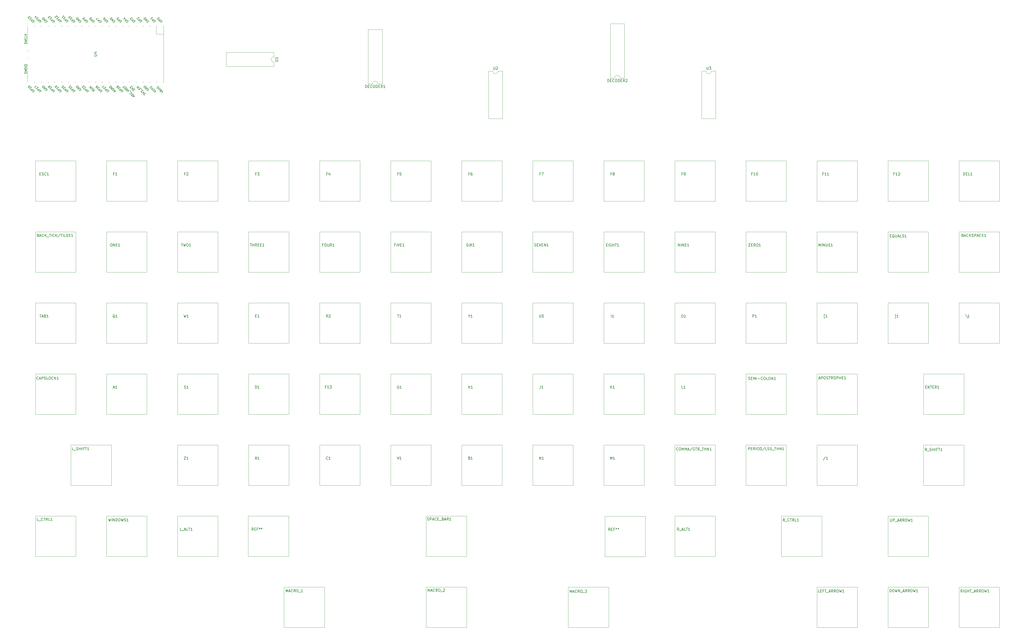
<source format=gbr>
G04 #@! TF.GenerationSoftware,KiCad,Pcbnew,(6.0.8)*
G04 #@! TF.CreationDate,2022-11-04T15:43:21-05:00*
G04 #@! TF.ProjectId,MIKey,4d494b65-792e-46b6-9963-61645f706362,rev?*
G04 #@! TF.SameCoordinates,Original*
G04 #@! TF.FileFunction,Legend,Top*
G04 #@! TF.FilePolarity,Positive*
%FSLAX46Y46*%
G04 Gerber Fmt 4.6, Leading zero omitted, Abs format (unit mm)*
G04 Created by KiCad (PCBNEW (6.0.8)) date 2022-11-04 15:43:21*
%MOMM*%
%LPD*%
G01*
G04 APERTURE LIST*
%ADD10C,0.150000*%
%ADD11C,0.120000*%
G04 APERTURE END LIST*
D10*
G04 #@! TO.C,SEVEN1*
X259870949Y-132484761D02*
X260013806Y-132532380D01*
X260251901Y-132532380D01*
X260347139Y-132484761D01*
X260394758Y-132437142D01*
X260442377Y-132341904D01*
X260442377Y-132246666D01*
X260394758Y-132151428D01*
X260347139Y-132103809D01*
X260251901Y-132056190D01*
X260061425Y-132008571D01*
X259966187Y-131960952D01*
X259918568Y-131913333D01*
X259870949Y-131818095D01*
X259870949Y-131722857D01*
X259918568Y-131627619D01*
X259966187Y-131580000D01*
X260061425Y-131532380D01*
X260299520Y-131532380D01*
X260442377Y-131580000D01*
X260870949Y-132008571D02*
X261204282Y-132008571D01*
X261347139Y-132532380D02*
X260870949Y-132532380D01*
X260870949Y-131532380D01*
X261347139Y-131532380D01*
X261632854Y-131532380D02*
X261966187Y-132532380D01*
X262299520Y-131532380D01*
X262632854Y-132008571D02*
X262966187Y-132008571D01*
X263109044Y-132532380D02*
X262632854Y-132532380D01*
X262632854Y-131532380D01*
X263109044Y-131532380D01*
X263537616Y-132532380D02*
X263537616Y-131532380D01*
X264109044Y-132532380D01*
X264109044Y-131532380D01*
X265109044Y-132532380D02*
X264537616Y-132532380D01*
X264823330Y-132532380D02*
X264823330Y-131532380D01*
X264728092Y-131675238D01*
X264632854Y-131770476D01*
X264537616Y-131818095D01*
G04 #@! TO.C,FOUR1*
X180599044Y-132008571D02*
X180265711Y-132008571D01*
X180265711Y-132532380D02*
X180265711Y-131532380D01*
X180741901Y-131532380D01*
X181313330Y-131532380D02*
X181503806Y-131532380D01*
X181599044Y-131580000D01*
X181694282Y-131675238D01*
X181741901Y-131865714D01*
X181741901Y-132199047D01*
X181694282Y-132389523D01*
X181599044Y-132484761D01*
X181503806Y-132532380D01*
X181313330Y-132532380D01*
X181218092Y-132484761D01*
X181122854Y-132389523D01*
X181075235Y-132199047D01*
X181075235Y-131865714D01*
X181122854Y-131675238D01*
X181218092Y-131580000D01*
X181313330Y-131532380D01*
X182170473Y-131532380D02*
X182170473Y-132341904D01*
X182218092Y-132437142D01*
X182265711Y-132484761D01*
X182360949Y-132532380D01*
X182551425Y-132532380D01*
X182646663Y-132484761D01*
X182694282Y-132437142D01*
X182741901Y-132341904D01*
X182741901Y-131532380D01*
X183789520Y-132532380D02*
X183456187Y-132056190D01*
X183218092Y-132532380D02*
X183218092Y-131532380D01*
X183599044Y-131532380D01*
X183694282Y-131580000D01*
X183741901Y-131627619D01*
X183789520Y-131722857D01*
X183789520Y-131865714D01*
X183741901Y-131960952D01*
X183694282Y-132008571D01*
X183599044Y-132056190D01*
X183218092Y-132056190D01*
X184741901Y-132532380D02*
X184170473Y-132532380D01*
X184456187Y-132532380D02*
X184456187Y-131532380D01*
X184360949Y-131675238D01*
X184265711Y-131770476D01*
X184170473Y-131818095D01*
G04 #@! TO.C,F9*
X315496663Y-105338571D02*
X315163330Y-105338571D01*
X315163330Y-105862380D02*
X315163330Y-104862380D01*
X315639520Y-104862380D01*
X316068092Y-105862380D02*
X316258568Y-105862380D01*
X316353806Y-105814761D01*
X316401425Y-105767142D01*
X316496663Y-105624285D01*
X316544282Y-105433809D01*
X316544282Y-105052857D01*
X316496663Y-104957619D01*
X316449044Y-104910000D01*
X316353806Y-104862380D01*
X316163330Y-104862380D01*
X316068092Y-104910000D01*
X316020473Y-104957619D01*
X315972854Y-105052857D01*
X315972854Y-105290952D01*
X316020473Y-105386190D01*
X316068092Y-105433809D01*
X316163330Y-105481428D01*
X316353806Y-105481428D01*
X316449044Y-105433809D01*
X316496663Y-105386190D01*
X316544282Y-105290952D01*
G04 #@! TO.C,L_CTRL1*
X73676663Y-235502380D02*
X73200473Y-235502380D01*
X73200473Y-234502380D01*
X73771901Y-235597619D02*
X74533806Y-235597619D01*
X75343330Y-235407142D02*
X75295711Y-235454761D01*
X75152854Y-235502380D01*
X75057616Y-235502380D01*
X74914758Y-235454761D01*
X74819520Y-235359523D01*
X74771901Y-235264285D01*
X74724282Y-235073809D01*
X74724282Y-234930952D01*
X74771901Y-234740476D01*
X74819520Y-234645238D01*
X74914758Y-234550000D01*
X75057616Y-234502380D01*
X75152854Y-234502380D01*
X75295711Y-234550000D01*
X75343330Y-234597619D01*
X75629044Y-234502380D02*
X76200473Y-234502380D01*
X75914758Y-235502380D02*
X75914758Y-234502380D01*
X77105235Y-235502380D02*
X76771901Y-235026190D01*
X76533806Y-235502380D02*
X76533806Y-234502380D01*
X76914758Y-234502380D01*
X77009997Y-234550000D01*
X77057616Y-234597619D01*
X77105235Y-234692857D01*
X77105235Y-234835714D01*
X77057616Y-234930952D01*
X77009997Y-234978571D01*
X76914758Y-235026190D01*
X76533806Y-235026190D01*
X78009997Y-235502380D02*
X77533806Y-235502380D01*
X77533806Y-234502380D01*
X78867139Y-235502380D02*
X78295711Y-235502380D01*
X78581425Y-235502380D02*
X78581425Y-234502380D01*
X78486187Y-234645238D01*
X78390949Y-234740476D01*
X78295711Y-234788095D01*
G04 #@! TO.C,SEMI-COLON1*
X340190949Y-182554761D02*
X340333806Y-182602380D01*
X340571901Y-182602380D01*
X340667139Y-182554761D01*
X340714758Y-182507142D01*
X340762377Y-182411904D01*
X340762377Y-182316666D01*
X340714758Y-182221428D01*
X340667139Y-182173809D01*
X340571901Y-182126190D01*
X340381425Y-182078571D01*
X340286187Y-182030952D01*
X340238568Y-181983333D01*
X340190949Y-181888095D01*
X340190949Y-181792857D01*
X340238568Y-181697619D01*
X340286187Y-181650000D01*
X340381425Y-181602380D01*
X340619520Y-181602380D01*
X340762377Y-181650000D01*
X341190949Y-182078571D02*
X341524282Y-182078571D01*
X341667139Y-182602380D02*
X341190949Y-182602380D01*
X341190949Y-181602380D01*
X341667139Y-181602380D01*
X342095711Y-182602380D02*
X342095711Y-181602380D01*
X342429044Y-182316666D01*
X342762377Y-181602380D01*
X342762377Y-182602380D01*
X343238568Y-182602380D02*
X343238568Y-181602380D01*
X343714758Y-182221428D02*
X344476663Y-182221428D01*
X345524282Y-182507142D02*
X345476663Y-182554761D01*
X345333806Y-182602380D01*
X345238568Y-182602380D01*
X345095711Y-182554761D01*
X345000473Y-182459523D01*
X344952854Y-182364285D01*
X344905235Y-182173809D01*
X344905235Y-182030952D01*
X344952854Y-181840476D01*
X345000473Y-181745238D01*
X345095711Y-181650000D01*
X345238568Y-181602380D01*
X345333806Y-181602380D01*
X345476663Y-181650000D01*
X345524282Y-181697619D01*
X346143330Y-181602380D02*
X346333806Y-181602380D01*
X346429044Y-181650000D01*
X346524282Y-181745238D01*
X346571901Y-181935714D01*
X346571901Y-182269047D01*
X346524282Y-182459523D01*
X346429044Y-182554761D01*
X346333806Y-182602380D01*
X346143330Y-182602380D01*
X346048092Y-182554761D01*
X345952854Y-182459523D01*
X345905235Y-182269047D01*
X345905235Y-181935714D01*
X345952854Y-181745238D01*
X346048092Y-181650000D01*
X346143330Y-181602380D01*
X347476663Y-182602380D02*
X347000473Y-182602380D01*
X347000473Y-181602380D01*
X348000473Y-181602380D02*
X348190949Y-181602380D01*
X348286187Y-181650000D01*
X348381425Y-181745238D01*
X348429044Y-181935714D01*
X348429044Y-182269047D01*
X348381425Y-182459523D01*
X348286187Y-182554761D01*
X348190949Y-182602380D01*
X348000473Y-182602380D01*
X347905235Y-182554761D01*
X347809997Y-182459523D01*
X347762377Y-182269047D01*
X347762377Y-181935714D01*
X347809997Y-181745238D01*
X347905235Y-181650000D01*
X348000473Y-181602380D01*
X348857616Y-182602380D02*
X348857616Y-181602380D01*
X349429044Y-182602380D01*
X349429044Y-181602380D01*
X350429044Y-182602380D02*
X349857616Y-182602380D01*
X350143330Y-182602380D02*
X350143330Y-181602380D01*
X350048092Y-181745238D01*
X349952854Y-181840476D01*
X349857616Y-181888095D01*
G04 #@! TO.C,R_SHIFT1*
X407114758Y-209302380D02*
X406781425Y-208826190D01*
X406543330Y-209302380D02*
X406543330Y-208302380D01*
X406924282Y-208302380D01*
X407019520Y-208350000D01*
X407067139Y-208397619D01*
X407114758Y-208492857D01*
X407114758Y-208635714D01*
X407067139Y-208730952D01*
X407019520Y-208778571D01*
X406924282Y-208826190D01*
X406543330Y-208826190D01*
X407305235Y-209397619D02*
X408067139Y-209397619D01*
X408257616Y-209254761D02*
X408400473Y-209302380D01*
X408638568Y-209302380D01*
X408733806Y-209254761D01*
X408781425Y-209207142D01*
X408829044Y-209111904D01*
X408829044Y-209016666D01*
X408781425Y-208921428D01*
X408733806Y-208873809D01*
X408638568Y-208826190D01*
X408448092Y-208778571D01*
X408352854Y-208730952D01*
X408305235Y-208683333D01*
X408257616Y-208588095D01*
X408257616Y-208492857D01*
X408305235Y-208397619D01*
X408352854Y-208350000D01*
X408448092Y-208302380D01*
X408686187Y-208302380D01*
X408829044Y-208350000D01*
X409257616Y-209302380D02*
X409257616Y-208302380D01*
X409257616Y-208778571D02*
X409829044Y-208778571D01*
X409829044Y-209302380D02*
X409829044Y-208302380D01*
X410305235Y-209302380D02*
X410305235Y-208302380D01*
X411114758Y-208778571D02*
X410781425Y-208778571D01*
X410781425Y-209302380D02*
X410781425Y-208302380D01*
X411257616Y-208302380D01*
X411495711Y-208302380D02*
X412067139Y-208302380D01*
X411781425Y-209302380D02*
X411781425Y-208302380D01*
X412924282Y-209302380D02*
X412352854Y-209302380D01*
X412638568Y-209302380D02*
X412638568Y-208302380D01*
X412543330Y-208445238D01*
X412448092Y-208540476D01*
X412352854Y-208588095D01*
G04 #@! TO.C,F2*
X128806663Y-105338571D02*
X128473330Y-105338571D01*
X128473330Y-105862380D02*
X128473330Y-104862380D01*
X128949520Y-104862380D01*
X129282854Y-104957619D02*
X129330473Y-104910000D01*
X129425711Y-104862380D01*
X129663806Y-104862380D01*
X129759044Y-104910000D01*
X129806663Y-104957619D01*
X129854282Y-105052857D01*
X129854282Y-105148095D01*
X129806663Y-105290952D01*
X129235235Y-105862380D01*
X129854282Y-105862380D01*
G04 #@! TO.C,F12*
X395030473Y-105338571D02*
X394697139Y-105338571D01*
X394697139Y-105862380D02*
X394697139Y-104862380D01*
X395173330Y-104862380D01*
X396078092Y-105862380D02*
X395506663Y-105862380D01*
X395792377Y-105862380D02*
X395792377Y-104862380D01*
X395697139Y-105005238D01*
X395601901Y-105100476D01*
X395506663Y-105148095D01*
X396459044Y-104957619D02*
X396506663Y-104910000D01*
X396601901Y-104862380D01*
X396839997Y-104862380D01*
X396935235Y-104910000D01*
X396982854Y-104957619D01*
X397030473Y-105052857D01*
X397030473Y-105148095D01*
X396982854Y-105290952D01*
X396411425Y-105862380D01*
X397030473Y-105862380D01*
G04 #@! TO.C,COMMA/GTR_THN1*
X313733806Y-209007142D02*
X313686187Y-209054761D01*
X313543330Y-209102380D01*
X313448092Y-209102380D01*
X313305235Y-209054761D01*
X313209997Y-208959523D01*
X313162377Y-208864285D01*
X313114758Y-208673809D01*
X313114758Y-208530952D01*
X313162377Y-208340476D01*
X313209997Y-208245238D01*
X313305235Y-208150000D01*
X313448092Y-208102380D01*
X313543330Y-208102380D01*
X313686187Y-208150000D01*
X313733806Y-208197619D01*
X314352854Y-208102380D02*
X314543330Y-208102380D01*
X314638568Y-208150000D01*
X314733806Y-208245238D01*
X314781425Y-208435714D01*
X314781425Y-208769047D01*
X314733806Y-208959523D01*
X314638568Y-209054761D01*
X314543330Y-209102380D01*
X314352854Y-209102380D01*
X314257616Y-209054761D01*
X314162377Y-208959523D01*
X314114758Y-208769047D01*
X314114758Y-208435714D01*
X314162377Y-208245238D01*
X314257616Y-208150000D01*
X314352854Y-208102380D01*
X315209997Y-209102380D02*
X315209997Y-208102380D01*
X315543330Y-208816666D01*
X315876663Y-208102380D01*
X315876663Y-209102380D01*
X316352854Y-209102380D02*
X316352854Y-208102380D01*
X316686187Y-208816666D01*
X317019520Y-208102380D01*
X317019520Y-209102380D01*
X317448092Y-208816666D02*
X317924282Y-208816666D01*
X317352854Y-209102380D02*
X317686187Y-208102380D01*
X318019520Y-209102380D01*
X319067139Y-208054761D02*
X318209997Y-209340476D01*
X319924282Y-208150000D02*
X319829044Y-208102380D01*
X319686187Y-208102380D01*
X319543330Y-208150000D01*
X319448092Y-208245238D01*
X319400473Y-208340476D01*
X319352854Y-208530952D01*
X319352854Y-208673809D01*
X319400473Y-208864285D01*
X319448092Y-208959523D01*
X319543330Y-209054761D01*
X319686187Y-209102380D01*
X319781425Y-209102380D01*
X319924282Y-209054761D01*
X319971901Y-209007142D01*
X319971901Y-208673809D01*
X319781425Y-208673809D01*
X320257616Y-208102380D02*
X320829044Y-208102380D01*
X320543330Y-209102380D02*
X320543330Y-208102380D01*
X321733806Y-209102380D02*
X321400473Y-208626190D01*
X321162377Y-209102380D02*
X321162377Y-208102380D01*
X321543330Y-208102380D01*
X321638568Y-208150000D01*
X321686187Y-208197619D01*
X321733806Y-208292857D01*
X321733806Y-208435714D01*
X321686187Y-208530952D01*
X321638568Y-208578571D01*
X321543330Y-208626190D01*
X321162377Y-208626190D01*
X321924282Y-209197619D02*
X322686187Y-209197619D01*
X322781425Y-208102380D02*
X323352854Y-208102380D01*
X323067139Y-209102380D02*
X323067139Y-208102380D01*
X323686187Y-209102380D02*
X323686187Y-208102380D01*
X323686187Y-208578571D02*
X324257616Y-208578571D01*
X324257616Y-209102380D02*
X324257616Y-208102380D01*
X324733806Y-209102380D02*
X324733806Y-208102380D01*
X325305235Y-209102380D01*
X325305235Y-208102380D01*
X326305235Y-209102380D02*
X325733806Y-209102380D01*
X326019520Y-209102380D02*
X326019520Y-208102380D01*
X325924282Y-208245238D01*
X325829044Y-208340476D01*
X325733806Y-208388095D01*
G04 #@! TO.C,SIX1*
X234343806Y-132484761D02*
X234486663Y-132532380D01*
X234724758Y-132532380D01*
X234819997Y-132484761D01*
X234867616Y-132437142D01*
X234915235Y-132341904D01*
X234915235Y-132246666D01*
X234867616Y-132151428D01*
X234819997Y-132103809D01*
X234724758Y-132056190D01*
X234534282Y-132008571D01*
X234439044Y-131960952D01*
X234391425Y-131913333D01*
X234343806Y-131818095D01*
X234343806Y-131722857D01*
X234391425Y-131627619D01*
X234439044Y-131580000D01*
X234534282Y-131532380D01*
X234772377Y-131532380D01*
X234915235Y-131580000D01*
X235343806Y-132532380D02*
X235343806Y-131532380D01*
X235724758Y-131532380D02*
X236391425Y-132532380D01*
X236391425Y-131532380D02*
X235724758Y-132532380D01*
X237296187Y-132532380D02*
X236724758Y-132532380D01*
X237010473Y-132532380D02*
X237010473Y-131532380D01*
X236915235Y-131675238D01*
X236819997Y-131770476D01*
X236724758Y-131818095D01*
G04 #@! TO.C,O1*
X315258568Y-158202380D02*
X315449044Y-158202380D01*
X315544282Y-158250000D01*
X315639520Y-158345238D01*
X315687139Y-158535714D01*
X315687139Y-158869047D01*
X315639520Y-159059523D01*
X315544282Y-159154761D01*
X315449044Y-159202380D01*
X315258568Y-159202380D01*
X315163330Y-159154761D01*
X315068092Y-159059523D01*
X315020473Y-158869047D01*
X315020473Y-158535714D01*
X315068092Y-158345238D01*
X315163330Y-158250000D01*
X315258568Y-158202380D01*
X316639520Y-159202380D02*
X316068092Y-159202380D01*
X316353806Y-159202380D02*
X316353806Y-158202380D01*
X316258568Y-158345238D01*
X316163330Y-158440476D01*
X316068092Y-158488095D01*
G04 #@! TO.C,TWO1*
X127282854Y-131532380D02*
X127854282Y-131532380D01*
X127568568Y-132532380D02*
X127568568Y-131532380D01*
X128092377Y-131532380D02*
X128330473Y-132532380D01*
X128520949Y-131818095D01*
X128711425Y-132532380D01*
X128949520Y-131532380D01*
X129520949Y-131532380D02*
X129711425Y-131532380D01*
X129806663Y-131580000D01*
X129901901Y-131675238D01*
X129949520Y-131865714D01*
X129949520Y-132199047D01*
X129901901Y-132389523D01*
X129806663Y-132484761D01*
X129711425Y-132532380D01*
X129520949Y-132532380D01*
X129425711Y-132484761D01*
X129330473Y-132389523D01*
X129282854Y-132199047D01*
X129282854Y-131865714D01*
X129330473Y-131675238D01*
X129425711Y-131580000D01*
X129520949Y-131532380D01*
X130901901Y-132532380D02*
X130330473Y-132532380D01*
X130616187Y-132532380D02*
X130616187Y-131532380D01*
X130520949Y-131675238D01*
X130425711Y-131770476D01*
X130330473Y-131818095D01*
G04 #@! TO.C,L1*
X315663330Y-185872380D02*
X315187139Y-185872380D01*
X315187139Y-184872380D01*
X316520473Y-185872380D02*
X315949044Y-185872380D01*
X316234758Y-185872380D02*
X316234758Y-184872380D01*
X316139520Y-185015238D01*
X316044282Y-185110476D01*
X315949044Y-185158095D01*
G04 #@! TO.C,WINDOWS1*
X99971901Y-234702380D02*
X100209997Y-235702380D01*
X100400473Y-234988095D01*
X100590949Y-235702380D01*
X100829044Y-234702380D01*
X101209997Y-235702380D02*
X101209997Y-234702380D01*
X101686187Y-235702380D02*
X101686187Y-234702380D01*
X102257616Y-235702380D01*
X102257616Y-234702380D01*
X102733806Y-235702380D02*
X102733806Y-234702380D01*
X102971901Y-234702380D01*
X103114758Y-234750000D01*
X103209997Y-234845238D01*
X103257616Y-234940476D01*
X103305235Y-235130952D01*
X103305235Y-235273809D01*
X103257616Y-235464285D01*
X103209997Y-235559523D01*
X103114758Y-235654761D01*
X102971901Y-235702380D01*
X102733806Y-235702380D01*
X103924282Y-234702380D02*
X104114758Y-234702380D01*
X104209997Y-234750000D01*
X104305235Y-234845238D01*
X104352854Y-235035714D01*
X104352854Y-235369047D01*
X104305235Y-235559523D01*
X104209997Y-235654761D01*
X104114758Y-235702380D01*
X103924282Y-235702380D01*
X103829044Y-235654761D01*
X103733806Y-235559523D01*
X103686187Y-235369047D01*
X103686187Y-235035714D01*
X103733806Y-234845238D01*
X103829044Y-234750000D01*
X103924282Y-234702380D01*
X104686187Y-234702380D02*
X104924282Y-235702380D01*
X105114758Y-234988095D01*
X105305235Y-235702380D01*
X105543330Y-234702380D01*
X105876663Y-235654761D02*
X106019520Y-235702380D01*
X106257616Y-235702380D01*
X106352854Y-235654761D01*
X106400473Y-235607142D01*
X106448092Y-235511904D01*
X106448092Y-235416666D01*
X106400473Y-235321428D01*
X106352854Y-235273809D01*
X106257616Y-235226190D01*
X106067139Y-235178571D01*
X105971901Y-235130952D01*
X105924282Y-235083333D01*
X105876663Y-234988095D01*
X105876663Y-234892857D01*
X105924282Y-234797619D01*
X105971901Y-234750000D01*
X106067139Y-234702380D01*
X106305235Y-234702380D01*
X106448092Y-234750000D01*
X107400473Y-235702380D02*
X106829044Y-235702380D01*
X107114758Y-235702380D02*
X107114758Y-234702380D01*
X107019520Y-234845238D01*
X106924282Y-234940476D01*
X106829044Y-234988095D01*
G04 #@! TO.C,F1*
X102136663Y-105338571D02*
X101803330Y-105338571D01*
X101803330Y-105862380D02*
X101803330Y-104862380D01*
X102279520Y-104862380D01*
X103184282Y-105862380D02*
X102612854Y-105862380D01*
X102898568Y-105862380D02*
X102898568Y-104862380D01*
X102803330Y-105005238D01*
X102708092Y-105100476D01*
X102612854Y-105148095D01*
G04 #@! TO.C,F6*
X235486663Y-105338571D02*
X235153330Y-105338571D01*
X235153330Y-105862380D02*
X235153330Y-104862380D01*
X235629520Y-104862380D01*
X236439044Y-104862380D02*
X236248568Y-104862380D01*
X236153330Y-104910000D01*
X236105711Y-104957619D01*
X236010473Y-105100476D01*
X235962854Y-105290952D01*
X235962854Y-105671904D01*
X236010473Y-105767142D01*
X236058092Y-105814761D01*
X236153330Y-105862380D01*
X236343806Y-105862380D01*
X236439044Y-105814761D01*
X236486663Y-105767142D01*
X236534282Y-105671904D01*
X236534282Y-105433809D01*
X236486663Y-105338571D01*
X236439044Y-105290952D01*
X236343806Y-105243333D01*
X236153330Y-105243333D01*
X236058092Y-105290952D01*
X236010473Y-105338571D01*
X235962854Y-105433809D01*
G04 #@! TO.C,CAPSLOCK1*
X73609997Y-182407142D02*
X73562377Y-182454761D01*
X73419520Y-182502380D01*
X73324282Y-182502380D01*
X73181425Y-182454761D01*
X73086187Y-182359523D01*
X73038568Y-182264285D01*
X72990949Y-182073809D01*
X72990949Y-181930952D01*
X73038568Y-181740476D01*
X73086187Y-181645238D01*
X73181425Y-181550000D01*
X73324282Y-181502380D01*
X73419520Y-181502380D01*
X73562377Y-181550000D01*
X73609997Y-181597619D01*
X73990949Y-182216666D02*
X74467139Y-182216666D01*
X73895711Y-182502380D02*
X74229044Y-181502380D01*
X74562377Y-182502380D01*
X74895711Y-182502380D02*
X74895711Y-181502380D01*
X75276663Y-181502380D01*
X75371901Y-181550000D01*
X75419520Y-181597619D01*
X75467139Y-181692857D01*
X75467139Y-181835714D01*
X75419520Y-181930952D01*
X75371901Y-181978571D01*
X75276663Y-182026190D01*
X74895711Y-182026190D01*
X75848092Y-182454761D02*
X75990949Y-182502380D01*
X76229044Y-182502380D01*
X76324282Y-182454761D01*
X76371901Y-182407142D01*
X76419520Y-182311904D01*
X76419520Y-182216666D01*
X76371901Y-182121428D01*
X76324282Y-182073809D01*
X76229044Y-182026190D01*
X76038568Y-181978571D01*
X75943330Y-181930952D01*
X75895711Y-181883333D01*
X75848092Y-181788095D01*
X75848092Y-181692857D01*
X75895711Y-181597619D01*
X75943330Y-181550000D01*
X76038568Y-181502380D01*
X76276663Y-181502380D01*
X76419520Y-181550000D01*
X77324282Y-182502380D02*
X76848092Y-182502380D01*
X76848092Y-181502380D01*
X77848092Y-181502380D02*
X78038568Y-181502380D01*
X78133806Y-181550000D01*
X78229044Y-181645238D01*
X78276663Y-181835714D01*
X78276663Y-182169047D01*
X78229044Y-182359523D01*
X78133806Y-182454761D01*
X78038568Y-182502380D01*
X77848092Y-182502380D01*
X77752854Y-182454761D01*
X77657616Y-182359523D01*
X77609997Y-182169047D01*
X77609997Y-181835714D01*
X77657616Y-181645238D01*
X77752854Y-181550000D01*
X77848092Y-181502380D01*
X79276663Y-182407142D02*
X79229044Y-182454761D01*
X79086187Y-182502380D01*
X78990949Y-182502380D01*
X78848092Y-182454761D01*
X78752854Y-182359523D01*
X78705235Y-182264285D01*
X78657616Y-182073809D01*
X78657616Y-181930952D01*
X78705235Y-181740476D01*
X78752854Y-181645238D01*
X78848092Y-181550000D01*
X78990949Y-181502380D01*
X79086187Y-181502380D01*
X79229044Y-181550000D01*
X79276663Y-181597619D01*
X79705235Y-182502380D02*
X79705235Y-181502380D01*
X80276663Y-182502380D02*
X79848092Y-181930952D01*
X80276663Y-181502380D02*
X79705235Y-182073809D01*
X81229044Y-182502380D02*
X80657616Y-182502380D01*
X80943330Y-182502380D02*
X80943330Y-181502380D01*
X80848092Y-181645238D01*
X80752854Y-181740476D01*
X80657616Y-181788095D01*
G04 #@! TO.C,S1*
X128378092Y-185824761D02*
X128520949Y-185872380D01*
X128759044Y-185872380D01*
X128854282Y-185824761D01*
X128901901Y-185777142D01*
X128949520Y-185681904D01*
X128949520Y-185586666D01*
X128901901Y-185491428D01*
X128854282Y-185443809D01*
X128759044Y-185396190D01*
X128568568Y-185348571D01*
X128473330Y-185300952D01*
X128425711Y-185253333D01*
X128378092Y-185158095D01*
X128378092Y-185062857D01*
X128425711Y-184967619D01*
X128473330Y-184920000D01*
X128568568Y-184872380D01*
X128806663Y-184872380D01*
X128949520Y-184920000D01*
X129901901Y-185872380D02*
X129330473Y-185872380D01*
X129616187Y-185872380D02*
X129616187Y-184872380D01*
X129520949Y-185015238D01*
X129425711Y-185110476D01*
X129330473Y-185158095D01*
G04 #@! TO.C,F11*
X368360473Y-105338571D02*
X368027139Y-105338571D01*
X368027139Y-105862380D02*
X368027139Y-104862380D01*
X368503330Y-104862380D01*
X369408092Y-105862380D02*
X368836663Y-105862380D01*
X369122377Y-105862380D02*
X369122377Y-104862380D01*
X369027139Y-105005238D01*
X368931901Y-105100476D01*
X368836663Y-105148095D01*
X370360473Y-105862380D02*
X369789044Y-105862380D01*
X370074758Y-105862380D02*
X370074758Y-104862380D01*
X369979520Y-105005238D01*
X369884282Y-105100476D01*
X369789044Y-105148095D01*
G04 #@! TO.C,]1*
X395173330Y-159535714D02*
X395411425Y-159535714D01*
X395411425Y-158107142D01*
X395173330Y-158107142D01*
X396459044Y-159202380D02*
X395887616Y-159202380D01*
X396173330Y-159202380D02*
X396173330Y-158202380D01*
X396078092Y-158345238D01*
X395982854Y-158440476D01*
X395887616Y-158488095D01*
G04 #@! TO.C,RIGHT_ARROW1*
X420495711Y-262402380D02*
X420162377Y-261926190D01*
X419924282Y-262402380D02*
X419924282Y-261402380D01*
X420305235Y-261402380D01*
X420400473Y-261450000D01*
X420448092Y-261497619D01*
X420495711Y-261592857D01*
X420495711Y-261735714D01*
X420448092Y-261830952D01*
X420400473Y-261878571D01*
X420305235Y-261926190D01*
X419924282Y-261926190D01*
X420924282Y-262402380D02*
X420924282Y-261402380D01*
X421924282Y-261450000D02*
X421829044Y-261402380D01*
X421686187Y-261402380D01*
X421543330Y-261450000D01*
X421448092Y-261545238D01*
X421400473Y-261640476D01*
X421352854Y-261830952D01*
X421352854Y-261973809D01*
X421400473Y-262164285D01*
X421448092Y-262259523D01*
X421543330Y-262354761D01*
X421686187Y-262402380D01*
X421781425Y-262402380D01*
X421924282Y-262354761D01*
X421971901Y-262307142D01*
X421971901Y-261973809D01*
X421781425Y-261973809D01*
X422400473Y-262402380D02*
X422400473Y-261402380D01*
X422400473Y-261878571D02*
X422971901Y-261878571D01*
X422971901Y-262402380D02*
X422971901Y-261402380D01*
X423305235Y-261402380D02*
X423876663Y-261402380D01*
X423590949Y-262402380D02*
X423590949Y-261402380D01*
X423971901Y-262497619D02*
X424733806Y-262497619D01*
X424924282Y-262116666D02*
X425400473Y-262116666D01*
X424829044Y-262402380D02*
X425162377Y-261402380D01*
X425495711Y-262402380D01*
X426400473Y-262402380D02*
X426067139Y-261926190D01*
X425829044Y-262402380D02*
X425829044Y-261402380D01*
X426209997Y-261402380D01*
X426305235Y-261450000D01*
X426352854Y-261497619D01*
X426400473Y-261592857D01*
X426400473Y-261735714D01*
X426352854Y-261830952D01*
X426305235Y-261878571D01*
X426209997Y-261926190D01*
X425829044Y-261926190D01*
X427400473Y-262402380D02*
X427067139Y-261926190D01*
X426829044Y-262402380D02*
X426829044Y-261402380D01*
X427209997Y-261402380D01*
X427305235Y-261450000D01*
X427352854Y-261497619D01*
X427400473Y-261592857D01*
X427400473Y-261735714D01*
X427352854Y-261830952D01*
X427305235Y-261878571D01*
X427209997Y-261926190D01*
X426829044Y-261926190D01*
X428019520Y-261402380D02*
X428209997Y-261402380D01*
X428305235Y-261450000D01*
X428400473Y-261545238D01*
X428448092Y-261735714D01*
X428448092Y-262069047D01*
X428400473Y-262259523D01*
X428305235Y-262354761D01*
X428209997Y-262402380D01*
X428019520Y-262402380D01*
X427924282Y-262354761D01*
X427829044Y-262259523D01*
X427781425Y-262069047D01*
X427781425Y-261735714D01*
X427829044Y-261545238D01*
X427924282Y-261450000D01*
X428019520Y-261402380D01*
X428781425Y-261402380D02*
X429019520Y-262402380D01*
X429209997Y-261688095D01*
X429400473Y-262402380D01*
X429638568Y-261402380D01*
X430543330Y-262402380D02*
X429971901Y-262402380D01*
X430257616Y-262402380D02*
X430257616Y-261402380D01*
X430162377Y-261545238D01*
X430067139Y-261640476D01*
X429971901Y-261688095D01*
G04 #@! TO.C,K1*
X288421901Y-185872380D02*
X288421901Y-184872380D01*
X288993330Y-185872380D02*
X288564758Y-185300952D01*
X288993330Y-184872380D02*
X288421901Y-185443809D01*
X289945711Y-185872380D02*
X289374282Y-185872380D01*
X289659997Y-185872380D02*
X289659997Y-184872380D01*
X289564758Y-185015238D01*
X289469520Y-185110476D01*
X289374282Y-185158095D01*
G04 #@! TO.C,DOWN_ARROW1*
X393248092Y-262302380D02*
X393248092Y-261302380D01*
X393486187Y-261302380D01*
X393629044Y-261350000D01*
X393724282Y-261445238D01*
X393771901Y-261540476D01*
X393819520Y-261730952D01*
X393819520Y-261873809D01*
X393771901Y-262064285D01*
X393724282Y-262159523D01*
X393629044Y-262254761D01*
X393486187Y-262302380D01*
X393248092Y-262302380D01*
X394438568Y-261302380D02*
X394629044Y-261302380D01*
X394724282Y-261350000D01*
X394819520Y-261445238D01*
X394867139Y-261635714D01*
X394867139Y-261969047D01*
X394819520Y-262159523D01*
X394724282Y-262254761D01*
X394629044Y-262302380D01*
X394438568Y-262302380D01*
X394343330Y-262254761D01*
X394248092Y-262159523D01*
X394200473Y-261969047D01*
X394200473Y-261635714D01*
X394248092Y-261445238D01*
X394343330Y-261350000D01*
X394438568Y-261302380D01*
X395200473Y-261302380D02*
X395438568Y-262302380D01*
X395629044Y-261588095D01*
X395819520Y-262302380D01*
X396057616Y-261302380D01*
X396438568Y-262302380D02*
X396438568Y-261302380D01*
X397009997Y-262302380D01*
X397009997Y-261302380D01*
X397248092Y-262397619D02*
X398009997Y-262397619D01*
X398200473Y-262016666D02*
X398676663Y-262016666D01*
X398105235Y-262302380D02*
X398438568Y-261302380D01*
X398771901Y-262302380D01*
X399676663Y-262302380D02*
X399343330Y-261826190D01*
X399105235Y-262302380D02*
X399105235Y-261302380D01*
X399486187Y-261302380D01*
X399581425Y-261350000D01*
X399629044Y-261397619D01*
X399676663Y-261492857D01*
X399676663Y-261635714D01*
X399629044Y-261730952D01*
X399581425Y-261778571D01*
X399486187Y-261826190D01*
X399105235Y-261826190D01*
X400676663Y-262302380D02*
X400343330Y-261826190D01*
X400105235Y-262302380D02*
X400105235Y-261302380D01*
X400486187Y-261302380D01*
X400581425Y-261350000D01*
X400629044Y-261397619D01*
X400676663Y-261492857D01*
X400676663Y-261635714D01*
X400629044Y-261730952D01*
X400581425Y-261778571D01*
X400486187Y-261826190D01*
X400105235Y-261826190D01*
X401295711Y-261302380D02*
X401486187Y-261302380D01*
X401581425Y-261350000D01*
X401676663Y-261445238D01*
X401724282Y-261635714D01*
X401724282Y-261969047D01*
X401676663Y-262159523D01*
X401581425Y-262254761D01*
X401486187Y-262302380D01*
X401295711Y-262302380D01*
X401200473Y-262254761D01*
X401105235Y-262159523D01*
X401057616Y-261969047D01*
X401057616Y-261635714D01*
X401105235Y-261445238D01*
X401200473Y-261350000D01*
X401295711Y-261302380D01*
X402057616Y-261302380D02*
X402295711Y-262302380D01*
X402486187Y-261588095D01*
X402676663Y-262302380D01*
X402914758Y-261302380D01*
X403819520Y-262302380D02*
X403248092Y-262302380D01*
X403533806Y-262302380D02*
X403533806Y-261302380D01*
X403438568Y-261445238D01*
X403343330Y-261540476D01*
X403248092Y-261588095D01*
G04 #@! TO.C,J1*
X262156663Y-184872380D02*
X262156663Y-185586666D01*
X262109044Y-185729523D01*
X262013806Y-185824761D01*
X261870949Y-185872380D01*
X261775711Y-185872380D01*
X263156663Y-185872380D02*
X262585235Y-185872380D01*
X262870949Y-185872380D02*
X262870949Y-184872380D01*
X262775711Y-185015238D01*
X262680473Y-185110476D01*
X262585235Y-185158095D01*
G04 #@! TO.C,G1*
X208935711Y-184920000D02*
X208840473Y-184872380D01*
X208697616Y-184872380D01*
X208554758Y-184920000D01*
X208459520Y-185015238D01*
X208411901Y-185110476D01*
X208364282Y-185300952D01*
X208364282Y-185443809D01*
X208411901Y-185634285D01*
X208459520Y-185729523D01*
X208554758Y-185824761D01*
X208697616Y-185872380D01*
X208792854Y-185872380D01*
X208935711Y-185824761D01*
X208983330Y-185777142D01*
X208983330Y-185443809D01*
X208792854Y-185443809D01*
X209935711Y-185872380D02*
X209364282Y-185872380D01*
X209649997Y-185872380D02*
X209649997Y-184872380D01*
X209554758Y-185015238D01*
X209459520Y-185110476D01*
X209364282Y-185158095D01*
G04 #@! TO.C,H1*
X235058092Y-185872380D02*
X235058092Y-184872380D01*
X235058092Y-185348571D02*
X235629520Y-185348571D01*
X235629520Y-185872380D02*
X235629520Y-184872380D01*
X236629520Y-185872380D02*
X236058092Y-185872380D01*
X236343806Y-185872380D02*
X236343806Y-184872380D01*
X236248568Y-185015238D01*
X236153330Y-185110476D01*
X236058092Y-185158095D01*
G04 #@! TO.C,SPACE_BAR1*
X219657616Y-235354761D02*
X219800473Y-235402380D01*
X220038568Y-235402380D01*
X220133806Y-235354761D01*
X220181425Y-235307142D01*
X220229044Y-235211904D01*
X220229044Y-235116666D01*
X220181425Y-235021428D01*
X220133806Y-234973809D01*
X220038568Y-234926190D01*
X219848092Y-234878571D01*
X219752854Y-234830952D01*
X219705235Y-234783333D01*
X219657616Y-234688095D01*
X219657616Y-234592857D01*
X219705235Y-234497619D01*
X219752854Y-234450000D01*
X219848092Y-234402380D01*
X220086187Y-234402380D01*
X220229044Y-234450000D01*
X220657616Y-235402380D02*
X220657616Y-234402380D01*
X221038568Y-234402380D01*
X221133806Y-234450000D01*
X221181425Y-234497619D01*
X221229044Y-234592857D01*
X221229044Y-234735714D01*
X221181425Y-234830952D01*
X221133806Y-234878571D01*
X221038568Y-234926190D01*
X220657616Y-234926190D01*
X221609997Y-235116666D02*
X222086187Y-235116666D01*
X221514758Y-235402380D02*
X221848092Y-234402380D01*
X222181425Y-235402380D01*
X223086187Y-235307142D02*
X223038568Y-235354761D01*
X222895711Y-235402380D01*
X222800473Y-235402380D01*
X222657616Y-235354761D01*
X222562377Y-235259523D01*
X222514758Y-235164285D01*
X222467139Y-234973809D01*
X222467139Y-234830952D01*
X222514758Y-234640476D01*
X222562377Y-234545238D01*
X222657616Y-234450000D01*
X222800473Y-234402380D01*
X222895711Y-234402380D01*
X223038568Y-234450000D01*
X223086187Y-234497619D01*
X223514758Y-234878571D02*
X223848092Y-234878571D01*
X223990949Y-235402380D02*
X223514758Y-235402380D01*
X223514758Y-234402380D01*
X223990949Y-234402380D01*
X224181425Y-235497619D02*
X224943330Y-235497619D01*
X225514758Y-234878571D02*
X225657616Y-234926190D01*
X225705235Y-234973809D01*
X225752854Y-235069047D01*
X225752854Y-235211904D01*
X225705235Y-235307142D01*
X225657616Y-235354761D01*
X225562377Y-235402380D01*
X225181425Y-235402380D01*
X225181425Y-234402380D01*
X225514758Y-234402380D01*
X225609997Y-234450000D01*
X225657616Y-234497619D01*
X225705235Y-234592857D01*
X225705235Y-234688095D01*
X225657616Y-234783333D01*
X225609997Y-234830952D01*
X225514758Y-234878571D01*
X225181425Y-234878571D01*
X226133806Y-235116666D02*
X226609997Y-235116666D01*
X226038568Y-235402380D02*
X226371901Y-234402380D01*
X226705235Y-235402380D01*
X227609997Y-235402380D02*
X227276663Y-234926190D01*
X227038568Y-235402380D02*
X227038568Y-234402380D01*
X227419520Y-234402380D01*
X227514758Y-234450000D01*
X227562377Y-234497619D01*
X227609997Y-234592857D01*
X227609997Y-234735714D01*
X227562377Y-234830952D01*
X227514758Y-234878571D01*
X227419520Y-234926190D01*
X227038568Y-234926190D01*
X228562377Y-235402380D02*
X227990949Y-235402380D01*
X228276663Y-235402380D02*
X228276663Y-234402380D01*
X228181425Y-234545238D01*
X228086187Y-234640476D01*
X227990949Y-234688095D01*
G04 #@! TO.C,U5*
X261728092Y-158202380D02*
X261728092Y-159011904D01*
X261775711Y-159107142D01*
X261823330Y-159154761D01*
X261918568Y-159202380D01*
X262109044Y-159202380D01*
X262204282Y-159154761D01*
X262251901Y-159107142D01*
X262299520Y-159011904D01*
X262299520Y-158202380D01*
X263251901Y-158202380D02*
X262775711Y-158202380D01*
X262728092Y-158678571D01*
X262775711Y-158630952D01*
X262870949Y-158583333D01*
X263109044Y-158583333D01*
X263204282Y-158630952D01*
X263251901Y-158678571D01*
X263299520Y-158773809D01*
X263299520Y-159011904D01*
X263251901Y-159107142D01*
X263204282Y-159154761D01*
X263109044Y-159202380D01*
X262870949Y-159202380D01*
X262775711Y-159154761D01*
X262728092Y-159107142D01*
G04 #@! TO.C,L_SHIFT1*
X86914758Y-209002380D02*
X86438568Y-209002380D01*
X86438568Y-208002380D01*
X87009997Y-209097619D02*
X87771901Y-209097619D01*
X87962377Y-208954761D02*
X88105235Y-209002380D01*
X88343330Y-209002380D01*
X88438568Y-208954761D01*
X88486187Y-208907142D01*
X88533806Y-208811904D01*
X88533806Y-208716666D01*
X88486187Y-208621428D01*
X88438568Y-208573809D01*
X88343330Y-208526190D01*
X88152854Y-208478571D01*
X88057616Y-208430952D01*
X88009997Y-208383333D01*
X87962377Y-208288095D01*
X87962377Y-208192857D01*
X88009997Y-208097619D01*
X88057616Y-208050000D01*
X88152854Y-208002380D01*
X88390949Y-208002380D01*
X88533806Y-208050000D01*
X88962377Y-209002380D02*
X88962377Y-208002380D01*
X88962377Y-208478571D02*
X89533806Y-208478571D01*
X89533806Y-209002380D02*
X89533806Y-208002380D01*
X90009997Y-209002380D02*
X90009997Y-208002380D01*
X90819520Y-208478571D02*
X90486187Y-208478571D01*
X90486187Y-209002380D02*
X90486187Y-208002380D01*
X90962377Y-208002380D01*
X91200473Y-208002380D02*
X91771901Y-208002380D01*
X91486187Y-209002380D02*
X91486187Y-208002380D01*
X92629044Y-209002380D02*
X92057616Y-209002380D01*
X92343330Y-209002380D02*
X92343330Y-208002380D01*
X92248092Y-208145238D01*
X92152854Y-208240476D01*
X92057616Y-208288095D01*
G04 #@! TO.C,APOSTROPHE1*
X366614758Y-182116666D02*
X367090949Y-182116666D01*
X366519520Y-182402380D02*
X366852854Y-181402380D01*
X367186187Y-182402380D01*
X367519520Y-182402380D02*
X367519520Y-181402380D01*
X367900473Y-181402380D01*
X367995711Y-181450000D01*
X368043330Y-181497619D01*
X368090949Y-181592857D01*
X368090949Y-181735714D01*
X368043330Y-181830952D01*
X367995711Y-181878571D01*
X367900473Y-181926190D01*
X367519520Y-181926190D01*
X368709997Y-181402380D02*
X368900473Y-181402380D01*
X368995711Y-181450000D01*
X369090949Y-181545238D01*
X369138568Y-181735714D01*
X369138568Y-182069047D01*
X369090949Y-182259523D01*
X368995711Y-182354761D01*
X368900473Y-182402380D01*
X368709997Y-182402380D01*
X368614758Y-182354761D01*
X368519520Y-182259523D01*
X368471901Y-182069047D01*
X368471901Y-181735714D01*
X368519520Y-181545238D01*
X368614758Y-181450000D01*
X368709997Y-181402380D01*
X369519520Y-182354761D02*
X369662377Y-182402380D01*
X369900473Y-182402380D01*
X369995711Y-182354761D01*
X370043330Y-182307142D01*
X370090949Y-182211904D01*
X370090949Y-182116666D01*
X370043330Y-182021428D01*
X369995711Y-181973809D01*
X369900473Y-181926190D01*
X369709997Y-181878571D01*
X369614758Y-181830952D01*
X369567139Y-181783333D01*
X369519520Y-181688095D01*
X369519520Y-181592857D01*
X369567139Y-181497619D01*
X369614758Y-181450000D01*
X369709997Y-181402380D01*
X369948092Y-181402380D01*
X370090949Y-181450000D01*
X370376663Y-181402380D02*
X370948092Y-181402380D01*
X370662377Y-182402380D02*
X370662377Y-181402380D01*
X371852854Y-182402380D02*
X371519520Y-181926190D01*
X371281425Y-182402380D02*
X371281425Y-181402380D01*
X371662377Y-181402380D01*
X371757616Y-181450000D01*
X371805235Y-181497619D01*
X371852854Y-181592857D01*
X371852854Y-181735714D01*
X371805235Y-181830952D01*
X371757616Y-181878571D01*
X371662377Y-181926190D01*
X371281425Y-181926190D01*
X372471901Y-181402380D02*
X372662377Y-181402380D01*
X372757616Y-181450000D01*
X372852854Y-181545238D01*
X372900473Y-181735714D01*
X372900473Y-182069047D01*
X372852854Y-182259523D01*
X372757616Y-182354761D01*
X372662377Y-182402380D01*
X372471901Y-182402380D01*
X372376663Y-182354761D01*
X372281425Y-182259523D01*
X372233806Y-182069047D01*
X372233806Y-181735714D01*
X372281425Y-181545238D01*
X372376663Y-181450000D01*
X372471901Y-181402380D01*
X373329044Y-182402380D02*
X373329044Y-181402380D01*
X373709997Y-181402380D01*
X373805235Y-181450000D01*
X373852854Y-181497619D01*
X373900473Y-181592857D01*
X373900473Y-181735714D01*
X373852854Y-181830952D01*
X373805235Y-181878571D01*
X373709997Y-181926190D01*
X373329044Y-181926190D01*
X374329044Y-182402380D02*
X374329044Y-181402380D01*
X374329044Y-181878571D02*
X374900473Y-181878571D01*
X374900473Y-182402380D02*
X374900473Y-181402380D01*
X375376663Y-181878571D02*
X375709997Y-181878571D01*
X375852854Y-182402380D02*
X375376663Y-182402380D01*
X375376663Y-181402380D01*
X375852854Y-181402380D01*
X376805235Y-182402380D02*
X376233806Y-182402380D01*
X376519520Y-182402380D02*
X376519520Y-181402380D01*
X376424282Y-181545238D01*
X376329044Y-181640476D01*
X376233806Y-181688095D01*
G04 #@! TO.C,I1*
X288683806Y-159202380D02*
X288683806Y-158202380D01*
X289683806Y-159202380D02*
X289112377Y-159202380D01*
X289398092Y-159202380D02*
X289398092Y-158202380D01*
X289302854Y-158345238D01*
X289207616Y-158440476D01*
X289112377Y-158488095D01*
G04 #@! TO.C,REF\u002A\u002A*
X154366663Y-239212380D02*
X154033330Y-238736190D01*
X153795235Y-239212380D02*
X153795235Y-238212380D01*
X154176187Y-238212380D01*
X154271425Y-238260000D01*
X154319044Y-238307619D01*
X154366663Y-238402857D01*
X154366663Y-238545714D01*
X154319044Y-238640952D01*
X154271425Y-238688571D01*
X154176187Y-238736190D01*
X153795235Y-238736190D01*
X154795235Y-238688571D02*
X155128568Y-238688571D01*
X155271425Y-239212380D02*
X154795235Y-239212380D01*
X154795235Y-238212380D01*
X155271425Y-238212380D01*
X156033330Y-238688571D02*
X155699997Y-238688571D01*
X155699997Y-239212380D02*
X155699997Y-238212380D01*
X156176187Y-238212380D01*
X156699997Y-238212380D02*
X156699997Y-238450476D01*
X156461901Y-238355238D02*
X156699997Y-238450476D01*
X156938092Y-238355238D01*
X156557139Y-238640952D02*
X156699997Y-238450476D01*
X156842854Y-238640952D01*
X157461901Y-238212380D02*
X157461901Y-238450476D01*
X157223806Y-238355238D02*
X157461901Y-238450476D01*
X157699997Y-238355238D01*
X157319044Y-238640952D02*
X157461901Y-238450476D01*
X157604758Y-238640952D01*
G04 #@! TO.C,W1*
X128235235Y-158202380D02*
X128473330Y-159202380D01*
X128663806Y-158488095D01*
X128854282Y-159202380D01*
X129092377Y-158202380D01*
X129997139Y-159202380D02*
X129425711Y-159202380D01*
X129711425Y-159202380D02*
X129711425Y-158202380D01*
X129616187Y-158345238D01*
X129520949Y-158440476D01*
X129425711Y-158488095D01*
G04 #@! TO.C,B1*
X235415235Y-212018571D02*
X235558092Y-212066190D01*
X235605711Y-212113809D01*
X235653330Y-212209047D01*
X235653330Y-212351904D01*
X235605711Y-212447142D01*
X235558092Y-212494761D01*
X235462854Y-212542380D01*
X235081901Y-212542380D01*
X235081901Y-211542380D01*
X235415235Y-211542380D01*
X235510473Y-211590000D01*
X235558092Y-211637619D01*
X235605711Y-211732857D01*
X235605711Y-211828095D01*
X235558092Y-211923333D01*
X235510473Y-211970952D01*
X235415235Y-212018571D01*
X235081901Y-212018571D01*
X236605711Y-212542380D02*
X236034282Y-212542380D01*
X236319997Y-212542380D02*
X236319997Y-211542380D01*
X236224758Y-211685238D01*
X236129520Y-211780476D01*
X236034282Y-211828095D01*
G04 #@! TO.C,EQUALS1*
X393362377Y-128578571D02*
X393695711Y-128578571D01*
X393838568Y-129102380D02*
X393362377Y-129102380D01*
X393362377Y-128102380D01*
X393838568Y-128102380D01*
X394933806Y-129197619D02*
X394838568Y-129150000D01*
X394743330Y-129054761D01*
X394600473Y-128911904D01*
X394505235Y-128864285D01*
X394409997Y-128864285D01*
X394457616Y-129102380D02*
X394362377Y-129054761D01*
X394267139Y-128959523D01*
X394219520Y-128769047D01*
X394219520Y-128435714D01*
X394267139Y-128245238D01*
X394362377Y-128150000D01*
X394457616Y-128102380D01*
X394648092Y-128102380D01*
X394743330Y-128150000D01*
X394838568Y-128245238D01*
X394886187Y-128435714D01*
X394886187Y-128769047D01*
X394838568Y-128959523D01*
X394743330Y-129054761D01*
X394648092Y-129102380D01*
X394457616Y-129102380D01*
X395314758Y-128102380D02*
X395314758Y-128911904D01*
X395362377Y-129007142D01*
X395409997Y-129054761D01*
X395505235Y-129102380D01*
X395695711Y-129102380D01*
X395790949Y-129054761D01*
X395838568Y-129007142D01*
X395886187Y-128911904D01*
X395886187Y-128102380D01*
X396314758Y-128816666D02*
X396790949Y-128816666D01*
X396219520Y-129102380D02*
X396552854Y-128102380D01*
X396886187Y-129102380D01*
X397695711Y-129102380D02*
X397219520Y-129102380D01*
X397219520Y-128102380D01*
X397981425Y-129054761D02*
X398124282Y-129102380D01*
X398362377Y-129102380D01*
X398457616Y-129054761D01*
X398505235Y-129007142D01*
X398552854Y-128911904D01*
X398552854Y-128816666D01*
X398505235Y-128721428D01*
X398457616Y-128673809D01*
X398362377Y-128626190D01*
X398171901Y-128578571D01*
X398076663Y-128530952D01*
X398029044Y-128483333D01*
X397981425Y-128388095D01*
X397981425Y-128292857D01*
X398029044Y-128197619D01*
X398076663Y-128150000D01*
X398171901Y-128102380D01*
X398409997Y-128102380D01*
X398552854Y-128150000D01*
X399505235Y-129102380D02*
X398933806Y-129102380D01*
X399219520Y-129102380D02*
X399219520Y-128102380D01*
X399124282Y-128245238D01*
X399029044Y-128340476D01*
X398933806Y-128388095D01*
G04 #@! TO.C,A1*
X101755711Y-185586666D02*
X102231901Y-185586666D01*
X101660473Y-185872380D02*
X101993806Y-184872380D01*
X102327139Y-185872380D01*
X103184282Y-185872380D02*
X102612854Y-185872380D01*
X102898568Y-185872380D02*
X102898568Y-184872380D01*
X102803330Y-185015238D01*
X102708092Y-185110476D01*
X102612854Y-185158095D01*
G04 #@! TO.C,ZERO1*
X340214282Y-131532380D02*
X340880949Y-131532380D01*
X340214282Y-132532380D01*
X340880949Y-132532380D01*
X341261901Y-132008571D02*
X341595235Y-132008571D01*
X341738092Y-132532380D02*
X341261901Y-132532380D01*
X341261901Y-131532380D01*
X341738092Y-131532380D01*
X342738092Y-132532380D02*
X342404758Y-132056190D01*
X342166663Y-132532380D02*
X342166663Y-131532380D01*
X342547616Y-131532380D01*
X342642854Y-131580000D01*
X342690473Y-131627619D01*
X342738092Y-131722857D01*
X342738092Y-131865714D01*
X342690473Y-131960952D01*
X342642854Y-132008571D01*
X342547616Y-132056190D01*
X342166663Y-132056190D01*
X343357139Y-131532380D02*
X343547616Y-131532380D01*
X343642854Y-131580000D01*
X343738092Y-131675238D01*
X343785711Y-131865714D01*
X343785711Y-132199047D01*
X343738092Y-132389523D01*
X343642854Y-132484761D01*
X343547616Y-132532380D01*
X343357139Y-132532380D01*
X343261901Y-132484761D01*
X343166663Y-132389523D01*
X343119044Y-132199047D01*
X343119044Y-131865714D01*
X343166663Y-131675238D01*
X343261901Y-131580000D01*
X343357139Y-131532380D01*
X344738092Y-132532380D02*
X344166663Y-132532380D01*
X344452377Y-132532380D02*
X344452377Y-131532380D01*
X344357139Y-131675238D01*
X344261901Y-131770476D01*
X344166663Y-131818095D01*
G04 #@! TO.C,EIGHT1*
X286826663Y-132008571D02*
X287159997Y-132008571D01*
X287302854Y-132532380D02*
X286826663Y-132532380D01*
X286826663Y-131532380D01*
X287302854Y-131532380D01*
X287731425Y-132532380D02*
X287731425Y-131532380D01*
X288731425Y-131580000D02*
X288636187Y-131532380D01*
X288493330Y-131532380D01*
X288350473Y-131580000D01*
X288255235Y-131675238D01*
X288207616Y-131770476D01*
X288159997Y-131960952D01*
X288159997Y-132103809D01*
X288207616Y-132294285D01*
X288255235Y-132389523D01*
X288350473Y-132484761D01*
X288493330Y-132532380D01*
X288588568Y-132532380D01*
X288731425Y-132484761D01*
X288779044Y-132437142D01*
X288779044Y-132103809D01*
X288588568Y-132103809D01*
X289207616Y-132532380D02*
X289207616Y-131532380D01*
X289207616Y-132008571D02*
X289779044Y-132008571D01*
X289779044Y-132532380D02*
X289779044Y-131532380D01*
X290112377Y-131532380D02*
X290683806Y-131532380D01*
X290398092Y-132532380D02*
X290398092Y-131532380D01*
X291540949Y-132532380D02*
X290969520Y-132532380D01*
X291255235Y-132532380D02*
X291255235Y-131532380D01*
X291159997Y-131675238D01*
X291064758Y-131770476D01*
X290969520Y-131818095D01*
G04 #@! TO.C,F13*
X181670473Y-185348571D02*
X181337139Y-185348571D01*
X181337139Y-185872380D02*
X181337139Y-184872380D01*
X181813330Y-184872380D01*
X182718092Y-185872380D02*
X182146663Y-185872380D01*
X182432377Y-185872380D02*
X182432377Y-184872380D01*
X182337139Y-185015238D01*
X182241901Y-185110476D01*
X182146663Y-185158095D01*
X183051425Y-184872380D02*
X183670473Y-184872380D01*
X183337139Y-185253333D01*
X183479997Y-185253333D01*
X183575235Y-185300952D01*
X183622854Y-185348571D01*
X183670473Y-185443809D01*
X183670473Y-185681904D01*
X183622854Y-185777142D01*
X183575235Y-185824761D01*
X183479997Y-185872380D01*
X183194282Y-185872380D01*
X183099044Y-185824761D01*
X183051425Y-185777142D01*
G04 #@! TO.C,TAB1*
X74109520Y-158202380D02*
X74680949Y-158202380D01*
X74395235Y-159202380D02*
X74395235Y-158202380D01*
X74966663Y-158916666D02*
X75442854Y-158916666D01*
X74871425Y-159202380D02*
X75204758Y-158202380D01*
X75538092Y-159202380D01*
X76204758Y-158678571D02*
X76347616Y-158726190D01*
X76395235Y-158773809D01*
X76442854Y-158869047D01*
X76442854Y-159011904D01*
X76395235Y-159107142D01*
X76347616Y-159154761D01*
X76252377Y-159202380D01*
X75871425Y-159202380D01*
X75871425Y-158202380D01*
X76204758Y-158202380D01*
X76299997Y-158250000D01*
X76347616Y-158297619D01*
X76395235Y-158392857D01*
X76395235Y-158488095D01*
X76347616Y-158583333D01*
X76299997Y-158630952D01*
X76204758Y-158678571D01*
X75871425Y-158678571D01*
X77395235Y-159202380D02*
X76823806Y-159202380D01*
X77109520Y-159202380D02*
X77109520Y-158202380D01*
X77014282Y-158345238D01*
X76919044Y-158440476D01*
X76823806Y-158488095D01*
G04 #@! TO.C,MACRO_1*
X166567139Y-262302380D02*
X166567139Y-261302380D01*
X166900473Y-262016666D01*
X167233806Y-261302380D01*
X167233806Y-262302380D01*
X167662377Y-262016666D02*
X168138568Y-262016666D01*
X167567139Y-262302380D02*
X167900473Y-261302380D01*
X168233806Y-262302380D01*
X169138568Y-262207142D02*
X169090949Y-262254761D01*
X168948092Y-262302380D01*
X168852854Y-262302380D01*
X168709997Y-262254761D01*
X168614758Y-262159523D01*
X168567139Y-262064285D01*
X168519520Y-261873809D01*
X168519520Y-261730952D01*
X168567139Y-261540476D01*
X168614758Y-261445238D01*
X168709997Y-261350000D01*
X168852854Y-261302380D01*
X168948092Y-261302380D01*
X169090949Y-261350000D01*
X169138568Y-261397619D01*
X170138568Y-262302380D02*
X169805235Y-261826190D01*
X169567139Y-262302380D02*
X169567139Y-261302380D01*
X169948092Y-261302380D01*
X170043330Y-261350000D01*
X170090949Y-261397619D01*
X170138568Y-261492857D01*
X170138568Y-261635714D01*
X170090949Y-261730952D01*
X170043330Y-261778571D01*
X169948092Y-261826190D01*
X169567139Y-261826190D01*
X170757616Y-261302380D02*
X170948092Y-261302380D01*
X171043330Y-261350000D01*
X171138568Y-261445238D01*
X171186187Y-261635714D01*
X171186187Y-261969047D01*
X171138568Y-262159523D01*
X171043330Y-262254761D01*
X170948092Y-262302380D01*
X170757616Y-262302380D01*
X170662377Y-262254761D01*
X170567139Y-262159523D01*
X170519520Y-261969047D01*
X170519520Y-261635714D01*
X170567139Y-261445238D01*
X170662377Y-261350000D01*
X170757616Y-261302380D01*
X171376663Y-262397619D02*
X172138568Y-262397619D01*
X172900473Y-262302380D02*
X172329044Y-262302380D01*
X172614758Y-262302380D02*
X172614758Y-261302380D01*
X172519520Y-261445238D01*
X172424282Y-261540476D01*
X172329044Y-261588095D01*
G04 #@! TO.C,PERIOD/LSS_THN1*
X340167139Y-209002380D02*
X340167139Y-208002380D01*
X340548092Y-208002380D01*
X340643330Y-208050000D01*
X340690949Y-208097619D01*
X340738568Y-208192857D01*
X340738568Y-208335714D01*
X340690949Y-208430952D01*
X340643330Y-208478571D01*
X340548092Y-208526190D01*
X340167139Y-208526190D01*
X341167139Y-208478571D02*
X341500473Y-208478571D01*
X341643330Y-209002380D02*
X341167139Y-209002380D01*
X341167139Y-208002380D01*
X341643330Y-208002380D01*
X342643330Y-209002380D02*
X342309997Y-208526190D01*
X342071901Y-209002380D02*
X342071901Y-208002380D01*
X342452854Y-208002380D01*
X342548092Y-208050000D01*
X342595711Y-208097619D01*
X342643330Y-208192857D01*
X342643330Y-208335714D01*
X342595711Y-208430952D01*
X342548092Y-208478571D01*
X342452854Y-208526190D01*
X342071901Y-208526190D01*
X343071901Y-209002380D02*
X343071901Y-208002380D01*
X343738568Y-208002380D02*
X343929044Y-208002380D01*
X344024282Y-208050000D01*
X344119520Y-208145238D01*
X344167139Y-208335714D01*
X344167139Y-208669047D01*
X344119520Y-208859523D01*
X344024282Y-208954761D01*
X343929044Y-209002380D01*
X343738568Y-209002380D01*
X343643330Y-208954761D01*
X343548092Y-208859523D01*
X343500473Y-208669047D01*
X343500473Y-208335714D01*
X343548092Y-208145238D01*
X343643330Y-208050000D01*
X343738568Y-208002380D01*
X344595711Y-209002380D02*
X344595711Y-208002380D01*
X344833806Y-208002380D01*
X344976663Y-208050000D01*
X345071901Y-208145238D01*
X345119520Y-208240476D01*
X345167139Y-208430952D01*
X345167139Y-208573809D01*
X345119520Y-208764285D01*
X345071901Y-208859523D01*
X344976663Y-208954761D01*
X344833806Y-209002380D01*
X344595711Y-209002380D01*
X346309997Y-207954761D02*
X345452854Y-209240476D01*
X347119520Y-209002380D02*
X346643330Y-209002380D01*
X346643330Y-208002380D01*
X347405235Y-208954761D02*
X347548092Y-209002380D01*
X347786187Y-209002380D01*
X347881425Y-208954761D01*
X347929044Y-208907142D01*
X347976663Y-208811904D01*
X347976663Y-208716666D01*
X347929044Y-208621428D01*
X347881425Y-208573809D01*
X347786187Y-208526190D01*
X347595711Y-208478571D01*
X347500473Y-208430952D01*
X347452854Y-208383333D01*
X347405235Y-208288095D01*
X347405235Y-208192857D01*
X347452854Y-208097619D01*
X347500473Y-208050000D01*
X347595711Y-208002380D01*
X347833806Y-208002380D01*
X347976663Y-208050000D01*
X348357616Y-208954761D02*
X348500473Y-209002380D01*
X348738568Y-209002380D01*
X348833806Y-208954761D01*
X348881425Y-208907142D01*
X348929044Y-208811904D01*
X348929044Y-208716666D01*
X348881425Y-208621428D01*
X348833806Y-208573809D01*
X348738568Y-208526190D01*
X348548092Y-208478571D01*
X348452854Y-208430952D01*
X348405235Y-208383333D01*
X348357616Y-208288095D01*
X348357616Y-208192857D01*
X348405235Y-208097619D01*
X348452854Y-208050000D01*
X348548092Y-208002380D01*
X348786187Y-208002380D01*
X348929044Y-208050000D01*
X349119520Y-209097619D02*
X349881425Y-209097619D01*
X349976663Y-208002380D02*
X350548092Y-208002380D01*
X350262377Y-209002380D02*
X350262377Y-208002380D01*
X350881425Y-209002380D02*
X350881425Y-208002380D01*
X350881425Y-208478571D02*
X351452854Y-208478571D01*
X351452854Y-209002380D02*
X351452854Y-208002380D01*
X351929044Y-209002380D02*
X351929044Y-208002380D01*
X352500473Y-209002380D01*
X352500473Y-208002380D01*
X353500473Y-209002380D02*
X352929044Y-209002380D01*
X353214758Y-209002380D02*
X353214758Y-208002380D01*
X353119520Y-208145238D01*
X353024282Y-208240476D01*
X352929044Y-208288095D01*
G04 #@! TO.C,X1*
X155000473Y-211542380D02*
X155667139Y-212542380D01*
X155667139Y-211542380D02*
X155000473Y-212542380D01*
X156571901Y-212542380D02*
X156000473Y-212542380D01*
X156286187Y-212542380D02*
X156286187Y-211542380D01*
X156190949Y-211685238D01*
X156095711Y-211780476D01*
X156000473Y-211828095D01*
G04 #@! TO.C,C1*
X182313330Y-212447142D02*
X182265711Y-212494761D01*
X182122854Y-212542380D01*
X182027616Y-212542380D01*
X181884758Y-212494761D01*
X181789520Y-212399523D01*
X181741901Y-212304285D01*
X181694282Y-212113809D01*
X181694282Y-211970952D01*
X181741901Y-211780476D01*
X181789520Y-211685238D01*
X181884758Y-211590000D01*
X182027616Y-211542380D01*
X182122854Y-211542380D01*
X182265711Y-211590000D01*
X182313330Y-211637619D01*
X183265711Y-212542380D02*
X182694282Y-212542380D01*
X182979997Y-212542380D02*
X182979997Y-211542380D01*
X182884758Y-211685238D01*
X182789520Y-211780476D01*
X182694282Y-211828095D01*
G04 #@! TO.C,Y1*
X235343806Y-158726190D02*
X235343806Y-159202380D01*
X235010473Y-158202380D02*
X235343806Y-158726190D01*
X235677139Y-158202380D01*
X236534282Y-159202380D02*
X235962854Y-159202380D01*
X236248568Y-159202380D02*
X236248568Y-158202380D01*
X236153330Y-158345238D01*
X236058092Y-158440476D01*
X235962854Y-158488095D01*
G04 #@! TO.C,F8*
X288826663Y-105338571D02*
X288493330Y-105338571D01*
X288493330Y-105862380D02*
X288493330Y-104862380D01*
X288969520Y-104862380D01*
X289493330Y-105290952D02*
X289398092Y-105243333D01*
X289350473Y-105195714D01*
X289302854Y-105100476D01*
X289302854Y-105052857D01*
X289350473Y-104957619D01*
X289398092Y-104910000D01*
X289493330Y-104862380D01*
X289683806Y-104862380D01*
X289779044Y-104910000D01*
X289826663Y-104957619D01*
X289874282Y-105052857D01*
X289874282Y-105100476D01*
X289826663Y-105195714D01*
X289779044Y-105243333D01*
X289683806Y-105290952D01*
X289493330Y-105290952D01*
X289398092Y-105338571D01*
X289350473Y-105386190D01*
X289302854Y-105481428D01*
X289302854Y-105671904D01*
X289350473Y-105767142D01*
X289398092Y-105814761D01*
X289493330Y-105862380D01*
X289683806Y-105862380D01*
X289779044Y-105814761D01*
X289826663Y-105767142D01*
X289874282Y-105671904D01*
X289874282Y-105481428D01*
X289826663Y-105386190D01*
X289779044Y-105338571D01*
X289683806Y-105290952D01*
G04 #@! TO.C,D1*
X155071901Y-185872380D02*
X155071901Y-184872380D01*
X155309997Y-184872380D01*
X155452854Y-184920000D01*
X155548092Y-185015238D01*
X155595711Y-185110476D01*
X155643330Y-185300952D01*
X155643330Y-185443809D01*
X155595711Y-185634285D01*
X155548092Y-185729523D01*
X155452854Y-185824761D01*
X155309997Y-185872380D01*
X155071901Y-185872380D01*
X156595711Y-185872380D02*
X156024282Y-185872380D01*
X156309997Y-185872380D02*
X156309997Y-184872380D01*
X156214758Y-185015238D01*
X156119520Y-185110476D01*
X156024282Y-185158095D01*
G04 #@! TO.C,MACRO_3*
X273167139Y-262502380D02*
X273167139Y-261502380D01*
X273500473Y-262216666D01*
X273833806Y-261502380D01*
X273833806Y-262502380D01*
X274262377Y-262216666D02*
X274738568Y-262216666D01*
X274167139Y-262502380D02*
X274500473Y-261502380D01*
X274833806Y-262502380D01*
X275738568Y-262407142D02*
X275690949Y-262454761D01*
X275548092Y-262502380D01*
X275452854Y-262502380D01*
X275309997Y-262454761D01*
X275214758Y-262359523D01*
X275167139Y-262264285D01*
X275119520Y-262073809D01*
X275119520Y-261930952D01*
X275167139Y-261740476D01*
X275214758Y-261645238D01*
X275309997Y-261550000D01*
X275452854Y-261502380D01*
X275548092Y-261502380D01*
X275690949Y-261550000D01*
X275738568Y-261597619D01*
X276738568Y-262502380D02*
X276405235Y-262026190D01*
X276167139Y-262502380D02*
X276167139Y-261502380D01*
X276548092Y-261502380D01*
X276643330Y-261550000D01*
X276690949Y-261597619D01*
X276738568Y-261692857D01*
X276738568Y-261835714D01*
X276690949Y-261930952D01*
X276643330Y-261978571D01*
X276548092Y-262026190D01*
X276167139Y-262026190D01*
X277357616Y-261502380D02*
X277548092Y-261502380D01*
X277643330Y-261550000D01*
X277738568Y-261645238D01*
X277786187Y-261835714D01*
X277786187Y-262169047D01*
X277738568Y-262359523D01*
X277643330Y-262454761D01*
X277548092Y-262502380D01*
X277357616Y-262502380D01*
X277262377Y-262454761D01*
X277167139Y-262359523D01*
X277119520Y-262169047D01*
X277119520Y-261835714D01*
X277167139Y-261645238D01*
X277262377Y-261550000D01*
X277357616Y-261502380D01*
X277976663Y-262597619D02*
X278738568Y-262597619D01*
X278881425Y-261502380D02*
X279500473Y-261502380D01*
X279167139Y-261883333D01*
X279309997Y-261883333D01*
X279405235Y-261930952D01*
X279452854Y-261978571D01*
X279500473Y-262073809D01*
X279500473Y-262311904D01*
X279452854Y-262407142D01*
X279405235Y-262454761D01*
X279309997Y-262502380D01*
X279024282Y-262502380D01*
X278929044Y-262454761D01*
X278881425Y-262407142D01*
G04 #@! TO.C,BACKSPACE1*
X420619520Y-128378571D02*
X420762377Y-128426190D01*
X420809997Y-128473809D01*
X420857616Y-128569047D01*
X420857616Y-128711904D01*
X420809997Y-128807142D01*
X420762377Y-128854761D01*
X420667139Y-128902380D01*
X420286187Y-128902380D01*
X420286187Y-127902380D01*
X420619520Y-127902380D01*
X420714758Y-127950000D01*
X420762377Y-127997619D01*
X420809997Y-128092857D01*
X420809997Y-128188095D01*
X420762377Y-128283333D01*
X420714758Y-128330952D01*
X420619520Y-128378571D01*
X420286187Y-128378571D01*
X421238568Y-128616666D02*
X421714758Y-128616666D01*
X421143330Y-128902380D02*
X421476663Y-127902380D01*
X421809997Y-128902380D01*
X422714758Y-128807142D02*
X422667139Y-128854761D01*
X422524282Y-128902380D01*
X422429044Y-128902380D01*
X422286187Y-128854761D01*
X422190949Y-128759523D01*
X422143330Y-128664285D01*
X422095711Y-128473809D01*
X422095711Y-128330952D01*
X422143330Y-128140476D01*
X422190949Y-128045238D01*
X422286187Y-127950000D01*
X422429044Y-127902380D01*
X422524282Y-127902380D01*
X422667139Y-127950000D01*
X422714758Y-127997619D01*
X423143330Y-128902380D02*
X423143330Y-127902380D01*
X423714758Y-128902380D02*
X423286187Y-128330952D01*
X423714758Y-127902380D02*
X423143330Y-128473809D01*
X424095711Y-128854761D02*
X424238568Y-128902380D01*
X424476663Y-128902380D01*
X424571901Y-128854761D01*
X424619520Y-128807142D01*
X424667139Y-128711904D01*
X424667139Y-128616666D01*
X424619520Y-128521428D01*
X424571901Y-128473809D01*
X424476663Y-128426190D01*
X424286187Y-128378571D01*
X424190949Y-128330952D01*
X424143330Y-128283333D01*
X424095711Y-128188095D01*
X424095711Y-128092857D01*
X424143330Y-127997619D01*
X424190949Y-127950000D01*
X424286187Y-127902380D01*
X424524282Y-127902380D01*
X424667139Y-127950000D01*
X425095711Y-128902380D02*
X425095711Y-127902380D01*
X425476663Y-127902380D01*
X425571901Y-127950000D01*
X425619520Y-127997619D01*
X425667139Y-128092857D01*
X425667139Y-128235714D01*
X425619520Y-128330952D01*
X425571901Y-128378571D01*
X425476663Y-128426190D01*
X425095711Y-128426190D01*
X426048092Y-128616666D02*
X426524282Y-128616666D01*
X425952854Y-128902380D02*
X426286187Y-127902380D01*
X426619520Y-128902380D01*
X427524282Y-128807142D02*
X427476663Y-128854761D01*
X427333806Y-128902380D01*
X427238568Y-128902380D01*
X427095711Y-128854761D01*
X427000473Y-128759523D01*
X426952854Y-128664285D01*
X426905235Y-128473809D01*
X426905235Y-128330952D01*
X426952854Y-128140476D01*
X427000473Y-128045238D01*
X427095711Y-127950000D01*
X427238568Y-127902380D01*
X427333806Y-127902380D01*
X427476663Y-127950000D01*
X427524282Y-127997619D01*
X427952854Y-128378571D02*
X428286187Y-128378571D01*
X428429044Y-128902380D02*
X427952854Y-128902380D01*
X427952854Y-127902380D01*
X428429044Y-127902380D01*
X429381425Y-128902380D02*
X428809997Y-128902380D01*
X429095711Y-128902380D02*
X429095711Y-127902380D01*
X429000473Y-128045238D01*
X428905235Y-128140476D01*
X428809997Y-128188095D01*
G04 #@! TO.C,T1*
X208388092Y-158202380D02*
X208959520Y-158202380D01*
X208673806Y-159202380D02*
X208673806Y-158202380D01*
X209816663Y-159202380D02*
X209245235Y-159202380D01*
X209530949Y-159202380D02*
X209530949Y-158202380D01*
X209435711Y-158345238D01*
X209340473Y-158440476D01*
X209245235Y-158488095D01*
G04 #@! TO.C,MINUS1*
X366598568Y-132532380D02*
X366598568Y-131532380D01*
X366931901Y-132246666D01*
X367265235Y-131532380D01*
X367265235Y-132532380D01*
X367741425Y-132532380D02*
X367741425Y-131532380D01*
X368217616Y-132532380D02*
X368217616Y-131532380D01*
X368789044Y-132532380D01*
X368789044Y-131532380D01*
X369265235Y-131532380D02*
X369265235Y-132341904D01*
X369312854Y-132437142D01*
X369360473Y-132484761D01*
X369455711Y-132532380D01*
X369646187Y-132532380D01*
X369741425Y-132484761D01*
X369789044Y-132437142D01*
X369836663Y-132341904D01*
X369836663Y-131532380D01*
X370265235Y-132484761D02*
X370408092Y-132532380D01*
X370646187Y-132532380D01*
X370741425Y-132484761D01*
X370789044Y-132437142D01*
X370836663Y-132341904D01*
X370836663Y-132246666D01*
X370789044Y-132151428D01*
X370741425Y-132103809D01*
X370646187Y-132056190D01*
X370455711Y-132008571D01*
X370360473Y-131960952D01*
X370312854Y-131913333D01*
X370265235Y-131818095D01*
X370265235Y-131722857D01*
X370312854Y-131627619D01*
X370360473Y-131580000D01*
X370455711Y-131532380D01*
X370693806Y-131532380D01*
X370836663Y-131580000D01*
X371789044Y-132532380D02*
X371217616Y-132532380D01*
X371503330Y-132532380D02*
X371503330Y-131532380D01*
X371408092Y-131675238D01*
X371312854Y-131770476D01*
X371217616Y-131818095D01*
G04 #@! TO.C,/1*
X369122377Y-211494761D02*
X368265235Y-212780476D01*
X369979520Y-212542380D02*
X369408092Y-212542380D01*
X369693806Y-212542380D02*
X369693806Y-211542380D01*
X369598568Y-211685238D01*
X369503330Y-211780476D01*
X369408092Y-211828095D01*
G04 #@! TO.C,M1*
X288350473Y-212542380D02*
X288350473Y-211542380D01*
X288683806Y-212256666D01*
X289017139Y-211542380D01*
X289017139Y-212542380D01*
X290017139Y-212542380D02*
X289445711Y-212542380D01*
X289731425Y-212542380D02*
X289731425Y-211542380D01*
X289636187Y-211685238D01*
X289540949Y-211780476D01*
X289445711Y-211828095D01*
G04 #@! TO.C,UP_ARROW1*
X393443330Y-234802380D02*
X393443330Y-235611904D01*
X393490949Y-235707142D01*
X393538568Y-235754761D01*
X393633806Y-235802380D01*
X393824282Y-235802380D01*
X393919520Y-235754761D01*
X393967139Y-235707142D01*
X394014758Y-235611904D01*
X394014758Y-234802380D01*
X394490949Y-235802380D02*
X394490949Y-234802380D01*
X394871901Y-234802380D01*
X394967139Y-234850000D01*
X395014758Y-234897619D01*
X395062377Y-234992857D01*
X395062377Y-235135714D01*
X395014758Y-235230952D01*
X394967139Y-235278571D01*
X394871901Y-235326190D01*
X394490949Y-235326190D01*
X395252854Y-235897619D02*
X396014758Y-235897619D01*
X396205235Y-235516666D02*
X396681425Y-235516666D01*
X396109997Y-235802380D02*
X396443330Y-234802380D01*
X396776663Y-235802380D01*
X397681425Y-235802380D02*
X397348092Y-235326190D01*
X397109997Y-235802380D02*
X397109997Y-234802380D01*
X397490949Y-234802380D01*
X397586187Y-234850000D01*
X397633806Y-234897619D01*
X397681425Y-234992857D01*
X397681425Y-235135714D01*
X397633806Y-235230952D01*
X397586187Y-235278571D01*
X397490949Y-235326190D01*
X397109997Y-235326190D01*
X398681425Y-235802380D02*
X398348092Y-235326190D01*
X398109997Y-235802380D02*
X398109997Y-234802380D01*
X398490949Y-234802380D01*
X398586187Y-234850000D01*
X398633806Y-234897619D01*
X398681425Y-234992857D01*
X398681425Y-235135714D01*
X398633806Y-235230952D01*
X398586187Y-235278571D01*
X398490949Y-235326190D01*
X398109997Y-235326190D01*
X399300473Y-234802380D02*
X399490949Y-234802380D01*
X399586187Y-234850000D01*
X399681425Y-234945238D01*
X399729044Y-235135714D01*
X399729044Y-235469047D01*
X399681425Y-235659523D01*
X399586187Y-235754761D01*
X399490949Y-235802380D01*
X399300473Y-235802380D01*
X399205235Y-235754761D01*
X399109997Y-235659523D01*
X399062377Y-235469047D01*
X399062377Y-235135714D01*
X399109997Y-234945238D01*
X399205235Y-234850000D01*
X399300473Y-234802380D01*
X400062377Y-234802380D02*
X400300473Y-235802380D01*
X400490949Y-235088095D01*
X400681425Y-235802380D01*
X400919520Y-234802380D01*
X401824282Y-235802380D02*
X401252854Y-235802380D01*
X401538568Y-235802380D02*
X401538568Y-234802380D01*
X401443330Y-234945238D01*
X401348092Y-235040476D01*
X401252854Y-235088095D01*
G04 #@! TO.C,F7*
X262156663Y-105338571D02*
X261823330Y-105338571D01*
X261823330Y-105862380D02*
X261823330Y-104862380D01*
X262299520Y-104862380D01*
X262585235Y-104862380D02*
X263251901Y-104862380D01*
X262823330Y-105862380D01*
G04 #@! TO.C,Z1*
X128330473Y-211542380D02*
X128997139Y-211542380D01*
X128330473Y-212542380D01*
X128997139Y-212542380D01*
X129901901Y-212542380D02*
X129330473Y-212542380D01*
X129616187Y-212542380D02*
X129616187Y-211542380D01*
X129520949Y-211685238D01*
X129425711Y-211780476D01*
X129330473Y-211828095D01*
G04 #@! TO.C,MACRO_2*
X219867139Y-262102380D02*
X219867139Y-261102380D01*
X220200473Y-261816666D01*
X220533806Y-261102380D01*
X220533806Y-262102380D01*
X220962377Y-261816666D02*
X221438568Y-261816666D01*
X220867139Y-262102380D02*
X221200473Y-261102380D01*
X221533806Y-262102380D01*
X222438568Y-262007142D02*
X222390949Y-262054761D01*
X222248092Y-262102380D01*
X222152854Y-262102380D01*
X222009997Y-262054761D01*
X221914758Y-261959523D01*
X221867139Y-261864285D01*
X221819520Y-261673809D01*
X221819520Y-261530952D01*
X221867139Y-261340476D01*
X221914758Y-261245238D01*
X222009997Y-261150000D01*
X222152854Y-261102380D01*
X222248092Y-261102380D01*
X222390949Y-261150000D01*
X222438568Y-261197619D01*
X223438568Y-262102380D02*
X223105235Y-261626190D01*
X222867139Y-262102380D02*
X222867139Y-261102380D01*
X223248092Y-261102380D01*
X223343330Y-261150000D01*
X223390949Y-261197619D01*
X223438568Y-261292857D01*
X223438568Y-261435714D01*
X223390949Y-261530952D01*
X223343330Y-261578571D01*
X223248092Y-261626190D01*
X222867139Y-261626190D01*
X224057616Y-261102380D02*
X224248092Y-261102380D01*
X224343330Y-261150000D01*
X224438568Y-261245238D01*
X224486187Y-261435714D01*
X224486187Y-261769047D01*
X224438568Y-261959523D01*
X224343330Y-262054761D01*
X224248092Y-262102380D01*
X224057616Y-262102380D01*
X223962377Y-262054761D01*
X223867139Y-261959523D01*
X223819520Y-261769047D01*
X223819520Y-261435714D01*
X223867139Y-261245238D01*
X223962377Y-261150000D01*
X224057616Y-261102380D01*
X224676663Y-262197619D02*
X225438568Y-262197619D01*
X225629044Y-261197619D02*
X225676663Y-261150000D01*
X225771901Y-261102380D01*
X226009997Y-261102380D01*
X226105235Y-261150000D01*
X226152854Y-261197619D01*
X226200473Y-261292857D01*
X226200473Y-261388095D01*
X226152854Y-261530952D01*
X225581425Y-262102380D01*
X226200473Y-262102380D01*
G04 #@! TO.C,F4*
X182146663Y-105338571D02*
X181813330Y-105338571D01*
X181813330Y-105862380D02*
X181813330Y-104862380D01*
X182289520Y-104862380D01*
X183099044Y-105195714D02*
X183099044Y-105862380D01*
X182860949Y-104814761D02*
X182622854Y-105529047D01*
X183241901Y-105529047D01*
G04 #@! TO.C,Q1*
X102374758Y-159297619D02*
X102279520Y-159250000D01*
X102184282Y-159154761D01*
X102041425Y-159011904D01*
X101946187Y-158964285D01*
X101850949Y-158964285D01*
X101898568Y-159202380D02*
X101803330Y-159154761D01*
X101708092Y-159059523D01*
X101660473Y-158869047D01*
X101660473Y-158535714D01*
X101708092Y-158345238D01*
X101803330Y-158250000D01*
X101898568Y-158202380D01*
X102089044Y-158202380D01*
X102184282Y-158250000D01*
X102279520Y-158345238D01*
X102327139Y-158535714D01*
X102327139Y-158869047D01*
X102279520Y-159059523D01*
X102184282Y-159154761D01*
X102089044Y-159202380D01*
X101898568Y-159202380D01*
X103279520Y-159202380D02*
X102708092Y-159202380D01*
X102993806Y-159202380D02*
X102993806Y-158202380D01*
X102898568Y-158345238D01*
X102803330Y-158440476D01*
X102708092Y-158488095D01*
G04 #@! TO.C,BACK_TICK/TILDE1*
X73576663Y-128378571D02*
X73719520Y-128426190D01*
X73767139Y-128473809D01*
X73814758Y-128569047D01*
X73814758Y-128711904D01*
X73767139Y-128807142D01*
X73719520Y-128854761D01*
X73624282Y-128902380D01*
X73243330Y-128902380D01*
X73243330Y-127902380D01*
X73576663Y-127902380D01*
X73671901Y-127950000D01*
X73719520Y-127997619D01*
X73767139Y-128092857D01*
X73767139Y-128188095D01*
X73719520Y-128283333D01*
X73671901Y-128330952D01*
X73576663Y-128378571D01*
X73243330Y-128378571D01*
X74195711Y-128616666D02*
X74671901Y-128616666D01*
X74100473Y-128902380D02*
X74433806Y-127902380D01*
X74767139Y-128902380D01*
X75671901Y-128807142D02*
X75624282Y-128854761D01*
X75481425Y-128902380D01*
X75386187Y-128902380D01*
X75243330Y-128854761D01*
X75148092Y-128759523D01*
X75100473Y-128664285D01*
X75052854Y-128473809D01*
X75052854Y-128330952D01*
X75100473Y-128140476D01*
X75148092Y-128045238D01*
X75243330Y-127950000D01*
X75386187Y-127902380D01*
X75481425Y-127902380D01*
X75624282Y-127950000D01*
X75671901Y-127997619D01*
X76100473Y-128902380D02*
X76100473Y-127902380D01*
X76671901Y-128902380D02*
X76243330Y-128330952D01*
X76671901Y-127902380D02*
X76100473Y-128473809D01*
X76862377Y-128997619D02*
X77624282Y-128997619D01*
X77719520Y-127902380D02*
X78290949Y-127902380D01*
X78005235Y-128902380D02*
X78005235Y-127902380D01*
X78624282Y-128902380D02*
X78624282Y-127902380D01*
X79671901Y-128807142D02*
X79624282Y-128854761D01*
X79481425Y-128902380D01*
X79386187Y-128902380D01*
X79243330Y-128854761D01*
X79148092Y-128759523D01*
X79100473Y-128664285D01*
X79052854Y-128473809D01*
X79052854Y-128330952D01*
X79100473Y-128140476D01*
X79148092Y-128045238D01*
X79243330Y-127950000D01*
X79386187Y-127902380D01*
X79481425Y-127902380D01*
X79624282Y-127950000D01*
X79671901Y-127997619D01*
X80100473Y-128902380D02*
X80100473Y-127902380D01*
X80671901Y-128902380D02*
X80243330Y-128330952D01*
X80671901Y-127902380D02*
X80100473Y-128473809D01*
X81814758Y-127854761D02*
X80957616Y-129140476D01*
X82005235Y-127902380D02*
X82576663Y-127902380D01*
X82290949Y-128902380D02*
X82290949Y-127902380D01*
X82909997Y-128902380D02*
X82909997Y-127902380D01*
X83862377Y-128902380D02*
X83386187Y-128902380D01*
X83386187Y-127902380D01*
X84195711Y-128902380D02*
X84195711Y-127902380D01*
X84433806Y-127902380D01*
X84576663Y-127950000D01*
X84671901Y-128045238D01*
X84719520Y-128140476D01*
X84767139Y-128330952D01*
X84767139Y-128473809D01*
X84719520Y-128664285D01*
X84671901Y-128759523D01*
X84576663Y-128854761D01*
X84433806Y-128902380D01*
X84195711Y-128902380D01*
X85195711Y-128378571D02*
X85529044Y-128378571D01*
X85671901Y-128902380D02*
X85195711Y-128902380D01*
X85195711Y-127902380D01*
X85671901Y-127902380D01*
X86624282Y-128902380D02*
X86052854Y-128902380D01*
X86338568Y-128902380D02*
X86338568Y-127902380D01*
X86243330Y-128045238D01*
X86148092Y-128140476D01*
X86052854Y-128188095D01*
G04 #@! TO.C,NINE1*
X313853806Y-132532380D02*
X313853806Y-131532380D01*
X314425235Y-132532380D01*
X314425235Y-131532380D01*
X314901425Y-132532380D02*
X314901425Y-131532380D01*
X315377616Y-132532380D02*
X315377616Y-131532380D01*
X315949044Y-132532380D01*
X315949044Y-131532380D01*
X316425235Y-132008571D02*
X316758568Y-132008571D01*
X316901425Y-132532380D02*
X316425235Y-132532380D01*
X316425235Y-131532380D01*
X316901425Y-131532380D01*
X317853806Y-132532380D02*
X317282377Y-132532380D01*
X317568092Y-132532380D02*
X317568092Y-131532380D01*
X317472854Y-131675238D01*
X317377616Y-131770476D01*
X317282377Y-131818095D01*
G04 #@! TO.C,N1*
X261728092Y-212542380D02*
X261728092Y-211542380D01*
X262299520Y-212542380D01*
X262299520Y-211542380D01*
X263299520Y-212542380D02*
X262728092Y-212542380D01*
X263013806Y-212542380D02*
X263013806Y-211542380D01*
X262918568Y-211685238D01*
X262823330Y-211780476D01*
X262728092Y-211828095D01*
G04 #@! TO.C,THREE1*
X153119520Y-131532380D02*
X153690949Y-131532380D01*
X153405235Y-132532380D02*
X153405235Y-131532380D01*
X154024282Y-132532380D02*
X154024282Y-131532380D01*
X154024282Y-132008571D02*
X154595711Y-132008571D01*
X154595711Y-132532380D02*
X154595711Y-131532380D01*
X155643330Y-132532380D02*
X155309997Y-132056190D01*
X155071901Y-132532380D02*
X155071901Y-131532380D01*
X155452854Y-131532380D01*
X155548092Y-131580000D01*
X155595711Y-131627619D01*
X155643330Y-131722857D01*
X155643330Y-131865714D01*
X155595711Y-131960952D01*
X155548092Y-132008571D01*
X155452854Y-132056190D01*
X155071901Y-132056190D01*
X156071901Y-132008571D02*
X156405235Y-132008571D01*
X156548092Y-132532380D02*
X156071901Y-132532380D01*
X156071901Y-131532380D01*
X156548092Y-131532380D01*
X156976663Y-132008571D02*
X157309997Y-132008571D01*
X157452854Y-132532380D02*
X156976663Y-132532380D01*
X156976663Y-131532380D01*
X157452854Y-131532380D01*
X158405235Y-132532380D02*
X157833806Y-132532380D01*
X158119520Y-132532380D02*
X158119520Y-131532380D01*
X158024282Y-131675238D01*
X157929044Y-131770476D01*
X157833806Y-131818095D01*
G04 #@! TO.C,ENTER1*
X406627377Y-185348571D02*
X406960711Y-185348571D01*
X407103568Y-185872380D02*
X406627377Y-185872380D01*
X406627377Y-184872380D01*
X407103568Y-184872380D01*
X407532139Y-185872380D02*
X407532139Y-184872380D01*
X408103568Y-185872380D01*
X408103568Y-184872380D01*
X408436901Y-184872380D02*
X409008330Y-184872380D01*
X408722616Y-185872380D02*
X408722616Y-184872380D01*
X409341663Y-185348571D02*
X409674997Y-185348571D01*
X409817854Y-185872380D02*
X409341663Y-185872380D01*
X409341663Y-184872380D01*
X409817854Y-184872380D01*
X410817854Y-185872380D02*
X410484520Y-185396190D01*
X410246425Y-185872380D02*
X410246425Y-184872380D01*
X410627377Y-184872380D01*
X410722616Y-184920000D01*
X410770235Y-184967619D01*
X410817854Y-185062857D01*
X410817854Y-185205714D01*
X410770235Y-185300952D01*
X410722616Y-185348571D01*
X410627377Y-185396190D01*
X410246425Y-185396190D01*
X411770235Y-185872380D02*
X411198806Y-185872380D01*
X411484520Y-185872380D02*
X411484520Y-184872380D01*
X411389282Y-185015238D01*
X411294044Y-185110476D01*
X411198806Y-185158095D01*
G04 #@! TO.C,R2*
X182313330Y-159202380D02*
X181979997Y-158726190D01*
X181741901Y-159202380D02*
X181741901Y-158202380D01*
X182122854Y-158202380D01*
X182218092Y-158250000D01*
X182265711Y-158297619D01*
X182313330Y-158392857D01*
X182313330Y-158535714D01*
X182265711Y-158630952D01*
X182218092Y-158678571D01*
X182122854Y-158726190D01*
X181741901Y-158726190D01*
X182694282Y-158297619D02*
X182741901Y-158250000D01*
X182837139Y-158202380D01*
X183075235Y-158202380D01*
X183170473Y-158250000D01*
X183218092Y-158297619D01*
X183265711Y-158392857D01*
X183265711Y-158488095D01*
X183218092Y-158630952D01*
X182646663Y-159202380D01*
X183265711Y-159202380D01*
G04 #@! TO.C,ONE1*
X100922377Y-131532380D02*
X101112854Y-131532380D01*
X101208092Y-131580000D01*
X101303330Y-131675238D01*
X101350949Y-131865714D01*
X101350949Y-132199047D01*
X101303330Y-132389523D01*
X101208092Y-132484761D01*
X101112854Y-132532380D01*
X100922377Y-132532380D01*
X100827139Y-132484761D01*
X100731901Y-132389523D01*
X100684282Y-132199047D01*
X100684282Y-131865714D01*
X100731901Y-131675238D01*
X100827139Y-131580000D01*
X100922377Y-131532380D01*
X101779520Y-132532380D02*
X101779520Y-131532380D01*
X102350949Y-132532380D01*
X102350949Y-131532380D01*
X102827139Y-132008571D02*
X103160473Y-132008571D01*
X103303330Y-132532380D02*
X102827139Y-132532380D01*
X102827139Y-131532380D01*
X103303330Y-131532380D01*
X104255711Y-132532380D02*
X103684282Y-132532380D01*
X103969997Y-132532380D02*
X103969997Y-131532380D01*
X103874758Y-131675238D01*
X103779520Y-131770476D01*
X103684282Y-131818095D01*
G04 #@! TO.C,R_ALT1*
X314068092Y-239212380D02*
X313734758Y-238736190D01*
X313496663Y-239212380D02*
X313496663Y-238212380D01*
X313877616Y-238212380D01*
X313972854Y-238260000D01*
X314020473Y-238307619D01*
X314068092Y-238402857D01*
X314068092Y-238545714D01*
X314020473Y-238640952D01*
X313972854Y-238688571D01*
X313877616Y-238736190D01*
X313496663Y-238736190D01*
X314258568Y-239307619D02*
X315020473Y-239307619D01*
X315210949Y-238926666D02*
X315687139Y-238926666D01*
X315115711Y-239212380D02*
X315449044Y-238212380D01*
X315782377Y-239212380D01*
X316591901Y-239212380D02*
X316115711Y-239212380D01*
X316115711Y-238212380D01*
X316782377Y-238212380D02*
X317353806Y-238212380D01*
X317068092Y-239212380D02*
X317068092Y-238212380D01*
X318210949Y-239212380D02*
X317639520Y-239212380D01*
X317925235Y-239212380D02*
X317925235Y-238212380D01*
X317829997Y-238355238D01*
X317734758Y-238450476D01*
X317639520Y-238498095D01*
G04 #@! TO.C,V1*
X208340473Y-211542380D02*
X208673806Y-212542380D01*
X209007139Y-211542380D01*
X209864282Y-212542380D02*
X209292854Y-212542380D01*
X209578568Y-212542380D02*
X209578568Y-211542380D01*
X209483330Y-211685238D01*
X209388092Y-211780476D01*
X209292854Y-211828095D01*
G04 #@! TO.C,E1*
X155119520Y-158678571D02*
X155452854Y-158678571D01*
X155595711Y-159202380D02*
X155119520Y-159202380D01*
X155119520Y-158202380D01*
X155595711Y-158202380D01*
X156548092Y-159202380D02*
X155976663Y-159202380D01*
X156262377Y-159202380D02*
X156262377Y-158202380D01*
X156167139Y-158345238D01*
X156071901Y-158440476D01*
X155976663Y-158488095D01*
G04 #@! TO.C,R_CTRL1*
X353776663Y-235702380D02*
X353443330Y-235226190D01*
X353205235Y-235702380D02*
X353205235Y-234702380D01*
X353586187Y-234702380D01*
X353681425Y-234750000D01*
X353729044Y-234797619D01*
X353776663Y-234892857D01*
X353776663Y-235035714D01*
X353729044Y-235130952D01*
X353681425Y-235178571D01*
X353586187Y-235226190D01*
X353205235Y-235226190D01*
X353967139Y-235797619D02*
X354729044Y-235797619D01*
X355538568Y-235607142D02*
X355490949Y-235654761D01*
X355348092Y-235702380D01*
X355252854Y-235702380D01*
X355109997Y-235654761D01*
X355014758Y-235559523D01*
X354967139Y-235464285D01*
X354919520Y-235273809D01*
X354919520Y-235130952D01*
X354967139Y-234940476D01*
X355014758Y-234845238D01*
X355109997Y-234750000D01*
X355252854Y-234702380D01*
X355348092Y-234702380D01*
X355490949Y-234750000D01*
X355538568Y-234797619D01*
X355824282Y-234702380D02*
X356395711Y-234702380D01*
X356109997Y-235702380D02*
X356109997Y-234702380D01*
X357300473Y-235702380D02*
X356967139Y-235226190D01*
X356729044Y-235702380D02*
X356729044Y-234702380D01*
X357109997Y-234702380D01*
X357205235Y-234750000D01*
X357252854Y-234797619D01*
X357300473Y-234892857D01*
X357300473Y-235035714D01*
X357252854Y-235130952D01*
X357205235Y-235178571D01*
X357109997Y-235226190D01*
X356729044Y-235226190D01*
X358205235Y-235702380D02*
X357729044Y-235702380D01*
X357729044Y-234702380D01*
X359062377Y-235702380D02*
X358490949Y-235702380D01*
X358776663Y-235702380D02*
X358776663Y-234702380D01*
X358681425Y-234845238D01*
X358586187Y-234940476D01*
X358490949Y-234988095D01*
G04 #@! TO.C,F3*
X155476663Y-105338571D02*
X155143330Y-105338571D01*
X155143330Y-105862380D02*
X155143330Y-104862380D01*
X155619520Y-104862380D01*
X155905235Y-104862380D02*
X156524282Y-104862380D01*
X156190949Y-105243333D01*
X156333806Y-105243333D01*
X156429044Y-105290952D01*
X156476663Y-105338571D01*
X156524282Y-105433809D01*
X156524282Y-105671904D01*
X156476663Y-105767142D01*
X156429044Y-105814761D01*
X156333806Y-105862380D01*
X156048092Y-105862380D01*
X155952854Y-105814761D01*
X155905235Y-105767142D01*
G04 #@! TO.C,[1*
X368884282Y-159535714D02*
X368646187Y-159535714D01*
X368646187Y-158107142D01*
X368884282Y-158107142D01*
X369789044Y-159202380D02*
X369217616Y-159202380D01*
X369503330Y-159202380D02*
X369503330Y-158202380D01*
X369408092Y-158345238D01*
X369312854Y-158440476D01*
X369217616Y-158488095D01*
G04 #@! TO.C,DEL1*
X420914758Y-105862380D02*
X420914758Y-104862380D01*
X421152854Y-104862380D01*
X421295711Y-104910000D01*
X421390949Y-105005238D01*
X421438568Y-105100476D01*
X421486187Y-105290952D01*
X421486187Y-105433809D01*
X421438568Y-105624285D01*
X421390949Y-105719523D01*
X421295711Y-105814761D01*
X421152854Y-105862380D01*
X420914758Y-105862380D01*
X421914758Y-105338571D02*
X422248092Y-105338571D01*
X422390949Y-105862380D02*
X421914758Y-105862380D01*
X421914758Y-104862380D01*
X422390949Y-104862380D01*
X423295711Y-105862380D02*
X422819520Y-105862380D01*
X422819520Y-104862380D01*
X424152854Y-105862380D02*
X423581425Y-105862380D01*
X423867139Y-105862380D02*
X423867139Y-104862380D01*
X423771901Y-105005238D01*
X423676663Y-105100476D01*
X423581425Y-105148095D01*
G04 #@! TO.C,\u005C1*
X421605235Y-158107142D02*
X422462377Y-159392857D01*
X423129044Y-159202380D02*
X422557616Y-159202380D01*
X422843330Y-159202380D02*
X422843330Y-158202380D01*
X422748092Y-158345238D01*
X422652854Y-158440476D01*
X422557616Y-158488095D01*
G04 #@! TO.C,L_ALT1*
X127378092Y-239212380D02*
X126901901Y-239212380D01*
X126901901Y-238212380D01*
X127473330Y-239307619D02*
X128235235Y-239307619D01*
X128425711Y-238926666D02*
X128901901Y-238926666D01*
X128330473Y-239212380D02*
X128663806Y-238212380D01*
X128997139Y-239212380D01*
X129806663Y-239212380D02*
X129330473Y-239212380D01*
X129330473Y-238212380D01*
X129997139Y-238212380D02*
X130568568Y-238212380D01*
X130282854Y-239212380D02*
X130282854Y-238212380D01*
X131425711Y-239212380D02*
X130854282Y-239212380D01*
X131139997Y-239212380D02*
X131139997Y-238212380D01*
X131044758Y-238355238D01*
X130949520Y-238450476D01*
X130854282Y-238498095D01*
G04 #@! TO.C,P1*
X341761901Y-159202380D02*
X341761901Y-158202380D01*
X342142854Y-158202380D01*
X342238092Y-158250000D01*
X342285711Y-158297619D01*
X342333330Y-158392857D01*
X342333330Y-158535714D01*
X342285711Y-158630952D01*
X342238092Y-158678571D01*
X342142854Y-158726190D01*
X341761901Y-158726190D01*
X343285711Y-159202380D02*
X342714282Y-159202380D01*
X342999997Y-159202380D02*
X342999997Y-158202380D01*
X342904758Y-158345238D01*
X342809520Y-158440476D01*
X342714282Y-158488095D01*
G04 #@! TO.C,F10*
X341690473Y-105338571D02*
X341357139Y-105338571D01*
X341357139Y-105862380D02*
X341357139Y-104862380D01*
X341833330Y-104862380D01*
X342738092Y-105862380D02*
X342166663Y-105862380D01*
X342452377Y-105862380D02*
X342452377Y-104862380D01*
X342357139Y-105005238D01*
X342261901Y-105100476D01*
X342166663Y-105148095D01*
X343357139Y-104862380D02*
X343452377Y-104862380D01*
X343547616Y-104910000D01*
X343595235Y-104957619D01*
X343642854Y-105052857D01*
X343690473Y-105243333D01*
X343690473Y-105481428D01*
X343642854Y-105671904D01*
X343595235Y-105767142D01*
X343547616Y-105814761D01*
X343452377Y-105862380D01*
X343357139Y-105862380D01*
X343261901Y-105814761D01*
X343214282Y-105767142D01*
X343166663Y-105671904D01*
X343119044Y-105481428D01*
X343119044Y-105243333D01*
X343166663Y-105052857D01*
X343214282Y-104957619D01*
X343261901Y-104910000D01*
X343357139Y-104862380D01*
G04 #@! TO.C,ESC1*
X74133330Y-105338571D02*
X74466663Y-105338571D01*
X74609520Y-105862380D02*
X74133330Y-105862380D01*
X74133330Y-104862380D01*
X74609520Y-104862380D01*
X74990473Y-105814761D02*
X75133330Y-105862380D01*
X75371425Y-105862380D01*
X75466663Y-105814761D01*
X75514282Y-105767142D01*
X75561901Y-105671904D01*
X75561901Y-105576666D01*
X75514282Y-105481428D01*
X75466663Y-105433809D01*
X75371425Y-105386190D01*
X75180949Y-105338571D01*
X75085711Y-105290952D01*
X75038092Y-105243333D01*
X74990473Y-105148095D01*
X74990473Y-105052857D01*
X75038092Y-104957619D01*
X75085711Y-104910000D01*
X75180949Y-104862380D01*
X75419044Y-104862380D01*
X75561901Y-104910000D01*
X76561901Y-105767142D02*
X76514282Y-105814761D01*
X76371425Y-105862380D01*
X76276187Y-105862380D01*
X76133330Y-105814761D01*
X76038092Y-105719523D01*
X75990473Y-105624285D01*
X75942854Y-105433809D01*
X75942854Y-105290952D01*
X75990473Y-105100476D01*
X76038092Y-105005238D01*
X76133330Y-104910000D01*
X76276187Y-104862380D01*
X76371425Y-104862380D01*
X76514282Y-104910000D01*
X76561901Y-104957619D01*
X77514282Y-105862380D02*
X76942854Y-105862380D01*
X77228568Y-105862380D02*
X77228568Y-104862380D01*
X77133330Y-105005238D01*
X77038092Y-105100476D01*
X76942854Y-105148095D01*
G04 #@! TO.C,F5*
X208816663Y-105338571D02*
X208483330Y-105338571D01*
X208483330Y-105862380D02*
X208483330Y-104862380D01*
X208959520Y-104862380D01*
X209816663Y-104862380D02*
X209340473Y-104862380D01*
X209292854Y-105338571D01*
X209340473Y-105290952D01*
X209435711Y-105243333D01*
X209673806Y-105243333D01*
X209769044Y-105290952D01*
X209816663Y-105338571D01*
X209864282Y-105433809D01*
X209864282Y-105671904D01*
X209816663Y-105767142D01*
X209769044Y-105814761D01*
X209673806Y-105862380D01*
X209435711Y-105862380D01*
X209340473Y-105814761D01*
X209292854Y-105767142D01*
G04 #@! TO.C,REF\u002A\u002A*
X288266663Y-239282380D02*
X287933330Y-238806190D01*
X287695235Y-239282380D02*
X287695235Y-238282380D01*
X288076187Y-238282380D01*
X288171425Y-238330000D01*
X288219044Y-238377619D01*
X288266663Y-238472857D01*
X288266663Y-238615714D01*
X288219044Y-238710952D01*
X288171425Y-238758571D01*
X288076187Y-238806190D01*
X287695235Y-238806190D01*
X288695235Y-238758571D02*
X289028568Y-238758571D01*
X289171425Y-239282380D02*
X288695235Y-239282380D01*
X288695235Y-238282380D01*
X289171425Y-238282380D01*
X289933330Y-238758571D02*
X289599997Y-238758571D01*
X289599997Y-239282380D02*
X289599997Y-238282380D01*
X290076187Y-238282380D01*
X290599997Y-238282380D02*
X290599997Y-238520476D01*
X290361901Y-238425238D02*
X290599997Y-238520476D01*
X290838092Y-238425238D01*
X290457139Y-238710952D02*
X290599997Y-238520476D01*
X290742854Y-238710952D01*
X291361901Y-238282380D02*
X291361901Y-238520476D01*
X291123806Y-238425238D02*
X291361901Y-238520476D01*
X291599997Y-238425238D01*
X291219044Y-238710952D02*
X291361901Y-238520476D01*
X291504758Y-238710952D01*
G04 #@! TO.C,LEFT_ARROW1*
X366876663Y-262402380D02*
X366400473Y-262402380D01*
X366400473Y-261402380D01*
X367209997Y-261878571D02*
X367543330Y-261878571D01*
X367686187Y-262402380D02*
X367209997Y-262402380D01*
X367209997Y-261402380D01*
X367686187Y-261402380D01*
X368448092Y-261878571D02*
X368114758Y-261878571D01*
X368114758Y-262402380D02*
X368114758Y-261402380D01*
X368590949Y-261402380D01*
X368829044Y-261402380D02*
X369400473Y-261402380D01*
X369114758Y-262402380D02*
X369114758Y-261402380D01*
X369495711Y-262497619D02*
X370257616Y-262497619D01*
X370448092Y-262116666D02*
X370924282Y-262116666D01*
X370352854Y-262402380D02*
X370686187Y-261402380D01*
X371019520Y-262402380D01*
X371924282Y-262402380D02*
X371590949Y-261926190D01*
X371352854Y-262402380D02*
X371352854Y-261402380D01*
X371733806Y-261402380D01*
X371829044Y-261450000D01*
X371876663Y-261497619D01*
X371924282Y-261592857D01*
X371924282Y-261735714D01*
X371876663Y-261830952D01*
X371829044Y-261878571D01*
X371733806Y-261926190D01*
X371352854Y-261926190D01*
X372924282Y-262402380D02*
X372590949Y-261926190D01*
X372352854Y-262402380D02*
X372352854Y-261402380D01*
X372733806Y-261402380D01*
X372829044Y-261450000D01*
X372876663Y-261497619D01*
X372924282Y-261592857D01*
X372924282Y-261735714D01*
X372876663Y-261830952D01*
X372829044Y-261878571D01*
X372733806Y-261926190D01*
X372352854Y-261926190D01*
X373543330Y-261402380D02*
X373733806Y-261402380D01*
X373829044Y-261450000D01*
X373924282Y-261545238D01*
X373971901Y-261735714D01*
X373971901Y-262069047D01*
X373924282Y-262259523D01*
X373829044Y-262354761D01*
X373733806Y-262402380D01*
X373543330Y-262402380D01*
X373448092Y-262354761D01*
X373352854Y-262259523D01*
X373305235Y-262069047D01*
X373305235Y-261735714D01*
X373352854Y-261545238D01*
X373448092Y-261450000D01*
X373543330Y-261402380D01*
X374305235Y-261402380D02*
X374543330Y-262402380D01*
X374733806Y-261688095D01*
X374924282Y-262402380D01*
X375162377Y-261402380D01*
X376067139Y-262402380D02*
X375495711Y-262402380D01*
X375781425Y-262402380D02*
X375781425Y-261402380D01*
X375686187Y-261545238D01*
X375590949Y-261640476D01*
X375495711Y-261688095D01*
G04 #@! TO.C,FIVE1*
X207697616Y-132008571D02*
X207364282Y-132008571D01*
X207364282Y-132532380D02*
X207364282Y-131532380D01*
X207840473Y-131532380D01*
X208221425Y-132532380D02*
X208221425Y-131532380D01*
X208554758Y-131532380D02*
X208888092Y-132532380D01*
X209221425Y-131532380D01*
X209554758Y-132008571D02*
X209888092Y-132008571D01*
X210030949Y-132532380D02*
X209554758Y-132532380D01*
X209554758Y-131532380D01*
X210030949Y-131532380D01*
X210983330Y-132532380D02*
X210411901Y-132532380D01*
X210697616Y-132532380D02*
X210697616Y-131532380D01*
X210602377Y-131675238D01*
X210507139Y-131770476D01*
X210411901Y-131818095D01*
G04 #@! TO.C,U3*
X324518092Y-65142380D02*
X324518092Y-65951904D01*
X324565711Y-66047142D01*
X324613330Y-66094761D01*
X324708568Y-66142380D01*
X324899044Y-66142380D01*
X324994282Y-66094761D01*
X325041901Y-66047142D01*
X325089520Y-65951904D01*
X325089520Y-65142380D01*
X325470473Y-65142380D02*
X326089520Y-65142380D01*
X325756187Y-65523333D01*
X325899044Y-65523333D01*
X325994282Y-65570952D01*
X326041901Y-65618571D01*
X326089520Y-65713809D01*
X326089520Y-65951904D01*
X326041901Y-66047142D01*
X325994282Y-66094761D01*
X325899044Y-66142380D01*
X325613330Y-66142380D01*
X325518092Y-66094761D01*
X325470473Y-66047142D01*
G04 #@! TO.C,U4*
X94562377Y-61111904D02*
X95371901Y-61111904D01*
X95467139Y-61064285D01*
X95514758Y-61016666D01*
X95562377Y-60921428D01*
X95562377Y-60730952D01*
X95514758Y-60635714D01*
X95467139Y-60588095D01*
X95371901Y-60540476D01*
X94562377Y-60540476D01*
X94895711Y-59635714D02*
X95562377Y-59635714D01*
X94514758Y-59873809D02*
X95229044Y-60111904D01*
X95229044Y-59492857D01*
X111741215Y-48136903D02*
X111768152Y-48217715D01*
X111848964Y-48298528D01*
X111956714Y-48352402D01*
X112064464Y-48352402D01*
X112145276Y-48325465D01*
X112279963Y-48244653D01*
X112360775Y-48163841D01*
X112441587Y-48029154D01*
X112468525Y-47948341D01*
X112468525Y-47840592D01*
X112414650Y-47732842D01*
X112360775Y-47678967D01*
X112253025Y-47625093D01*
X112199151Y-47625093D01*
X112010589Y-47813654D01*
X112118338Y-47921404D01*
X112010589Y-47328781D02*
X111444903Y-47894467D01*
X111229404Y-47678967D01*
X111202467Y-47598155D01*
X111202467Y-47544280D01*
X111229404Y-47463468D01*
X111310216Y-47382656D01*
X111391029Y-47355719D01*
X111444903Y-47355719D01*
X111525716Y-47382656D01*
X111741215Y-47598155D01*
X110960030Y-47301844D02*
X110906155Y-47301844D01*
X110825343Y-47274906D01*
X110690656Y-47140219D01*
X110663719Y-47059407D01*
X110663719Y-47005532D01*
X110690656Y-46924720D01*
X110744531Y-46870845D01*
X110852281Y-46816971D01*
X111498778Y-46816971D01*
X111148592Y-46466784D01*
X109643770Y-76195211D02*
X109374396Y-75925837D01*
X109859269Y-76087462D02*
X109105022Y-76464585D01*
X109482146Y-75710338D01*
X109293584Y-75521776D02*
X108727899Y-76087462D01*
X108593212Y-75952775D01*
X108539337Y-75845025D01*
X108539337Y-75737276D01*
X108566274Y-75656463D01*
X108647086Y-75521776D01*
X108727899Y-75440964D01*
X108862586Y-75360152D01*
X108943398Y-75333215D01*
X109051147Y-75333215D01*
X109158897Y-75387089D01*
X109293584Y-75521776D01*
X108350775Y-74686717D02*
X108404650Y-74686717D01*
X108512399Y-74740592D01*
X108566274Y-74794467D01*
X108620149Y-74902216D01*
X108620149Y-75009966D01*
X108593212Y-75090778D01*
X108512399Y-75225465D01*
X108431587Y-75306277D01*
X108296900Y-75387089D01*
X108216088Y-75414027D01*
X108108338Y-75414027D01*
X108000589Y-75360152D01*
X107946714Y-75306277D01*
X107892839Y-75198528D01*
X107892839Y-75144653D01*
X108350775Y-74471218D02*
X107919777Y-74040219D01*
X107246342Y-74605905D02*
X107623465Y-73851658D01*
X106869218Y-74228781D01*
X106923093Y-73151285D02*
X106842281Y-73609221D01*
X107246342Y-73474534D02*
X106680656Y-74040219D01*
X106465157Y-73824720D01*
X106438220Y-73743908D01*
X106438220Y-73690033D01*
X106465157Y-73609221D01*
X106545969Y-73528409D01*
X106626781Y-73501471D01*
X106680656Y-73501471D01*
X106761468Y-73528409D01*
X106976968Y-73743908D01*
X106384345Y-73205160D02*
X106195783Y-73016598D01*
X106411282Y-72639475D02*
X106680656Y-72908849D01*
X106114971Y-73474534D01*
X105845597Y-73205160D01*
X105683972Y-72504788D02*
X105872534Y-72693349D01*
X106168846Y-72397038D02*
X105603160Y-72962723D01*
X105333786Y-72693349D01*
X71370589Y-48252277D02*
X71397526Y-48333089D01*
X71478338Y-48413902D01*
X71586088Y-48467776D01*
X71693838Y-48467776D01*
X71774650Y-48440839D01*
X71909337Y-48360027D01*
X71990149Y-48279215D01*
X72070961Y-48144528D01*
X72097899Y-48063715D01*
X72097899Y-47955966D01*
X72044024Y-47848216D01*
X71990149Y-47794341D01*
X71882399Y-47740467D01*
X71828525Y-47740467D01*
X71639963Y-47929028D01*
X71747712Y-48036778D01*
X71639963Y-47444155D02*
X71074277Y-48009841D01*
X70858778Y-47794341D01*
X70831841Y-47713529D01*
X70831841Y-47659654D01*
X70858778Y-47578842D01*
X70939590Y-47498030D01*
X71020403Y-47471093D01*
X71074277Y-47471093D01*
X71155090Y-47498030D01*
X71370589Y-47713529D01*
X70777966Y-46582158D02*
X71101215Y-46905407D01*
X70939590Y-46743783D02*
X70373905Y-47309468D01*
X70508592Y-47282531D01*
X70616342Y-47282531D01*
X70697154Y-47309468D01*
X69700470Y-46636033D02*
X69969844Y-46905407D01*
X70266155Y-46662971D01*
X70212281Y-46662971D01*
X70131468Y-46636033D01*
X69996781Y-46501346D01*
X69969844Y-46420534D01*
X69969844Y-46366659D01*
X69996781Y-46285847D01*
X70131468Y-46151160D01*
X70212281Y-46124223D01*
X70266155Y-46124223D01*
X70346968Y-46151160D01*
X70481655Y-46285847D01*
X70508592Y-46366659D01*
X70508592Y-46420534D01*
X69233806Y-67645238D02*
X69271901Y-67530952D01*
X69271901Y-67340476D01*
X69233806Y-67264285D01*
X69195711Y-67226190D01*
X69119520Y-67188095D01*
X69043330Y-67188095D01*
X68967139Y-67226190D01*
X68929044Y-67264285D01*
X68890949Y-67340476D01*
X68852854Y-67492857D01*
X68814758Y-67569047D01*
X68776663Y-67607142D01*
X68700473Y-67645238D01*
X68624282Y-67645238D01*
X68548092Y-67607142D01*
X68509997Y-67569047D01*
X68471901Y-67492857D01*
X68471901Y-67302380D01*
X68509997Y-67188095D01*
X68471901Y-66921428D02*
X69271901Y-66730952D01*
X68700473Y-66578571D01*
X69271901Y-66426190D01*
X68471901Y-66235714D01*
X69271901Y-65930952D02*
X68471901Y-65930952D01*
X68471901Y-65740476D01*
X68509997Y-65626190D01*
X68586187Y-65550000D01*
X68662377Y-65511904D01*
X68814758Y-65473809D01*
X68929044Y-65473809D01*
X69081425Y-65511904D01*
X69157616Y-65550000D01*
X69233806Y-65626190D01*
X69271901Y-65740476D01*
X69271901Y-65930952D01*
X69271901Y-65130952D02*
X68471901Y-65130952D01*
X68471901Y-64597619D02*
X68471901Y-64445238D01*
X68509997Y-64369047D01*
X68586187Y-64292857D01*
X68738568Y-64254761D01*
X69005235Y-64254761D01*
X69157616Y-64292857D01*
X69233806Y-64369047D01*
X69271901Y-64445238D01*
X69271901Y-64597619D01*
X69233806Y-64673809D01*
X69157616Y-64750000D01*
X69005235Y-64788095D01*
X68738568Y-64788095D01*
X68586187Y-64750000D01*
X68509997Y-64673809D01*
X68471901Y-64597619D01*
X86610589Y-48252277D02*
X86637526Y-48333089D01*
X86718338Y-48413902D01*
X86826088Y-48467776D01*
X86933838Y-48467776D01*
X87014650Y-48440839D01*
X87149337Y-48360027D01*
X87230149Y-48279215D01*
X87310961Y-48144528D01*
X87337899Y-48063715D01*
X87337899Y-47955966D01*
X87284024Y-47848216D01*
X87230149Y-47794341D01*
X87122399Y-47740467D01*
X87068525Y-47740467D01*
X86879963Y-47929028D01*
X86987712Y-48036778D01*
X86879963Y-47444155D02*
X86314277Y-48009841D01*
X86098778Y-47794341D01*
X86071841Y-47713529D01*
X86071841Y-47659654D01*
X86098778Y-47578842D01*
X86179590Y-47498030D01*
X86260403Y-47471093D01*
X86314277Y-47471093D01*
X86395090Y-47498030D01*
X86610589Y-47713529D01*
X86017966Y-46582158D02*
X86341215Y-46905407D01*
X86179590Y-46743783D02*
X85613905Y-47309468D01*
X85748592Y-47282531D01*
X85856342Y-47282531D01*
X85937154Y-47309468D01*
X85102094Y-46797658D02*
X85048220Y-46743783D01*
X85021282Y-46662971D01*
X85021282Y-46609096D01*
X85048220Y-46528284D01*
X85129032Y-46393597D01*
X85263719Y-46258910D01*
X85398406Y-46178097D01*
X85479218Y-46151160D01*
X85533093Y-46151160D01*
X85613905Y-46178097D01*
X85667780Y-46231972D01*
X85694717Y-46312784D01*
X85694717Y-46366659D01*
X85667780Y-46447471D01*
X85586968Y-46582158D01*
X85452281Y-46716845D01*
X85317594Y-46797658D01*
X85236781Y-46824595D01*
X85182907Y-46824595D01*
X85102094Y-46797658D01*
X78990589Y-74360277D02*
X79017526Y-74441089D01*
X79098338Y-74521902D01*
X79206088Y-74575776D01*
X79313838Y-74575776D01*
X79394650Y-74548839D01*
X79529337Y-74468027D01*
X79610149Y-74387215D01*
X79690961Y-74252528D01*
X79717899Y-74171715D01*
X79717899Y-74063966D01*
X79664024Y-73956216D01*
X79610149Y-73902341D01*
X79502399Y-73848467D01*
X79448525Y-73848467D01*
X79259963Y-74037028D01*
X79367712Y-74144778D01*
X79259963Y-73552155D02*
X78694277Y-74117841D01*
X78478778Y-73902341D01*
X78451841Y-73821529D01*
X78451841Y-73767654D01*
X78478778Y-73686842D01*
X78559590Y-73606030D01*
X78640403Y-73579093D01*
X78694277Y-73579093D01*
X78775090Y-73606030D01*
X78990589Y-73821529D01*
X78397966Y-72690158D02*
X78721215Y-73013407D01*
X78559590Y-72851783D02*
X77993905Y-73417468D01*
X78128592Y-73390531D01*
X78236342Y-73390531D01*
X78317154Y-73417468D01*
X77751468Y-72690158D02*
X77778406Y-72770971D01*
X77778406Y-72824845D01*
X77751468Y-72905658D01*
X77724531Y-72932595D01*
X77643719Y-72959532D01*
X77589844Y-72959532D01*
X77509032Y-72932595D01*
X77401282Y-72824845D01*
X77374345Y-72744033D01*
X77374345Y-72690158D01*
X77401282Y-72609346D01*
X77428220Y-72582409D01*
X77509032Y-72555471D01*
X77562907Y-72555471D01*
X77643719Y-72582409D01*
X77751468Y-72690158D01*
X77832281Y-72717096D01*
X77886155Y-72717096D01*
X77966968Y-72690158D01*
X78074717Y-72582409D01*
X78101655Y-72501597D01*
X78101655Y-72447722D01*
X78074717Y-72366910D01*
X77966968Y-72259160D01*
X77886155Y-72232223D01*
X77832281Y-72232223D01*
X77751468Y-72259160D01*
X77643719Y-72366910D01*
X77616781Y-72447722D01*
X77616781Y-72501597D01*
X77643719Y-72582409D01*
X96531215Y-48336903D02*
X96558152Y-48417715D01*
X96638964Y-48498528D01*
X96746714Y-48552402D01*
X96854464Y-48552402D01*
X96935276Y-48525465D01*
X97069963Y-48444653D01*
X97150775Y-48363841D01*
X97231587Y-48229154D01*
X97258525Y-48148341D01*
X97258525Y-48040592D01*
X97204650Y-47932842D01*
X97150775Y-47878967D01*
X97043025Y-47825093D01*
X96989151Y-47825093D01*
X96800589Y-48013654D01*
X96908338Y-48121404D01*
X96800589Y-47528781D02*
X96234903Y-48094467D01*
X96019404Y-47878967D01*
X95992467Y-47798155D01*
X95992467Y-47744280D01*
X96019404Y-47663468D01*
X96100216Y-47582656D01*
X96181029Y-47555719D01*
X96234903Y-47555719D01*
X96315716Y-47582656D01*
X96531215Y-47798155D01*
X95723093Y-47582656D02*
X95345969Y-47205532D01*
X96154091Y-46882284D01*
X91421215Y-48236903D02*
X91448152Y-48317715D01*
X91528964Y-48398528D01*
X91636714Y-48452402D01*
X91744464Y-48452402D01*
X91825276Y-48425465D01*
X91959963Y-48344653D01*
X92040775Y-48263841D01*
X92121587Y-48129154D01*
X92148525Y-48048341D01*
X92148525Y-47940592D01*
X92094650Y-47832842D01*
X92040775Y-47778967D01*
X91933025Y-47725093D01*
X91879151Y-47725093D01*
X91690589Y-47913654D01*
X91798338Y-48021404D01*
X91690589Y-47428781D02*
X91124903Y-47994467D01*
X90909404Y-47778967D01*
X90882467Y-47698155D01*
X90882467Y-47644280D01*
X90909404Y-47563468D01*
X90990216Y-47482656D01*
X91071029Y-47455719D01*
X91124903Y-47455719D01*
X91205716Y-47482656D01*
X91421215Y-47698155D01*
X91097966Y-46836158D02*
X90990216Y-46728409D01*
X90909404Y-46701471D01*
X90855529Y-46701471D01*
X90720842Y-46728409D01*
X90586155Y-46809221D01*
X90370656Y-47024720D01*
X90343719Y-47105532D01*
X90343719Y-47159407D01*
X90370656Y-47240219D01*
X90478406Y-47347969D01*
X90559218Y-47374906D01*
X90613093Y-47374906D01*
X90693905Y-47347969D01*
X90828592Y-47213282D01*
X90855529Y-47132470D01*
X90855529Y-47078595D01*
X90828592Y-46997783D01*
X90720842Y-46890033D01*
X90640030Y-46863096D01*
X90586155Y-46863096D01*
X90505343Y-46890033D01*
X109201215Y-48236903D02*
X109228152Y-48317715D01*
X109308964Y-48398528D01*
X109416714Y-48452402D01*
X109524464Y-48452402D01*
X109605276Y-48425465D01*
X109739963Y-48344653D01*
X109820775Y-48263841D01*
X109901587Y-48129154D01*
X109928525Y-48048341D01*
X109928525Y-47940592D01*
X109874650Y-47832842D01*
X109820775Y-47778967D01*
X109713025Y-47725093D01*
X109659151Y-47725093D01*
X109470589Y-47913654D01*
X109578338Y-48021404D01*
X109470589Y-47428781D02*
X108904903Y-47994467D01*
X108689404Y-47778967D01*
X108662467Y-47698155D01*
X108662467Y-47644280D01*
X108689404Y-47563468D01*
X108770216Y-47482656D01*
X108851029Y-47455719D01*
X108904903Y-47455719D01*
X108985716Y-47482656D01*
X109201215Y-47698155D01*
X108393093Y-47482656D02*
X108042907Y-47132470D01*
X108446968Y-47105532D01*
X108366155Y-47024720D01*
X108339218Y-46943908D01*
X108339218Y-46890033D01*
X108366155Y-46809221D01*
X108500842Y-46674534D01*
X108581655Y-46647597D01*
X108635529Y-46647597D01*
X108716342Y-46674534D01*
X108877966Y-46836158D01*
X108904903Y-46916971D01*
X108904903Y-46970845D01*
X73910589Y-74360277D02*
X73937526Y-74441089D01*
X74018338Y-74521902D01*
X74126088Y-74575776D01*
X74233838Y-74575776D01*
X74314650Y-74548839D01*
X74449337Y-74468027D01*
X74530149Y-74387215D01*
X74610961Y-74252528D01*
X74637899Y-74171715D01*
X74637899Y-74063966D01*
X74584024Y-73956216D01*
X74530149Y-73902341D01*
X74422399Y-73848467D01*
X74368525Y-73848467D01*
X74179963Y-74037028D01*
X74287712Y-74144778D01*
X74179963Y-73552155D02*
X73614277Y-74117841D01*
X73398778Y-73902341D01*
X73371841Y-73821529D01*
X73371841Y-73767654D01*
X73398778Y-73686842D01*
X73479590Y-73606030D01*
X73560403Y-73579093D01*
X73614277Y-73579093D01*
X73695090Y-73606030D01*
X73910589Y-73821529D01*
X73317966Y-72690158D02*
X73641215Y-73013407D01*
X73479590Y-72851783D02*
X72913905Y-73417468D01*
X73048592Y-73390531D01*
X73156342Y-73390531D01*
X73237154Y-73417468D01*
X72563719Y-73067282D02*
X72186595Y-72690158D01*
X72994717Y-72366910D01*
X81530589Y-48106277D02*
X81557526Y-48187089D01*
X81638338Y-48267902D01*
X81746088Y-48321776D01*
X81853838Y-48321776D01*
X81934650Y-48294839D01*
X82069337Y-48214027D01*
X82150149Y-48133215D01*
X82230961Y-47998528D01*
X82257899Y-47917715D01*
X82257899Y-47809966D01*
X82204024Y-47702216D01*
X82150149Y-47648341D01*
X82042399Y-47594467D01*
X81988525Y-47594467D01*
X81799963Y-47783028D01*
X81907712Y-47890778D01*
X81799963Y-47298155D02*
X81234277Y-47863841D01*
X81018778Y-47648341D01*
X80991841Y-47567529D01*
X80991841Y-47513654D01*
X81018778Y-47432842D01*
X81099590Y-47352030D01*
X81180403Y-47325093D01*
X81234277Y-47325093D01*
X81315090Y-47352030D01*
X81530589Y-47567529D01*
X80937966Y-46436158D02*
X81261215Y-46759407D01*
X81099590Y-46597783D02*
X80533905Y-47163468D01*
X80668592Y-47136531D01*
X80776342Y-47136531D01*
X80857154Y-47163468D01*
X80210656Y-46732470D02*
X80156781Y-46732470D01*
X80075969Y-46705532D01*
X79941282Y-46570845D01*
X79914345Y-46490033D01*
X79914345Y-46436158D01*
X79941282Y-46355346D01*
X79995157Y-46301471D01*
X80102907Y-46247597D01*
X80749404Y-46247597D01*
X80399218Y-45897410D01*
X76208152Y-48263841D02*
X76235090Y-48344653D01*
X76315902Y-48425465D01*
X76423651Y-48479340D01*
X76531401Y-48479340D01*
X76612213Y-48452402D01*
X76746900Y-48371590D01*
X76827712Y-48290778D01*
X76908525Y-48156091D01*
X76935462Y-48075279D01*
X76935462Y-47967529D01*
X76881587Y-47859780D01*
X76827712Y-47805905D01*
X76719963Y-47752030D01*
X76666088Y-47752030D01*
X76477526Y-47940592D01*
X76585276Y-48048341D01*
X76477526Y-47455719D02*
X75911841Y-48021404D01*
X76154277Y-47132470D01*
X75588592Y-47698155D01*
X75884903Y-46863096D02*
X75319218Y-47428781D01*
X75184531Y-47294094D01*
X75130656Y-47186345D01*
X75130656Y-47078595D01*
X75157594Y-46997783D01*
X75238406Y-46863096D01*
X75319218Y-46782284D01*
X75453905Y-46701471D01*
X75534717Y-46674534D01*
X75642467Y-46674534D01*
X75750216Y-46728409D01*
X75884903Y-46863096D01*
X84070589Y-74360277D02*
X84097526Y-74441089D01*
X84178338Y-74521902D01*
X84286088Y-74575776D01*
X84393838Y-74575776D01*
X84474650Y-74548839D01*
X84609337Y-74468027D01*
X84690149Y-74387215D01*
X84770961Y-74252528D01*
X84797899Y-74171715D01*
X84797899Y-74063966D01*
X84744024Y-73956216D01*
X84690149Y-73902341D01*
X84582399Y-73848467D01*
X84528525Y-73848467D01*
X84339963Y-74037028D01*
X84447712Y-74144778D01*
X84339963Y-73552155D02*
X83774277Y-74117841D01*
X83558778Y-73902341D01*
X83531841Y-73821529D01*
X83531841Y-73767654D01*
X83558778Y-73686842D01*
X83639590Y-73606030D01*
X83720403Y-73579093D01*
X83774277Y-73579093D01*
X83855090Y-73606030D01*
X84070589Y-73821529D01*
X83289404Y-73525218D02*
X83235529Y-73525218D01*
X83154717Y-73498280D01*
X83020030Y-73363593D01*
X82993093Y-73282781D01*
X82993093Y-73228906D01*
X83020030Y-73148094D01*
X83073905Y-73094219D01*
X83181655Y-73040345D01*
X83828152Y-73040345D01*
X83477966Y-72690158D01*
X82562094Y-72905658D02*
X82508220Y-72851783D01*
X82481282Y-72770971D01*
X82481282Y-72717096D01*
X82508220Y-72636284D01*
X82589032Y-72501597D01*
X82723719Y-72366910D01*
X82858406Y-72286097D01*
X82939218Y-72259160D01*
X82993093Y-72259160D01*
X83073905Y-72286097D01*
X83127780Y-72339972D01*
X83154717Y-72420784D01*
X83154717Y-72474659D01*
X83127780Y-72555471D01*
X83046968Y-72690158D01*
X82912281Y-72824845D01*
X82777594Y-72905658D01*
X82696781Y-72932595D01*
X82642907Y-72932595D01*
X82562094Y-72905658D01*
X69233806Y-56459523D02*
X69271901Y-56345238D01*
X69271901Y-56154761D01*
X69233806Y-56078571D01*
X69195711Y-56040476D01*
X69119520Y-56002380D01*
X69043330Y-56002380D01*
X68967139Y-56040476D01*
X68929044Y-56078571D01*
X68890949Y-56154761D01*
X68852854Y-56307142D01*
X68814758Y-56383333D01*
X68776663Y-56421428D01*
X68700473Y-56459523D01*
X68624282Y-56459523D01*
X68548092Y-56421428D01*
X68509997Y-56383333D01*
X68471901Y-56307142D01*
X68471901Y-56116666D01*
X68509997Y-56002380D01*
X68471901Y-55735714D02*
X69271901Y-55545238D01*
X68700473Y-55392857D01*
X69271901Y-55240476D01*
X68471901Y-55050000D01*
X69195711Y-54288095D02*
X69233806Y-54326190D01*
X69271901Y-54440476D01*
X69271901Y-54516666D01*
X69233806Y-54630952D01*
X69157616Y-54707142D01*
X69081425Y-54745238D01*
X68929044Y-54783333D01*
X68814758Y-54783333D01*
X68662377Y-54745238D01*
X68586187Y-54707142D01*
X68509997Y-54630952D01*
X68471901Y-54516666D01*
X68471901Y-54440476D01*
X68509997Y-54326190D01*
X68548092Y-54288095D01*
X69271901Y-53564285D02*
X69271901Y-53945238D01*
X68471901Y-53945238D01*
X69271901Y-53297619D02*
X68471901Y-53297619D01*
X69271901Y-52840476D02*
X68814758Y-53183333D01*
X68471901Y-52840476D02*
X68929044Y-53297619D01*
X99041215Y-48236903D02*
X99068152Y-48317715D01*
X99148964Y-48398528D01*
X99256714Y-48452402D01*
X99364464Y-48452402D01*
X99445276Y-48425465D01*
X99579963Y-48344653D01*
X99660775Y-48263841D01*
X99741587Y-48129154D01*
X99768525Y-48048341D01*
X99768525Y-47940592D01*
X99714650Y-47832842D01*
X99660775Y-47778967D01*
X99553025Y-47725093D01*
X99499151Y-47725093D01*
X99310589Y-47913654D01*
X99418338Y-48021404D01*
X99310589Y-47428781D02*
X98744903Y-47994467D01*
X98529404Y-47778967D01*
X98502467Y-47698155D01*
X98502467Y-47644280D01*
X98529404Y-47563468D01*
X98610216Y-47482656D01*
X98691029Y-47455719D01*
X98744903Y-47455719D01*
X98825716Y-47482656D01*
X99041215Y-47698155D01*
X97936781Y-47186345D02*
X98044531Y-47294094D01*
X98125343Y-47321032D01*
X98179218Y-47321032D01*
X98313905Y-47294094D01*
X98448592Y-47213282D01*
X98664091Y-46997783D01*
X98691029Y-46916971D01*
X98691029Y-46863096D01*
X98664091Y-46782284D01*
X98556342Y-46674534D01*
X98475529Y-46647597D01*
X98421655Y-46647597D01*
X98340842Y-46674534D01*
X98206155Y-46809221D01*
X98179218Y-46890033D01*
X98179218Y-46943908D01*
X98206155Y-47024720D01*
X98313905Y-47132470D01*
X98394717Y-47159407D01*
X98448592Y-47159407D01*
X98529404Y-47132470D01*
X88908152Y-48263841D02*
X88935090Y-48344653D01*
X89015902Y-48425465D01*
X89123651Y-48479340D01*
X89231401Y-48479340D01*
X89312213Y-48452402D01*
X89446900Y-48371590D01*
X89527712Y-48290778D01*
X89608525Y-48156091D01*
X89635462Y-48075279D01*
X89635462Y-47967529D01*
X89581587Y-47859780D01*
X89527712Y-47805905D01*
X89419963Y-47752030D01*
X89366088Y-47752030D01*
X89177526Y-47940592D01*
X89285276Y-48048341D01*
X89177526Y-47455719D02*
X88611841Y-48021404D01*
X88854277Y-47132470D01*
X88288592Y-47698155D01*
X88584903Y-46863096D02*
X88019218Y-47428781D01*
X87884531Y-47294094D01*
X87830656Y-47186345D01*
X87830656Y-47078595D01*
X87857594Y-46997783D01*
X87938406Y-46863096D01*
X88019218Y-46782284D01*
X88153905Y-46701471D01*
X88234717Y-46674534D01*
X88342467Y-46674534D01*
X88450216Y-46728409D01*
X88584903Y-46863096D01*
X101608152Y-48263841D02*
X101635090Y-48344653D01*
X101715902Y-48425465D01*
X101823651Y-48479340D01*
X101931401Y-48479340D01*
X102012213Y-48452402D01*
X102146900Y-48371590D01*
X102227712Y-48290778D01*
X102308525Y-48156091D01*
X102335462Y-48075279D01*
X102335462Y-47967529D01*
X102281587Y-47859780D01*
X102227712Y-47805905D01*
X102119963Y-47752030D01*
X102066088Y-47752030D01*
X101877526Y-47940592D01*
X101985276Y-48048341D01*
X101877526Y-47455719D02*
X101311841Y-48021404D01*
X101554277Y-47132470D01*
X100988592Y-47698155D01*
X101284903Y-46863096D02*
X100719218Y-47428781D01*
X100584531Y-47294094D01*
X100530656Y-47186345D01*
X100530656Y-47078595D01*
X100557594Y-46997783D01*
X100638406Y-46863096D01*
X100719218Y-46782284D01*
X100853905Y-46701471D01*
X100934717Y-46674534D01*
X101042467Y-46674534D01*
X101150216Y-46728409D01*
X101284903Y-46863096D01*
X113468305Y-75827868D02*
X113118119Y-75477682D01*
X113522180Y-75450744D01*
X113441367Y-75369932D01*
X113414430Y-75289120D01*
X113414430Y-75235245D01*
X113441367Y-75154433D01*
X113576054Y-75019746D01*
X113656867Y-74992809D01*
X113710741Y-74992809D01*
X113791554Y-75019746D01*
X113953178Y-75181370D01*
X113980115Y-75262183D01*
X113980115Y-75316057D01*
X112956494Y-75316057D02*
X113333618Y-74561810D01*
X112579371Y-74938934D01*
X112444684Y-74804247D02*
X112094497Y-74454061D01*
X112498558Y-74427123D01*
X112417746Y-74346311D01*
X112390809Y-74265499D01*
X112390809Y-74211624D01*
X112417746Y-74130812D01*
X112552433Y-73996125D01*
X112633245Y-73969187D01*
X112687120Y-73969187D01*
X112767932Y-73996125D01*
X112929557Y-74157749D01*
X112956494Y-74238561D01*
X112956494Y-74292436D01*
X112606308Y-73726751D02*
X112175309Y-73295752D01*
X111690436Y-73511251D02*
X111501874Y-73322690D01*
X111717374Y-72945566D02*
X111986748Y-73214940D01*
X111421062Y-73780625D01*
X111151688Y-73511251D01*
X111474937Y-72703129D02*
X110909252Y-73268815D01*
X111151688Y-72379881D01*
X110586003Y-72945566D01*
X114308152Y-48263841D02*
X114335090Y-48344653D01*
X114415902Y-48425465D01*
X114523651Y-48479340D01*
X114631401Y-48479340D01*
X114712213Y-48452402D01*
X114846900Y-48371590D01*
X114927712Y-48290778D01*
X115008525Y-48156091D01*
X115035462Y-48075279D01*
X115035462Y-47967529D01*
X114981587Y-47859780D01*
X114927712Y-47805905D01*
X114819963Y-47752030D01*
X114766088Y-47752030D01*
X114577526Y-47940592D01*
X114685276Y-48048341D01*
X114577526Y-47455719D02*
X114011841Y-48021404D01*
X114254277Y-47132470D01*
X113688592Y-47698155D01*
X113984903Y-46863096D02*
X113419218Y-47428781D01*
X113284531Y-47294094D01*
X113230656Y-47186345D01*
X113230656Y-47078595D01*
X113257594Y-46997783D01*
X113338406Y-46863096D01*
X113419218Y-46782284D01*
X113553905Y-46701471D01*
X113634717Y-46674534D01*
X113742467Y-46674534D01*
X113850216Y-46728409D01*
X113984903Y-46863096D01*
X99300589Y-74360277D02*
X99327526Y-74441089D01*
X99408338Y-74521902D01*
X99516088Y-74575776D01*
X99623838Y-74575776D01*
X99704650Y-74548839D01*
X99839337Y-74468027D01*
X99920149Y-74387215D01*
X100000961Y-74252528D01*
X100027899Y-74171715D01*
X100027899Y-74063966D01*
X99974024Y-73956216D01*
X99920149Y-73902341D01*
X99812399Y-73848467D01*
X99758525Y-73848467D01*
X99569963Y-74037028D01*
X99677712Y-74144778D01*
X99569963Y-73552155D02*
X99004277Y-74117841D01*
X98788778Y-73902341D01*
X98761841Y-73821529D01*
X98761841Y-73767654D01*
X98788778Y-73686842D01*
X98869590Y-73606030D01*
X98950403Y-73579093D01*
X99004277Y-73579093D01*
X99085090Y-73606030D01*
X99300589Y-73821529D01*
X98519404Y-73525218D02*
X98465529Y-73525218D01*
X98384717Y-73498280D01*
X98250030Y-73363593D01*
X98223093Y-73282781D01*
X98223093Y-73228906D01*
X98250030Y-73148094D01*
X98303905Y-73094219D01*
X98411655Y-73040345D01*
X99058152Y-73040345D01*
X98707966Y-72690158D01*
X97953719Y-73067282D02*
X97576595Y-72690158D01*
X98384717Y-72366910D01*
X104121215Y-48236903D02*
X104148152Y-48317715D01*
X104228964Y-48398528D01*
X104336714Y-48452402D01*
X104444464Y-48452402D01*
X104525276Y-48425465D01*
X104659963Y-48344653D01*
X104740775Y-48263841D01*
X104821587Y-48129154D01*
X104848525Y-48048341D01*
X104848525Y-47940592D01*
X104794650Y-47832842D01*
X104740775Y-47778967D01*
X104633025Y-47725093D01*
X104579151Y-47725093D01*
X104390589Y-47913654D01*
X104498338Y-48021404D01*
X104390589Y-47428781D02*
X103824903Y-47994467D01*
X103609404Y-47778967D01*
X103582467Y-47698155D01*
X103582467Y-47644280D01*
X103609404Y-47563468D01*
X103690216Y-47482656D01*
X103771029Y-47455719D01*
X103824903Y-47455719D01*
X103905716Y-47482656D01*
X104121215Y-47698155D01*
X102989844Y-47159407D02*
X103259218Y-47428781D01*
X103555529Y-47186345D01*
X103501655Y-47186345D01*
X103420842Y-47159407D01*
X103286155Y-47024720D01*
X103259218Y-46943908D01*
X103259218Y-46890033D01*
X103286155Y-46809221D01*
X103420842Y-46674534D01*
X103501655Y-46647597D01*
X103555529Y-46647597D01*
X103636342Y-46674534D01*
X103771029Y-46809221D01*
X103797966Y-46890033D01*
X103797966Y-46943908D01*
X71370589Y-74360277D02*
X71397526Y-74441089D01*
X71478338Y-74521902D01*
X71586088Y-74575776D01*
X71693838Y-74575776D01*
X71774650Y-74548839D01*
X71909337Y-74468027D01*
X71990149Y-74387215D01*
X72070961Y-74252528D01*
X72097899Y-74171715D01*
X72097899Y-74063966D01*
X72044024Y-73956216D01*
X71990149Y-73902341D01*
X71882399Y-73848467D01*
X71828525Y-73848467D01*
X71639963Y-74037028D01*
X71747712Y-74144778D01*
X71639963Y-73552155D02*
X71074277Y-74117841D01*
X70858778Y-73902341D01*
X70831841Y-73821529D01*
X70831841Y-73767654D01*
X70858778Y-73686842D01*
X70939590Y-73606030D01*
X71020403Y-73579093D01*
X71074277Y-73579093D01*
X71155090Y-73606030D01*
X71370589Y-73821529D01*
X70777966Y-72690158D02*
X71101215Y-73013407D01*
X70939590Y-72851783D02*
X70373905Y-73417468D01*
X70508592Y-73390531D01*
X70616342Y-73390531D01*
X70697154Y-73417468D01*
X69727407Y-72770971D02*
X69835157Y-72878720D01*
X69915969Y-72905658D01*
X69969844Y-72905658D01*
X70104531Y-72878720D01*
X70239218Y-72797908D01*
X70454717Y-72582409D01*
X70481655Y-72501597D01*
X70481655Y-72447722D01*
X70454717Y-72366910D01*
X70346968Y-72259160D01*
X70266155Y-72232223D01*
X70212281Y-72232223D01*
X70131468Y-72259160D01*
X69996781Y-72393847D01*
X69969844Y-72474659D01*
X69969844Y-72528534D01*
X69996781Y-72609346D01*
X70104531Y-72717096D01*
X70185343Y-72744033D01*
X70239218Y-72744033D01*
X70320030Y-72717096D01*
X109400589Y-74260152D02*
X109050403Y-73909966D01*
X109454464Y-73883028D01*
X109373651Y-73802216D01*
X109346714Y-73721404D01*
X109346714Y-73667529D01*
X109373651Y-73586717D01*
X109508338Y-73452030D01*
X109589151Y-73425093D01*
X109643025Y-73425093D01*
X109723838Y-73452030D01*
X109885462Y-73613654D01*
X109912399Y-73694467D01*
X109912399Y-73748341D01*
X108888778Y-73748341D02*
X109265902Y-72994094D01*
X108511655Y-73371218D01*
X108376968Y-73236531D02*
X108026781Y-72886345D01*
X108430842Y-72859407D01*
X108350030Y-72778595D01*
X108323093Y-72697783D01*
X108323093Y-72643908D01*
X108350030Y-72563096D01*
X108484717Y-72428409D01*
X108565529Y-72401471D01*
X108619404Y-72401471D01*
X108700216Y-72428409D01*
X108861841Y-72590033D01*
X108888778Y-72670845D01*
X108888778Y-72724720D01*
X116831215Y-48136903D02*
X116858152Y-48217715D01*
X116938964Y-48298528D01*
X117046714Y-48352402D01*
X117154464Y-48352402D01*
X117235276Y-48325465D01*
X117369963Y-48244653D01*
X117450775Y-48163841D01*
X117531587Y-48029154D01*
X117558525Y-47948341D01*
X117558525Y-47840592D01*
X117504650Y-47732842D01*
X117450775Y-47678967D01*
X117343025Y-47625093D01*
X117289151Y-47625093D01*
X117100589Y-47813654D01*
X117208338Y-47921404D01*
X117100589Y-47328781D02*
X116534903Y-47894467D01*
X116319404Y-47678967D01*
X116292467Y-47598155D01*
X116292467Y-47544280D01*
X116319404Y-47463468D01*
X116400216Y-47382656D01*
X116481029Y-47355719D01*
X116534903Y-47355719D01*
X116615716Y-47382656D01*
X116831215Y-47598155D01*
X116238592Y-46466784D02*
X116561841Y-46790033D01*
X116400216Y-46628409D02*
X115834531Y-47194094D01*
X115969218Y-47167157D01*
X116076968Y-47167157D01*
X116157780Y-47194094D01*
X102550961Y-74306402D02*
X102281587Y-74037028D01*
X102766460Y-74198653D02*
X102012213Y-74575776D01*
X102389337Y-73821529D01*
X101365716Y-73875404D02*
X101392653Y-73956216D01*
X101473465Y-74037028D01*
X101581215Y-74090903D01*
X101688964Y-74090903D01*
X101769777Y-74063966D01*
X101904464Y-73983154D01*
X101985276Y-73902341D01*
X102066088Y-73767654D01*
X102093025Y-73686842D01*
X102093025Y-73579093D01*
X102039151Y-73471343D01*
X101985276Y-73417468D01*
X101877526Y-73363593D01*
X101823651Y-73363593D01*
X101635090Y-73552155D01*
X101742839Y-73659905D01*
X101635090Y-73067282D02*
X101069404Y-73632967D01*
X101311841Y-72744033D01*
X100746155Y-73309719D01*
X101042467Y-72474659D02*
X100476781Y-73040345D01*
X100342094Y-72905658D01*
X100288220Y-72797908D01*
X100288220Y-72690158D01*
X100315157Y-72609346D01*
X100395969Y-72474659D01*
X100476781Y-72393847D01*
X100611468Y-72313035D01*
X100692281Y-72286097D01*
X100800030Y-72286097D01*
X100907780Y-72339972D01*
X101042467Y-72474659D01*
X78990589Y-48252277D02*
X79017526Y-48333089D01*
X79098338Y-48413902D01*
X79206088Y-48467776D01*
X79313838Y-48467776D01*
X79394650Y-48440839D01*
X79529337Y-48360027D01*
X79610149Y-48279215D01*
X79690961Y-48144528D01*
X79717899Y-48063715D01*
X79717899Y-47955966D01*
X79664024Y-47848216D01*
X79610149Y-47794341D01*
X79502399Y-47740467D01*
X79448525Y-47740467D01*
X79259963Y-47929028D01*
X79367712Y-48036778D01*
X79259963Y-47444155D02*
X78694277Y-48009841D01*
X78478778Y-47794341D01*
X78451841Y-47713529D01*
X78451841Y-47659654D01*
X78478778Y-47578842D01*
X78559590Y-47498030D01*
X78640403Y-47471093D01*
X78694277Y-47471093D01*
X78775090Y-47498030D01*
X78990589Y-47713529D01*
X78397966Y-46582158D02*
X78721215Y-46905407D01*
X78559590Y-46743783D02*
X77993905Y-47309468D01*
X78128592Y-47282531D01*
X78236342Y-47282531D01*
X78317154Y-47309468D01*
X77643719Y-46959282D02*
X77293533Y-46609096D01*
X77697594Y-46582158D01*
X77616781Y-46501346D01*
X77589844Y-46420534D01*
X77589844Y-46366659D01*
X77616781Y-46285847D01*
X77751468Y-46151160D01*
X77832281Y-46124223D01*
X77886155Y-46124223D01*
X77966968Y-46151160D01*
X78128592Y-46312784D01*
X78155529Y-46393597D01*
X78155529Y-46447471D01*
X120037306Y-74996870D02*
X120414430Y-74242622D01*
X119660183Y-74619746D01*
X119552433Y-73973248D02*
X119498558Y-73865499D01*
X119498558Y-73811624D01*
X119525496Y-73730812D01*
X119606308Y-73650000D01*
X119687120Y-73623062D01*
X119740995Y-73623062D01*
X119821807Y-73650000D01*
X120037306Y-73865499D01*
X119471621Y-74431184D01*
X119283059Y-74242622D01*
X119256122Y-74161810D01*
X119256122Y-74107935D01*
X119283059Y-74027123D01*
X119336934Y-73973248D01*
X119417746Y-73946311D01*
X119471621Y-73946311D01*
X119552433Y-73973248D01*
X119740995Y-74161810D01*
X118905935Y-73865499D02*
X119363871Y-73407563D01*
X119390809Y-73326751D01*
X119390809Y-73272876D01*
X119363871Y-73192064D01*
X119256122Y-73084314D01*
X119175309Y-73057377D01*
X119121435Y-73057377D01*
X119040622Y-73084314D01*
X118582687Y-73542250D01*
X118878998Y-72761065D02*
X118825123Y-72653316D01*
X118690436Y-72518629D01*
X118609624Y-72491691D01*
X118555749Y-72491691D01*
X118474937Y-72518629D01*
X118421062Y-72572503D01*
X118394125Y-72653316D01*
X118394125Y-72707190D01*
X118421062Y-72788003D01*
X118501874Y-72922690D01*
X118528812Y-73003502D01*
X118528812Y-73057377D01*
X118501874Y-73138189D01*
X118448000Y-73192064D01*
X118367187Y-73219001D01*
X118313313Y-73219001D01*
X118232500Y-73192064D01*
X118097813Y-73057377D01*
X118043939Y-72949627D01*
X81530589Y-74360277D02*
X81557526Y-74441089D01*
X81638338Y-74521902D01*
X81746088Y-74575776D01*
X81853838Y-74575776D01*
X81934650Y-74548839D01*
X82069337Y-74468027D01*
X82150149Y-74387215D01*
X82230961Y-74252528D01*
X82257899Y-74171715D01*
X82257899Y-74063966D01*
X82204024Y-73956216D01*
X82150149Y-73902341D01*
X82042399Y-73848467D01*
X81988525Y-73848467D01*
X81799963Y-74037028D01*
X81907712Y-74144778D01*
X81799963Y-73552155D02*
X81234277Y-74117841D01*
X81018778Y-73902341D01*
X80991841Y-73821529D01*
X80991841Y-73767654D01*
X81018778Y-73686842D01*
X81099590Y-73606030D01*
X81180403Y-73579093D01*
X81234277Y-73579093D01*
X81315090Y-73606030D01*
X81530589Y-73821529D01*
X80937966Y-72690158D02*
X81261215Y-73013407D01*
X81099590Y-72851783D02*
X80533905Y-73417468D01*
X80668592Y-73390531D01*
X80776342Y-73390531D01*
X80857154Y-73417468D01*
X80668592Y-72420784D02*
X80560842Y-72313035D01*
X80480030Y-72286097D01*
X80426155Y-72286097D01*
X80291468Y-72313035D01*
X80156781Y-72393847D01*
X79941282Y-72609346D01*
X79914345Y-72690158D01*
X79914345Y-72744033D01*
X79941282Y-72824845D01*
X80049032Y-72932595D01*
X80129844Y-72959532D01*
X80183719Y-72959532D01*
X80264531Y-72932595D01*
X80399218Y-72797908D01*
X80426155Y-72717096D01*
X80426155Y-72663221D01*
X80399218Y-72582409D01*
X80291468Y-72474659D01*
X80210656Y-72447722D01*
X80156781Y-72447722D01*
X80075969Y-72474659D01*
X96770589Y-74360277D02*
X96797526Y-74441089D01*
X96878338Y-74521902D01*
X96986088Y-74575776D01*
X97093838Y-74575776D01*
X97174650Y-74548839D01*
X97309337Y-74468027D01*
X97390149Y-74387215D01*
X97470961Y-74252528D01*
X97497899Y-74171715D01*
X97497899Y-74063966D01*
X97444024Y-73956216D01*
X97390149Y-73902341D01*
X97282399Y-73848467D01*
X97228525Y-73848467D01*
X97039963Y-74037028D01*
X97147712Y-74144778D01*
X97039963Y-73552155D02*
X96474277Y-74117841D01*
X96258778Y-73902341D01*
X96231841Y-73821529D01*
X96231841Y-73767654D01*
X96258778Y-73686842D01*
X96339590Y-73606030D01*
X96420403Y-73579093D01*
X96474277Y-73579093D01*
X96555090Y-73606030D01*
X96770589Y-73821529D01*
X95989404Y-73525218D02*
X95935529Y-73525218D01*
X95854717Y-73498280D01*
X95720030Y-73363593D01*
X95693093Y-73282781D01*
X95693093Y-73228906D01*
X95720030Y-73148094D01*
X95773905Y-73094219D01*
X95881655Y-73040345D01*
X96528152Y-73040345D01*
X96177966Y-72690158D01*
X95127407Y-72770971D02*
X95235157Y-72878720D01*
X95315969Y-72905658D01*
X95369844Y-72905658D01*
X95504531Y-72878720D01*
X95639218Y-72797908D01*
X95854717Y-72582409D01*
X95881655Y-72501597D01*
X95881655Y-72447722D01*
X95854717Y-72366910D01*
X95746968Y-72259160D01*
X95666155Y-72232223D01*
X95612281Y-72232223D01*
X95531468Y-72259160D01*
X95396781Y-72393847D01*
X95369844Y-72474659D01*
X95369844Y-72528534D01*
X95396781Y-72609346D01*
X95504531Y-72717096D01*
X95585343Y-72744033D01*
X95639218Y-72744033D01*
X95720030Y-72717096D01*
X88908152Y-73863841D02*
X88935090Y-73944653D01*
X89015902Y-74025465D01*
X89123651Y-74079340D01*
X89231401Y-74079340D01*
X89312213Y-74052402D01*
X89446900Y-73971590D01*
X89527712Y-73890778D01*
X89608525Y-73756091D01*
X89635462Y-73675279D01*
X89635462Y-73567529D01*
X89581587Y-73459780D01*
X89527712Y-73405905D01*
X89419963Y-73352030D01*
X89366088Y-73352030D01*
X89177526Y-73540592D01*
X89285276Y-73648341D01*
X89177526Y-73055719D02*
X88611841Y-73621404D01*
X88854277Y-72732470D01*
X88288592Y-73298155D01*
X88584903Y-72463096D02*
X88019218Y-73028781D01*
X87884531Y-72894094D01*
X87830656Y-72786345D01*
X87830656Y-72678595D01*
X87857594Y-72597783D01*
X87938406Y-72463096D01*
X88019218Y-72382284D01*
X88153905Y-72301471D01*
X88234717Y-72274534D01*
X88342467Y-72274534D01*
X88450216Y-72328409D01*
X88584903Y-72463096D01*
X76208152Y-73863841D02*
X76235090Y-73944653D01*
X76315902Y-74025465D01*
X76423651Y-74079340D01*
X76531401Y-74079340D01*
X76612213Y-74052402D01*
X76746900Y-73971590D01*
X76827712Y-73890778D01*
X76908525Y-73756091D01*
X76935462Y-73675279D01*
X76935462Y-73567529D01*
X76881587Y-73459780D01*
X76827712Y-73405905D01*
X76719963Y-73352030D01*
X76666088Y-73352030D01*
X76477526Y-73540592D01*
X76585276Y-73648341D01*
X76477526Y-73055719D02*
X75911841Y-73621404D01*
X76154277Y-72732470D01*
X75588592Y-73298155D01*
X75884903Y-72463096D02*
X75319218Y-73028781D01*
X75184531Y-72894094D01*
X75130656Y-72786345D01*
X75130656Y-72678595D01*
X75157594Y-72597783D01*
X75238406Y-72463096D01*
X75319218Y-72382284D01*
X75453905Y-72301471D01*
X75534717Y-72274534D01*
X75642467Y-72274534D01*
X75750216Y-72328409D01*
X75884903Y-72463096D01*
X104644589Y-74360277D02*
X104671526Y-74441089D01*
X104752338Y-74521902D01*
X104860088Y-74575776D01*
X104967838Y-74575776D01*
X105048650Y-74548839D01*
X105183337Y-74468027D01*
X105264149Y-74387215D01*
X105344961Y-74252528D01*
X105371899Y-74171715D01*
X105371899Y-74063966D01*
X105318024Y-73956216D01*
X105264149Y-73902341D01*
X105156399Y-73848467D01*
X105102525Y-73848467D01*
X104913963Y-74037028D01*
X105021712Y-74144778D01*
X104913963Y-73552155D02*
X104348277Y-74117841D01*
X104132778Y-73902341D01*
X104105841Y-73821529D01*
X104105841Y-73767654D01*
X104132778Y-73686842D01*
X104213590Y-73606030D01*
X104294403Y-73579093D01*
X104348277Y-73579093D01*
X104429090Y-73606030D01*
X104644589Y-73821529D01*
X103863404Y-73525218D02*
X103809529Y-73525218D01*
X103728717Y-73498280D01*
X103594030Y-73363593D01*
X103567093Y-73282781D01*
X103567093Y-73228906D01*
X103594030Y-73148094D01*
X103647905Y-73094219D01*
X103755655Y-73040345D01*
X104402152Y-73040345D01*
X104051966Y-72690158D01*
X103405468Y-72690158D02*
X103432406Y-72770971D01*
X103432406Y-72824845D01*
X103405468Y-72905658D01*
X103378531Y-72932595D01*
X103297719Y-72959532D01*
X103243844Y-72959532D01*
X103163032Y-72932595D01*
X103055282Y-72824845D01*
X103028345Y-72744033D01*
X103028345Y-72690158D01*
X103055282Y-72609346D01*
X103082220Y-72582409D01*
X103163032Y-72555471D01*
X103216907Y-72555471D01*
X103297719Y-72582409D01*
X103405468Y-72690158D01*
X103486281Y-72717096D01*
X103540155Y-72717096D01*
X103620968Y-72690158D01*
X103728717Y-72582409D01*
X103755655Y-72501597D01*
X103755655Y-72447722D01*
X103728717Y-72366910D01*
X103620968Y-72259160D01*
X103540155Y-72232223D01*
X103486281Y-72232223D01*
X103405468Y-72259160D01*
X103297719Y-72366910D01*
X103270781Y-72447722D01*
X103270781Y-72501597D01*
X103297719Y-72582409D01*
X91690589Y-74360277D02*
X91717526Y-74441089D01*
X91798338Y-74521902D01*
X91906088Y-74575776D01*
X92013838Y-74575776D01*
X92094650Y-74548839D01*
X92229337Y-74468027D01*
X92310149Y-74387215D01*
X92390961Y-74252528D01*
X92417899Y-74171715D01*
X92417899Y-74063966D01*
X92364024Y-73956216D01*
X92310149Y-73902341D01*
X92202399Y-73848467D01*
X92148525Y-73848467D01*
X91959963Y-74037028D01*
X92067712Y-74144778D01*
X91959963Y-73552155D02*
X91394277Y-74117841D01*
X91178778Y-73902341D01*
X91151841Y-73821529D01*
X91151841Y-73767654D01*
X91178778Y-73686842D01*
X91259590Y-73606030D01*
X91340403Y-73579093D01*
X91394277Y-73579093D01*
X91475090Y-73606030D01*
X91690589Y-73821529D01*
X90909404Y-73525218D02*
X90855529Y-73525218D01*
X90774717Y-73498280D01*
X90640030Y-73363593D01*
X90613093Y-73282781D01*
X90613093Y-73228906D01*
X90640030Y-73148094D01*
X90693905Y-73094219D01*
X90801655Y-73040345D01*
X91448152Y-73040345D01*
X91097966Y-72690158D01*
X90370656Y-72986470D02*
X90316781Y-72986470D01*
X90235969Y-72959532D01*
X90101282Y-72824845D01*
X90074345Y-72744033D01*
X90074345Y-72690158D01*
X90101282Y-72609346D01*
X90155157Y-72555471D01*
X90262907Y-72501597D01*
X90909404Y-72501597D01*
X90559218Y-72151410D01*
X86600589Y-74360277D02*
X86627526Y-74441089D01*
X86708338Y-74521902D01*
X86816088Y-74575776D01*
X86923838Y-74575776D01*
X87004650Y-74548839D01*
X87139337Y-74468027D01*
X87220149Y-74387215D01*
X87300961Y-74252528D01*
X87327899Y-74171715D01*
X87327899Y-74063966D01*
X87274024Y-73956216D01*
X87220149Y-73902341D01*
X87112399Y-73848467D01*
X87058525Y-73848467D01*
X86869963Y-74037028D01*
X86977712Y-74144778D01*
X86869963Y-73552155D02*
X86304277Y-74117841D01*
X86088778Y-73902341D01*
X86061841Y-73821529D01*
X86061841Y-73767654D01*
X86088778Y-73686842D01*
X86169590Y-73606030D01*
X86250403Y-73579093D01*
X86304277Y-73579093D01*
X86385090Y-73606030D01*
X86600589Y-73821529D01*
X85819404Y-73525218D02*
X85765529Y-73525218D01*
X85684717Y-73498280D01*
X85550030Y-73363593D01*
X85523093Y-73282781D01*
X85523093Y-73228906D01*
X85550030Y-73148094D01*
X85603905Y-73094219D01*
X85711655Y-73040345D01*
X86358152Y-73040345D01*
X86007966Y-72690158D01*
X85469218Y-72151410D02*
X85792467Y-72474659D01*
X85630842Y-72313035D02*
X85065157Y-72878720D01*
X85199844Y-72851783D01*
X85307594Y-72851783D01*
X85388406Y-72878720D01*
X73910589Y-48206277D02*
X73937526Y-48287089D01*
X74018338Y-48367902D01*
X74126088Y-48421776D01*
X74233838Y-48421776D01*
X74314650Y-48394839D01*
X74449337Y-48314027D01*
X74530149Y-48233215D01*
X74610961Y-48098528D01*
X74637899Y-48017715D01*
X74637899Y-47909966D01*
X74584024Y-47802216D01*
X74530149Y-47748341D01*
X74422399Y-47694467D01*
X74368525Y-47694467D01*
X74179963Y-47883028D01*
X74287712Y-47990778D01*
X74179963Y-47398155D02*
X73614277Y-47963841D01*
X73398778Y-47748341D01*
X73371841Y-47667529D01*
X73371841Y-47613654D01*
X73398778Y-47532842D01*
X73479590Y-47452030D01*
X73560403Y-47425093D01*
X73614277Y-47425093D01*
X73695090Y-47452030D01*
X73910589Y-47667529D01*
X73317966Y-46536158D02*
X73641215Y-46859407D01*
X73479590Y-46697783D02*
X72913905Y-47263468D01*
X73048592Y-47236531D01*
X73156342Y-47236531D01*
X73237154Y-47263468D01*
X72455969Y-46428409D02*
X72833093Y-46051285D01*
X72375157Y-46778595D02*
X72913905Y-46509221D01*
X72563719Y-46159035D01*
X84070589Y-48106277D02*
X84097526Y-48187089D01*
X84178338Y-48267902D01*
X84286088Y-48321776D01*
X84393838Y-48321776D01*
X84474650Y-48294839D01*
X84609337Y-48214027D01*
X84690149Y-48133215D01*
X84770961Y-47998528D01*
X84797899Y-47917715D01*
X84797899Y-47809966D01*
X84744024Y-47702216D01*
X84690149Y-47648341D01*
X84582399Y-47594467D01*
X84528525Y-47594467D01*
X84339963Y-47783028D01*
X84447712Y-47890778D01*
X84339963Y-47298155D02*
X83774277Y-47863841D01*
X83558778Y-47648341D01*
X83531841Y-47567529D01*
X83531841Y-47513654D01*
X83558778Y-47432842D01*
X83639590Y-47352030D01*
X83720403Y-47325093D01*
X83774277Y-47325093D01*
X83855090Y-47352030D01*
X84070589Y-47567529D01*
X83477966Y-46436158D02*
X83801215Y-46759407D01*
X83639590Y-46597783D02*
X83073905Y-47163468D01*
X83208592Y-47136531D01*
X83316342Y-47136531D01*
X83397154Y-47163468D01*
X82939218Y-45897410D02*
X83262467Y-46220659D01*
X83100842Y-46059035D02*
X82535157Y-46624720D01*
X82669844Y-46597783D01*
X82777594Y-46597783D01*
X82858406Y-46624720D01*
X117359963Y-74829526D02*
X117737086Y-74075279D01*
X116982839Y-74452402D01*
X117359963Y-73752030D02*
X117306088Y-73644280D01*
X117171401Y-73509593D01*
X117090589Y-73482656D01*
X117036714Y-73482656D01*
X116955902Y-73509593D01*
X116902027Y-73563468D01*
X116875090Y-73644280D01*
X116875090Y-73698155D01*
X116902027Y-73778967D01*
X116982839Y-73913654D01*
X117009777Y-73994467D01*
X117009777Y-74048341D01*
X116982839Y-74129154D01*
X116928964Y-74183028D01*
X116848152Y-74209966D01*
X116794277Y-74209966D01*
X116713465Y-74183028D01*
X116578778Y-74048341D01*
X116524903Y-73940592D01*
X116444091Y-73321032D02*
X116713465Y-73051658D01*
X116336342Y-73805905D02*
X116444091Y-73321032D01*
X115959218Y-73428781D01*
X116336342Y-72728409D02*
X116282467Y-72620659D01*
X116147780Y-72485972D01*
X116066968Y-72459035D01*
X116013093Y-72459035D01*
X115932281Y-72485972D01*
X115878406Y-72539847D01*
X115851468Y-72620659D01*
X115851468Y-72674534D01*
X115878406Y-72755346D01*
X115959218Y-72890033D01*
X115986155Y-72970845D01*
X115986155Y-73024720D01*
X115959218Y-73105532D01*
X115905343Y-73159407D01*
X115824531Y-73186345D01*
X115770656Y-73186345D01*
X115689844Y-73159407D01*
X115555157Y-73024720D01*
X115501282Y-72916971D01*
X106661215Y-48236903D02*
X106688152Y-48317715D01*
X106768964Y-48398528D01*
X106876714Y-48452402D01*
X106984464Y-48452402D01*
X107065276Y-48425465D01*
X107199963Y-48344653D01*
X107280775Y-48263841D01*
X107361587Y-48129154D01*
X107388525Y-48048341D01*
X107388525Y-47940592D01*
X107334650Y-47832842D01*
X107280775Y-47778967D01*
X107173025Y-47725093D01*
X107119151Y-47725093D01*
X106930589Y-47913654D01*
X107038338Y-48021404D01*
X106930589Y-47428781D02*
X106364903Y-47994467D01*
X106149404Y-47778967D01*
X106122467Y-47698155D01*
X106122467Y-47644280D01*
X106149404Y-47563468D01*
X106230216Y-47482656D01*
X106311029Y-47455719D01*
X106364903Y-47455719D01*
X106445716Y-47482656D01*
X106661215Y-47698155D01*
X105745343Y-46997783D02*
X106122467Y-46620659D01*
X105664531Y-47347969D02*
X106203279Y-47078595D01*
X105853093Y-46728409D01*
X119361215Y-48236903D02*
X119388152Y-48317715D01*
X119468964Y-48398528D01*
X119576714Y-48452402D01*
X119684464Y-48452402D01*
X119765276Y-48425465D01*
X119899963Y-48344653D01*
X119980775Y-48263841D01*
X120061587Y-48129154D01*
X120088525Y-48048341D01*
X120088525Y-47940592D01*
X120034650Y-47832842D01*
X119980775Y-47778967D01*
X119873025Y-47725093D01*
X119819151Y-47725093D01*
X119630589Y-47913654D01*
X119738338Y-48021404D01*
X119630589Y-47428781D02*
X119064903Y-47994467D01*
X118849404Y-47778967D01*
X118822467Y-47698155D01*
X118822467Y-47644280D01*
X118849404Y-47563468D01*
X118930216Y-47482656D01*
X119011029Y-47455719D01*
X119064903Y-47455719D01*
X119145716Y-47482656D01*
X119361215Y-47698155D01*
X118391468Y-47321032D02*
X118337594Y-47267157D01*
X118310656Y-47186345D01*
X118310656Y-47132470D01*
X118337594Y-47051658D01*
X118418406Y-46916971D01*
X118553093Y-46782284D01*
X118687780Y-46701471D01*
X118768592Y-46674534D01*
X118822467Y-46674534D01*
X118903279Y-46701471D01*
X118957154Y-46755346D01*
X118984091Y-46836158D01*
X118984091Y-46890033D01*
X118957154Y-46970845D01*
X118876342Y-47105532D01*
X118741655Y-47240219D01*
X118606968Y-47321032D01*
X118526155Y-47347969D01*
X118472281Y-47347969D01*
X118391468Y-47321032D01*
X94513432Y-73511624D02*
X94432619Y-73969560D01*
X94836680Y-73834873D02*
X94270995Y-74400558D01*
X94055496Y-74185059D01*
X94028558Y-74104247D01*
X94028558Y-74050372D01*
X94055496Y-73969560D01*
X94136308Y-73888748D01*
X94217120Y-73861810D01*
X94270995Y-73861810D01*
X94351807Y-73888748D01*
X94567306Y-74104247D01*
X93705309Y-73834873D02*
X94163245Y-73376937D01*
X94190183Y-73296125D01*
X94190183Y-73242250D01*
X94163245Y-73161438D01*
X94055496Y-73053688D01*
X93974684Y-73026751D01*
X93920809Y-73026751D01*
X93839997Y-73053688D01*
X93382061Y-73511624D01*
X93678372Y-72676564D02*
X93112687Y-73242250D01*
X93355123Y-72353316D01*
X92789438Y-72919001D01*
X93961215Y-48236903D02*
X93988152Y-48317715D01*
X94068964Y-48398528D01*
X94176714Y-48452402D01*
X94284464Y-48452402D01*
X94365276Y-48425465D01*
X94499963Y-48344653D01*
X94580775Y-48263841D01*
X94661587Y-48129154D01*
X94688525Y-48048341D01*
X94688525Y-47940592D01*
X94634650Y-47832842D01*
X94580775Y-47778967D01*
X94473025Y-47725093D01*
X94419151Y-47725093D01*
X94230589Y-47913654D01*
X94338338Y-48021404D01*
X94230589Y-47428781D02*
X93664903Y-47994467D01*
X93449404Y-47778967D01*
X93422467Y-47698155D01*
X93422467Y-47644280D01*
X93449404Y-47563468D01*
X93530216Y-47482656D01*
X93611029Y-47455719D01*
X93664903Y-47455719D01*
X93745716Y-47482656D01*
X93961215Y-47698155D01*
X93260842Y-47105532D02*
X93287780Y-47186345D01*
X93287780Y-47240219D01*
X93260842Y-47321032D01*
X93233905Y-47347969D01*
X93153093Y-47374906D01*
X93099218Y-47374906D01*
X93018406Y-47347969D01*
X92910656Y-47240219D01*
X92883719Y-47159407D01*
X92883719Y-47105532D01*
X92910656Y-47024720D01*
X92937594Y-46997783D01*
X93018406Y-46970845D01*
X93072281Y-46970845D01*
X93153093Y-46997783D01*
X93260842Y-47105532D01*
X93341655Y-47132470D01*
X93395529Y-47132470D01*
X93476342Y-47105532D01*
X93584091Y-46997783D01*
X93611029Y-46916971D01*
X93611029Y-46863096D01*
X93584091Y-46782284D01*
X93476342Y-46674534D01*
X93395529Y-46647597D01*
X93341655Y-46647597D01*
X93260842Y-46674534D01*
X93153093Y-46782284D01*
X93126155Y-46863096D01*
X93126155Y-46916971D01*
X93153093Y-46997783D01*
X114308152Y-73863841D02*
X114335090Y-73944653D01*
X114415902Y-74025465D01*
X114523651Y-74079340D01*
X114631401Y-74079340D01*
X114712213Y-74052402D01*
X114846900Y-73971590D01*
X114927712Y-73890778D01*
X115008525Y-73756091D01*
X115035462Y-73675279D01*
X115035462Y-73567529D01*
X114981587Y-73459780D01*
X114927712Y-73405905D01*
X114819963Y-73352030D01*
X114766088Y-73352030D01*
X114577526Y-73540592D01*
X114685276Y-73648341D01*
X114577526Y-73055719D02*
X114011841Y-73621404D01*
X114254277Y-72732470D01*
X113688592Y-73298155D01*
X113984903Y-72463096D02*
X113419218Y-73028781D01*
X113284531Y-72894094D01*
X113230656Y-72786345D01*
X113230656Y-72678595D01*
X113257594Y-72597783D01*
X113338406Y-72463096D01*
X113419218Y-72382284D01*
X113553905Y-72301471D01*
X113634717Y-72274534D01*
X113742467Y-72274534D01*
X113850216Y-72328409D01*
X113984903Y-72463096D01*
G04 #@! TO.C,DECODER1*
X196433330Y-73007380D02*
X196433330Y-72007380D01*
X196671425Y-72007380D01*
X196814282Y-72055000D01*
X196909520Y-72150238D01*
X196957139Y-72245476D01*
X197004758Y-72435952D01*
X197004758Y-72578809D01*
X196957139Y-72769285D01*
X196909520Y-72864523D01*
X196814282Y-72959761D01*
X196671425Y-73007380D01*
X196433330Y-73007380D01*
X197433330Y-72483571D02*
X197766663Y-72483571D01*
X197909520Y-73007380D02*
X197433330Y-73007380D01*
X197433330Y-72007380D01*
X197909520Y-72007380D01*
X198909520Y-72912142D02*
X198861901Y-72959761D01*
X198719044Y-73007380D01*
X198623806Y-73007380D01*
X198480949Y-72959761D01*
X198385711Y-72864523D01*
X198338092Y-72769285D01*
X198290473Y-72578809D01*
X198290473Y-72435952D01*
X198338092Y-72245476D01*
X198385711Y-72150238D01*
X198480949Y-72055000D01*
X198623806Y-72007380D01*
X198719044Y-72007380D01*
X198861901Y-72055000D01*
X198909520Y-72102619D01*
X199528568Y-72007380D02*
X199719044Y-72007380D01*
X199814282Y-72055000D01*
X199909520Y-72150238D01*
X199957139Y-72340714D01*
X199957139Y-72674047D01*
X199909520Y-72864523D01*
X199814282Y-72959761D01*
X199719044Y-73007380D01*
X199528568Y-73007380D01*
X199433330Y-72959761D01*
X199338092Y-72864523D01*
X199290473Y-72674047D01*
X199290473Y-72340714D01*
X199338092Y-72150238D01*
X199433330Y-72055000D01*
X199528568Y-72007380D01*
X200385711Y-73007380D02*
X200385711Y-72007380D01*
X200623806Y-72007380D01*
X200766663Y-72055000D01*
X200861901Y-72150238D01*
X200909520Y-72245476D01*
X200957139Y-72435952D01*
X200957139Y-72578809D01*
X200909520Y-72769285D01*
X200861901Y-72864523D01*
X200766663Y-72959761D01*
X200623806Y-73007380D01*
X200385711Y-73007380D01*
X201385711Y-72483571D02*
X201719044Y-72483571D01*
X201861901Y-73007380D02*
X201385711Y-73007380D01*
X201385711Y-72007380D01*
X201861901Y-72007380D01*
X202861901Y-73007380D02*
X202528568Y-72531190D01*
X202290473Y-73007380D02*
X202290473Y-72007380D01*
X202671425Y-72007380D01*
X202766663Y-72055000D01*
X202814282Y-72102619D01*
X202861901Y-72197857D01*
X202861901Y-72340714D01*
X202814282Y-72435952D01*
X202766663Y-72483571D01*
X202671425Y-72531190D01*
X202290473Y-72531190D01*
X203814282Y-73007380D02*
X203242854Y-73007380D01*
X203528568Y-73007380D02*
X203528568Y-72007380D01*
X203433330Y-72150238D01*
X203338092Y-72245476D01*
X203242854Y-72293095D01*
G04 #@! TO.C,U1*
X162517377Y-63121904D02*
X163326901Y-63121904D01*
X163422139Y-63074285D01*
X163469758Y-63026666D01*
X163517377Y-62931428D01*
X163517377Y-62740952D01*
X163469758Y-62645714D01*
X163422139Y-62598095D01*
X163326901Y-62550476D01*
X162517377Y-62550476D01*
X163517377Y-61550476D02*
X163517377Y-62121904D01*
X163517377Y-61836190D02*
X162517377Y-61836190D01*
X162660235Y-61931428D01*
X162755473Y-62026666D01*
X162803092Y-62121904D01*
G04 #@! TO.C,U2*
X244508092Y-65142380D02*
X244508092Y-65951904D01*
X244555711Y-66047142D01*
X244603330Y-66094761D01*
X244698568Y-66142380D01*
X244889044Y-66142380D01*
X244984282Y-66094761D01*
X245031901Y-66047142D01*
X245079520Y-65951904D01*
X245079520Y-65142380D01*
X245508092Y-65237619D02*
X245555711Y-65190000D01*
X245650949Y-65142380D01*
X245889044Y-65142380D01*
X245984282Y-65190000D01*
X246031901Y-65237619D01*
X246079520Y-65332857D01*
X246079520Y-65428095D01*
X246031901Y-65570952D01*
X245460473Y-66142380D01*
X246079520Y-66142380D01*
G04 #@! TO.C,DECODER2*
X287323330Y-70802380D02*
X287323330Y-69802380D01*
X287561425Y-69802380D01*
X287704282Y-69850000D01*
X287799520Y-69945238D01*
X287847139Y-70040476D01*
X287894758Y-70230952D01*
X287894758Y-70373809D01*
X287847139Y-70564285D01*
X287799520Y-70659523D01*
X287704282Y-70754761D01*
X287561425Y-70802380D01*
X287323330Y-70802380D01*
X288323330Y-70278571D02*
X288656663Y-70278571D01*
X288799520Y-70802380D02*
X288323330Y-70802380D01*
X288323330Y-69802380D01*
X288799520Y-69802380D01*
X289799520Y-70707142D02*
X289751901Y-70754761D01*
X289609044Y-70802380D01*
X289513806Y-70802380D01*
X289370949Y-70754761D01*
X289275711Y-70659523D01*
X289228092Y-70564285D01*
X289180473Y-70373809D01*
X289180473Y-70230952D01*
X289228092Y-70040476D01*
X289275711Y-69945238D01*
X289370949Y-69850000D01*
X289513806Y-69802380D01*
X289609044Y-69802380D01*
X289751901Y-69850000D01*
X289799520Y-69897619D01*
X290418568Y-69802380D02*
X290609044Y-69802380D01*
X290704282Y-69850000D01*
X290799520Y-69945238D01*
X290847139Y-70135714D01*
X290847139Y-70469047D01*
X290799520Y-70659523D01*
X290704282Y-70754761D01*
X290609044Y-70802380D01*
X290418568Y-70802380D01*
X290323330Y-70754761D01*
X290228092Y-70659523D01*
X290180473Y-70469047D01*
X290180473Y-70135714D01*
X290228092Y-69945238D01*
X290323330Y-69850000D01*
X290418568Y-69802380D01*
X291275711Y-70802380D02*
X291275711Y-69802380D01*
X291513806Y-69802380D01*
X291656663Y-69850000D01*
X291751901Y-69945238D01*
X291799520Y-70040476D01*
X291847139Y-70230952D01*
X291847139Y-70373809D01*
X291799520Y-70564285D01*
X291751901Y-70659523D01*
X291656663Y-70754761D01*
X291513806Y-70802380D01*
X291275711Y-70802380D01*
X292275711Y-70278571D02*
X292609044Y-70278571D01*
X292751901Y-70802380D02*
X292275711Y-70802380D01*
X292275711Y-69802380D01*
X292751901Y-69802380D01*
X293751901Y-70802380D02*
X293418568Y-70326190D01*
X293180473Y-70802380D02*
X293180473Y-69802380D01*
X293561425Y-69802380D01*
X293656663Y-69850000D01*
X293704282Y-69897619D01*
X293751901Y-69992857D01*
X293751901Y-70135714D01*
X293704282Y-70230952D01*
X293656663Y-70278571D01*
X293561425Y-70326190D01*
X293180473Y-70326190D01*
X294132854Y-69897619D02*
X294180473Y-69850000D01*
X294275711Y-69802380D01*
X294513806Y-69802380D01*
X294609044Y-69850000D01*
X294656663Y-69897619D01*
X294704282Y-69992857D01*
X294704282Y-70088095D01*
X294656663Y-70230952D01*
X294085235Y-70802380D01*
X294704282Y-70802380D01*
D11*
G04 #@! TO.C,SEVEN1*
X274389997Y-142280000D02*
X259189997Y-142280000D01*
X259189997Y-142280000D02*
X259189997Y-127080000D01*
X259189997Y-127080000D02*
X274389997Y-127080000D01*
X274389997Y-127080000D02*
X274389997Y-142280000D01*
G04 #@! TO.C,FOUR1*
X194379997Y-142280000D02*
X179179997Y-142280000D01*
X179179997Y-142280000D02*
X179179997Y-127080000D01*
X179179997Y-127080000D02*
X194379997Y-127080000D01*
X194379997Y-127080000D02*
X194379997Y-142280000D01*
G04 #@! TO.C,F9*
X327729997Y-115610000D02*
X312529997Y-115610000D01*
X312529997Y-115610000D02*
X312529997Y-100410000D01*
X312529997Y-100410000D02*
X327729997Y-100410000D01*
X327729997Y-100410000D02*
X327729997Y-115610000D01*
G04 #@! TO.C,L_CTRL1*
X87699997Y-248960000D02*
X72499997Y-248960000D01*
X72499997Y-248960000D02*
X72499997Y-233760000D01*
X72499997Y-233760000D02*
X87699997Y-233760000D01*
X87699997Y-233760000D02*
X87699997Y-248960000D01*
G04 #@! TO.C,SEMI-COLON1*
X354399997Y-195620000D02*
X339199997Y-195620000D01*
X339199997Y-195620000D02*
X339199997Y-180420000D01*
X339199997Y-180420000D02*
X354399997Y-180420000D01*
X354399997Y-180420000D02*
X354399997Y-195620000D01*
G04 #@! TO.C,R_SHIFT1*
X421074997Y-222290000D02*
X405874997Y-222290000D01*
X405874997Y-222290000D02*
X405874997Y-207090000D01*
X405874997Y-207090000D02*
X421074997Y-207090000D01*
X421074997Y-207090000D02*
X421074997Y-222290000D01*
G04 #@! TO.C,F2*
X141039997Y-115610000D02*
X125839997Y-115610000D01*
X125839997Y-115610000D02*
X125839997Y-100410000D01*
X125839997Y-100410000D02*
X141039997Y-100410000D01*
X141039997Y-100410000D02*
X141039997Y-115610000D01*
G04 #@! TO.C,F12*
X407739997Y-115610000D02*
X392539997Y-115610000D01*
X392539997Y-115610000D02*
X392539997Y-100410000D01*
X392539997Y-100410000D02*
X407739997Y-100410000D01*
X407739997Y-100410000D02*
X407739997Y-115610000D01*
G04 #@! TO.C,COMMA/GTR_THN1*
X327729997Y-222290000D02*
X312529997Y-222290000D01*
X312529997Y-222290000D02*
X312529997Y-207090000D01*
X312529997Y-207090000D02*
X327729997Y-207090000D01*
X327729997Y-207090000D02*
X327729997Y-222290000D01*
G04 #@! TO.C,SIX1*
X247719997Y-142280000D02*
X232519997Y-142280000D01*
X232519997Y-142280000D02*
X232519997Y-127080000D01*
X232519997Y-127080000D02*
X247719997Y-127080000D01*
X247719997Y-127080000D02*
X247719997Y-142280000D01*
G04 #@! TO.C,O1*
X327729997Y-168950000D02*
X312529997Y-168950000D01*
X312529997Y-168950000D02*
X312529997Y-153750000D01*
X312529997Y-153750000D02*
X327729997Y-153750000D01*
X327729997Y-153750000D02*
X327729997Y-168950000D01*
G04 #@! TO.C,TWO1*
X141039997Y-142280000D02*
X125839997Y-142280000D01*
X125839997Y-142280000D02*
X125839997Y-127080000D01*
X125839997Y-127080000D02*
X141039997Y-127080000D01*
X141039997Y-127080000D02*
X141039997Y-142280000D01*
G04 #@! TO.C,L1*
X327729997Y-195620000D02*
X312529997Y-195620000D01*
X312529997Y-195620000D02*
X312529997Y-180420000D01*
X312529997Y-180420000D02*
X327729997Y-180420000D01*
X327729997Y-180420000D02*
X327729997Y-195620000D01*
G04 #@! TO.C,WINDOWS1*
X114369997Y-248960000D02*
X99169997Y-248960000D01*
X99169997Y-248960000D02*
X99169997Y-233760000D01*
X99169997Y-233760000D02*
X114369997Y-233760000D01*
X114369997Y-233760000D02*
X114369997Y-248960000D01*
G04 #@! TO.C,F1*
X114369997Y-115610000D02*
X99169997Y-115610000D01*
X99169997Y-115610000D02*
X99169997Y-100410000D01*
X99169997Y-100410000D02*
X114369997Y-100410000D01*
X114369997Y-100410000D02*
X114369997Y-115610000D01*
G04 #@! TO.C,F6*
X247719997Y-115610000D02*
X232519997Y-115610000D01*
X232519997Y-115610000D02*
X232519997Y-100410000D01*
X232519997Y-100410000D02*
X247719997Y-100410000D01*
X247719997Y-100410000D02*
X247719997Y-115610000D01*
G04 #@! TO.C,CAPSLOCK1*
X87699997Y-195620000D02*
X72499997Y-195620000D01*
X72499997Y-195620000D02*
X72499997Y-180420000D01*
X72499997Y-180420000D02*
X87699997Y-180420000D01*
X87699997Y-180420000D02*
X87699997Y-195620000D01*
G04 #@! TO.C,S1*
X141039997Y-195620000D02*
X125839997Y-195620000D01*
X125839997Y-195620000D02*
X125839997Y-180420000D01*
X125839997Y-180420000D02*
X141039997Y-180420000D01*
X141039997Y-180420000D02*
X141039997Y-195620000D01*
G04 #@! TO.C,F11*
X381069997Y-115610000D02*
X365869997Y-115610000D01*
X365869997Y-115610000D02*
X365869997Y-100410000D01*
X365869997Y-100410000D02*
X381069997Y-100410000D01*
X381069997Y-100410000D02*
X381069997Y-115610000D01*
G04 #@! TO.C,]1*
X407739997Y-168950000D02*
X392539997Y-168950000D01*
X392539997Y-168950000D02*
X392539997Y-153750000D01*
X392539997Y-153750000D02*
X407739997Y-153750000D01*
X407739997Y-153750000D02*
X407739997Y-168950000D01*
G04 #@! TO.C,RIGHT_ARROW1*
X434409997Y-275630000D02*
X419209997Y-275630000D01*
X419209997Y-275630000D02*
X419209997Y-260430000D01*
X419209997Y-260430000D02*
X434409997Y-260430000D01*
X434409997Y-260430000D02*
X434409997Y-275630000D01*
G04 #@! TO.C,K1*
X301059997Y-195620000D02*
X285859997Y-195620000D01*
X285859997Y-195620000D02*
X285859997Y-180420000D01*
X285859997Y-180420000D02*
X301059997Y-180420000D01*
X301059997Y-180420000D02*
X301059997Y-195620000D01*
G04 #@! TO.C,DOWN_ARROW1*
X407739997Y-275630000D02*
X392539997Y-275630000D01*
X392539997Y-275630000D02*
X392539997Y-260430000D01*
X392539997Y-260430000D02*
X407739997Y-260430000D01*
X407739997Y-260430000D02*
X407739997Y-275630000D01*
G04 #@! TO.C,J1*
X274389997Y-195620000D02*
X259189997Y-195620000D01*
X259189997Y-195620000D02*
X259189997Y-180420000D01*
X259189997Y-180420000D02*
X274389997Y-180420000D01*
X274389997Y-180420000D02*
X274389997Y-195620000D01*
G04 #@! TO.C,G1*
X221049997Y-195620000D02*
X205849997Y-195620000D01*
X205849997Y-195620000D02*
X205849997Y-180420000D01*
X205849997Y-180420000D02*
X221049997Y-180420000D01*
X221049997Y-180420000D02*
X221049997Y-195620000D01*
G04 #@! TO.C,H1*
X247719997Y-195620000D02*
X232519997Y-195620000D01*
X232519997Y-195620000D02*
X232519997Y-180420000D01*
X232519997Y-180420000D02*
X247719997Y-180420000D01*
X247719997Y-180420000D02*
X247719997Y-195620000D01*
G04 #@! TO.C,SPACE_BAR1*
X234384997Y-248960000D02*
X219184997Y-248960000D01*
X219184997Y-248960000D02*
X219184997Y-233760000D01*
X219184997Y-233760000D02*
X234384997Y-233760000D01*
X234384997Y-233760000D02*
X234384997Y-248960000D01*
G04 #@! TO.C,U5*
X274389997Y-168950000D02*
X259189997Y-168950000D01*
X259189997Y-168950000D02*
X259189997Y-153750000D01*
X259189997Y-153750000D02*
X274389997Y-153750000D01*
X274389997Y-153750000D02*
X274389997Y-168950000D01*
G04 #@! TO.C,L_SHIFT1*
X101034997Y-222290000D02*
X85834997Y-222290000D01*
X85834997Y-222290000D02*
X85834997Y-207090000D01*
X85834997Y-207090000D02*
X101034997Y-207090000D01*
X101034997Y-207090000D02*
X101034997Y-222290000D01*
G04 #@! TO.C,APOSTROPHE1*
X381069997Y-195620000D02*
X365869997Y-195620000D01*
X365869997Y-195620000D02*
X365869997Y-180420000D01*
X365869997Y-180420000D02*
X381069997Y-180420000D01*
X381069997Y-180420000D02*
X381069997Y-195620000D01*
G04 #@! TO.C,I1*
X301059997Y-168950000D02*
X285859997Y-168950000D01*
X285859997Y-168950000D02*
X285859997Y-153750000D01*
X285859997Y-153750000D02*
X301059997Y-153750000D01*
X301059997Y-153750000D02*
X301059997Y-168950000D01*
G04 #@! TO.C,REF\u002A\u002A*
X167599997Y-248960000D02*
X152399997Y-248960000D01*
X152399997Y-248960000D02*
X152399997Y-233760000D01*
X152399997Y-233760000D02*
X167599997Y-233760000D01*
X167599997Y-233760000D02*
X167599997Y-248960000D01*
G04 #@! TO.C,W1*
X141039997Y-168950000D02*
X125839997Y-168950000D01*
X125839997Y-168950000D02*
X125839997Y-153750000D01*
X125839997Y-153750000D02*
X141039997Y-153750000D01*
X141039997Y-153750000D02*
X141039997Y-168950000D01*
G04 #@! TO.C,B1*
X247719997Y-222290000D02*
X232519997Y-222290000D01*
X232519997Y-222290000D02*
X232519997Y-207090000D01*
X232519997Y-207090000D02*
X247719997Y-207090000D01*
X247719997Y-207090000D02*
X247719997Y-222290000D01*
G04 #@! TO.C,EQUALS1*
X407739997Y-142280000D02*
X392539997Y-142280000D01*
X392539997Y-142280000D02*
X392539997Y-127080000D01*
X392539997Y-127080000D02*
X407739997Y-127080000D01*
X407739997Y-127080000D02*
X407739997Y-142280000D01*
G04 #@! TO.C,A1*
X114369997Y-195620000D02*
X99169997Y-195620000D01*
X99169997Y-195620000D02*
X99169997Y-180420000D01*
X99169997Y-180420000D02*
X114369997Y-180420000D01*
X114369997Y-180420000D02*
X114369997Y-195620000D01*
G04 #@! TO.C,ZERO1*
X354399997Y-142280000D02*
X339199997Y-142280000D01*
X339199997Y-142280000D02*
X339199997Y-127080000D01*
X339199997Y-127080000D02*
X354399997Y-127080000D01*
X354399997Y-127080000D02*
X354399997Y-142280000D01*
G04 #@! TO.C,EIGHT1*
X301059997Y-142280000D02*
X285859997Y-142280000D01*
X285859997Y-142280000D02*
X285859997Y-127080000D01*
X285859997Y-127080000D02*
X301059997Y-127080000D01*
X301059997Y-127080000D02*
X301059997Y-142280000D01*
G04 #@! TO.C,F13*
X194379997Y-195620000D02*
X179179997Y-195620000D01*
X179179997Y-195620000D02*
X179179997Y-180420000D01*
X179179997Y-180420000D02*
X194379997Y-180420000D01*
X194379997Y-180420000D02*
X194379997Y-195620000D01*
G04 #@! TO.C,TAB1*
X87699997Y-168950000D02*
X72499997Y-168950000D01*
X72499997Y-168950000D02*
X72499997Y-153750000D01*
X72499997Y-153750000D02*
X87699997Y-153750000D01*
X87699997Y-153750000D02*
X87699997Y-168950000D01*
G04 #@! TO.C,MACRO_1*
X181044997Y-275630000D02*
X165844997Y-275630000D01*
X165844997Y-275630000D02*
X165844997Y-260430000D01*
X165844997Y-260430000D02*
X181044997Y-260430000D01*
X181044997Y-260430000D02*
X181044997Y-275630000D01*
G04 #@! TO.C,PERIOD/LSS_THN1*
X354399997Y-222290000D02*
X339199997Y-222290000D01*
X339199997Y-222290000D02*
X339199997Y-207090000D01*
X339199997Y-207090000D02*
X354399997Y-207090000D01*
X354399997Y-207090000D02*
X354399997Y-222290000D01*
G04 #@! TO.C,X1*
X167709997Y-222290000D02*
X152509997Y-222290000D01*
X152509997Y-222290000D02*
X152509997Y-207090000D01*
X152509997Y-207090000D02*
X167709997Y-207090000D01*
X167709997Y-207090000D02*
X167709997Y-222290000D01*
G04 #@! TO.C,C1*
X194379997Y-222290000D02*
X179179997Y-222290000D01*
X179179997Y-222290000D02*
X179179997Y-207090000D01*
X179179997Y-207090000D02*
X194379997Y-207090000D01*
X194379997Y-207090000D02*
X194379997Y-222290000D01*
G04 #@! TO.C,Y1*
X247719997Y-168950000D02*
X232519997Y-168950000D01*
X232519997Y-168950000D02*
X232519997Y-153750000D01*
X232519997Y-153750000D02*
X247719997Y-153750000D01*
X247719997Y-153750000D02*
X247719997Y-168950000D01*
G04 #@! TO.C,F8*
X301059997Y-115610000D02*
X285859997Y-115610000D01*
X285859997Y-115610000D02*
X285859997Y-100410000D01*
X285859997Y-100410000D02*
X301059997Y-100410000D01*
X301059997Y-100410000D02*
X301059997Y-115610000D01*
G04 #@! TO.C,D1*
X167709997Y-195620000D02*
X152509997Y-195620000D01*
X152509997Y-195620000D02*
X152509997Y-180420000D01*
X152509997Y-180420000D02*
X167709997Y-180420000D01*
X167709997Y-180420000D02*
X167709997Y-195620000D01*
G04 #@! TO.C,MACRO_3*
X287724997Y-275630000D02*
X272524997Y-275630000D01*
X272524997Y-275630000D02*
X272524997Y-260430000D01*
X272524997Y-260430000D02*
X287724997Y-260430000D01*
X287724997Y-260430000D02*
X287724997Y-275630000D01*
G04 #@! TO.C,BACKSPACE1*
X434409997Y-142280000D02*
X419209997Y-142280000D01*
X419209997Y-142280000D02*
X419209997Y-127080000D01*
X419209997Y-127080000D02*
X434409997Y-127080000D01*
X434409997Y-127080000D02*
X434409997Y-142280000D01*
G04 #@! TO.C,T1*
X221049997Y-168950000D02*
X205849997Y-168950000D01*
X205849997Y-168950000D02*
X205849997Y-153750000D01*
X205849997Y-153750000D02*
X221049997Y-153750000D01*
X221049997Y-153750000D02*
X221049997Y-168950000D01*
G04 #@! TO.C,MINUS1*
X381069997Y-142280000D02*
X365869997Y-142280000D01*
X365869997Y-142280000D02*
X365869997Y-127080000D01*
X365869997Y-127080000D02*
X381069997Y-127080000D01*
X381069997Y-127080000D02*
X381069997Y-142280000D01*
G04 #@! TO.C,/1*
X381069997Y-222290000D02*
X365869997Y-222290000D01*
X365869997Y-222290000D02*
X365869997Y-207090000D01*
X365869997Y-207090000D02*
X381069997Y-207090000D01*
X381069997Y-207090000D02*
X381069997Y-222290000D01*
G04 #@! TO.C,M1*
X301059997Y-222290000D02*
X285859997Y-222290000D01*
X285859997Y-222290000D02*
X285859997Y-207090000D01*
X285859997Y-207090000D02*
X301059997Y-207090000D01*
X301059997Y-207090000D02*
X301059997Y-222290000D01*
G04 #@! TO.C,UP_ARROW1*
X407739997Y-248960000D02*
X392539997Y-248960000D01*
X392539997Y-248960000D02*
X392539997Y-233760000D01*
X392539997Y-233760000D02*
X407739997Y-233760000D01*
X407739997Y-233760000D02*
X407739997Y-248960000D01*
G04 #@! TO.C,F7*
X274389997Y-115610000D02*
X259189997Y-115610000D01*
X259189997Y-115610000D02*
X259189997Y-100410000D01*
X259189997Y-100410000D02*
X274389997Y-100410000D01*
X274389997Y-100410000D02*
X274389997Y-115610000D01*
G04 #@! TO.C,Z1*
X141039997Y-222290000D02*
X125839997Y-222290000D01*
X125839997Y-222290000D02*
X125839997Y-207090000D01*
X125839997Y-207090000D02*
X141039997Y-207090000D01*
X141039997Y-207090000D02*
X141039997Y-222290000D01*
G04 #@! TO.C,MACRO_2*
X234384997Y-275630000D02*
X219184997Y-275630000D01*
X219184997Y-275630000D02*
X219184997Y-260430000D01*
X219184997Y-260430000D02*
X234384997Y-260430000D01*
X234384997Y-260430000D02*
X234384997Y-275630000D01*
G04 #@! TO.C,F4*
X194379997Y-115610000D02*
X179179997Y-115610000D01*
X179179997Y-115610000D02*
X179179997Y-100410000D01*
X179179997Y-100410000D02*
X194379997Y-100410000D01*
X194379997Y-100410000D02*
X194379997Y-115610000D01*
G04 #@! TO.C,Q1*
X114369997Y-168950000D02*
X99169997Y-168950000D01*
X99169997Y-168950000D02*
X99169997Y-153750000D01*
X99169997Y-153750000D02*
X114369997Y-153750000D01*
X114369997Y-153750000D02*
X114369997Y-168950000D01*
G04 #@! TO.C,BACK_TICK/TILDE1*
X87699997Y-142280000D02*
X72499997Y-142280000D01*
X72499997Y-142280000D02*
X72499997Y-127080000D01*
X72499997Y-127080000D02*
X87699997Y-127080000D01*
X87699997Y-127080000D02*
X87699997Y-142280000D01*
G04 #@! TO.C,NINE1*
X327729997Y-142280000D02*
X312529997Y-142280000D01*
X312529997Y-142280000D02*
X312529997Y-127080000D01*
X312529997Y-127080000D02*
X327729997Y-127080000D01*
X327729997Y-127080000D02*
X327729997Y-142280000D01*
G04 #@! TO.C,N1*
X274389997Y-222290000D02*
X259189997Y-222290000D01*
X259189997Y-222290000D02*
X259189997Y-207090000D01*
X259189997Y-207090000D02*
X274389997Y-207090000D01*
X274389997Y-207090000D02*
X274389997Y-222290000D01*
G04 #@! TO.C,THREE1*
X167709997Y-142280000D02*
X152509997Y-142280000D01*
X152509997Y-142280000D02*
X152509997Y-127080000D01*
X152509997Y-127080000D02*
X167709997Y-127080000D01*
X167709997Y-127080000D02*
X167709997Y-142280000D01*
G04 #@! TO.C,ENTER1*
X421074997Y-195620000D02*
X405874997Y-195620000D01*
X405874997Y-195620000D02*
X405874997Y-180420000D01*
X405874997Y-180420000D02*
X421074997Y-180420000D01*
X421074997Y-180420000D02*
X421074997Y-195620000D01*
G04 #@! TO.C,R2*
X194379997Y-168950000D02*
X179179997Y-168950000D01*
X179179997Y-168950000D02*
X179179997Y-153750000D01*
X179179997Y-153750000D02*
X194379997Y-153750000D01*
X194379997Y-153750000D02*
X194379997Y-168950000D01*
G04 #@! TO.C,ONE1*
X114369997Y-142280000D02*
X99169997Y-142280000D01*
X99169997Y-142280000D02*
X99169997Y-127080000D01*
X99169997Y-127080000D02*
X114369997Y-127080000D01*
X114369997Y-127080000D02*
X114369997Y-142280000D01*
G04 #@! TO.C,R_ALT1*
X327729997Y-248960000D02*
X312529997Y-248960000D01*
X312529997Y-248960000D02*
X312529997Y-233760000D01*
X312529997Y-233760000D02*
X327729997Y-233760000D01*
X327729997Y-233760000D02*
X327729997Y-248960000D01*
G04 #@! TO.C,V1*
X221049997Y-222290000D02*
X205849997Y-222290000D01*
X205849997Y-222290000D02*
X205849997Y-207090000D01*
X205849997Y-207090000D02*
X221049997Y-207090000D01*
X221049997Y-207090000D02*
X221049997Y-222290000D01*
G04 #@! TO.C,E1*
X167709997Y-168950000D02*
X152509997Y-168950000D01*
X152509997Y-168950000D02*
X152509997Y-153750000D01*
X152509997Y-153750000D02*
X167709997Y-153750000D01*
X167709997Y-153750000D02*
X167709997Y-168950000D01*
G04 #@! TO.C,R_CTRL1*
X367734997Y-248960000D02*
X352534997Y-248960000D01*
X352534997Y-248960000D02*
X352534997Y-233760000D01*
X352534997Y-233760000D02*
X367734997Y-233760000D01*
X367734997Y-233760000D02*
X367734997Y-248960000D01*
G04 #@! TO.C,F3*
X167709997Y-115610000D02*
X152509997Y-115610000D01*
X152509997Y-115610000D02*
X152509997Y-100410000D01*
X152509997Y-100410000D02*
X167709997Y-100410000D01*
X167709997Y-100410000D02*
X167709997Y-115610000D01*
G04 #@! TO.C,[1*
X381069997Y-168950000D02*
X365869997Y-168950000D01*
X365869997Y-168950000D02*
X365869997Y-153750000D01*
X365869997Y-153750000D02*
X381069997Y-153750000D01*
X381069997Y-153750000D02*
X381069997Y-168950000D01*
G04 #@! TO.C,DEL1*
X434409997Y-115610000D02*
X419209997Y-115610000D01*
X419209997Y-115610000D02*
X419209997Y-100410000D01*
X419209997Y-100410000D02*
X434409997Y-100410000D01*
X434409997Y-100410000D02*
X434409997Y-115610000D01*
G04 #@! TO.C,\u005C1*
X434409997Y-168950000D02*
X419209997Y-168950000D01*
X419209997Y-168950000D02*
X419209997Y-153750000D01*
X419209997Y-153750000D02*
X434409997Y-153750000D01*
X434409997Y-153750000D02*
X434409997Y-168950000D01*
G04 #@! TO.C,L_ALT1*
X141039997Y-248960000D02*
X125839997Y-248960000D01*
X125839997Y-248960000D02*
X125839997Y-233760000D01*
X125839997Y-233760000D02*
X141039997Y-233760000D01*
X141039997Y-233760000D02*
X141039997Y-248960000D01*
G04 #@! TO.C,P1*
X354399997Y-168950000D02*
X339199997Y-168950000D01*
X339199997Y-168950000D02*
X339199997Y-153750000D01*
X339199997Y-153750000D02*
X354399997Y-153750000D01*
X354399997Y-153750000D02*
X354399997Y-168950000D01*
G04 #@! TO.C,F10*
X354399997Y-115610000D02*
X339199997Y-115610000D01*
X339199997Y-115610000D02*
X339199997Y-100410000D01*
X339199997Y-100410000D02*
X354399997Y-100410000D01*
X354399997Y-100410000D02*
X354399997Y-115610000D01*
G04 #@! TO.C,ESC1*
X87699997Y-115610000D02*
X72499997Y-115610000D01*
X72499997Y-115610000D02*
X72499997Y-100410000D01*
X72499997Y-100410000D02*
X87699997Y-100410000D01*
X87699997Y-100410000D02*
X87699997Y-115610000D01*
G04 #@! TO.C,F5*
X221049997Y-115610000D02*
X205849997Y-115610000D01*
X205849997Y-115610000D02*
X205849997Y-100410000D01*
X205849997Y-100410000D02*
X221049997Y-100410000D01*
X221049997Y-100410000D02*
X221049997Y-115610000D01*
G04 #@! TO.C,REF\u002A\u002A*
X301499997Y-249030000D02*
X286299997Y-249030000D01*
X286299997Y-249030000D02*
X286299997Y-233830000D01*
X286299997Y-233830000D02*
X301499997Y-233830000D01*
X301499997Y-233830000D02*
X301499997Y-249030000D01*
G04 #@! TO.C,LEFT_ARROW1*
X381069997Y-275630000D02*
X365869997Y-275630000D01*
X365869997Y-275630000D02*
X365869997Y-260430000D01*
X365869997Y-260430000D02*
X381069997Y-260430000D01*
X381069997Y-260430000D02*
X381069997Y-275630000D01*
G04 #@! TO.C,FIVE1*
X221049997Y-142280000D02*
X205849997Y-142280000D01*
X205849997Y-142280000D02*
X205849997Y-127080000D01*
X205849997Y-127080000D02*
X221049997Y-127080000D01*
X221049997Y-127080000D02*
X221049997Y-142280000D01*
G04 #@! TO.C,U3*
X327929997Y-66690000D02*
X326279997Y-66690000D01*
X327929997Y-84590000D02*
X327929997Y-66690000D01*
X324279997Y-66690000D02*
X322629997Y-66690000D01*
X322629997Y-84590000D02*
X327929997Y-84590000D01*
X322629997Y-66690000D02*
X322629997Y-84590000D01*
X324279997Y-66690000D02*
G75*
G03*
X326279997Y-66690000I1000000J0D01*
G01*
G04 #@! TO.C,U4*
X108009997Y-70850000D02*
X107609997Y-70850000D01*
X95309997Y-70850000D02*
X94909997Y-70850000D01*
X87709997Y-70850000D02*
X87309997Y-70850000D01*
X120609997Y-49850000D02*
X120309997Y-49850000D01*
X90209997Y-49850000D02*
X89809997Y-49850000D01*
X120609997Y-49850000D02*
X120609997Y-70850000D01*
X82609997Y-70850000D02*
X82209997Y-70850000D01*
X120609997Y-70850000D02*
X120309997Y-70850000D01*
X90209997Y-70850000D02*
X89809997Y-70850000D01*
X117942997Y-52857000D02*
X120609997Y-52857000D01*
X118209997Y-70850000D02*
X117809997Y-70850000D01*
X87709997Y-49850000D02*
X87309997Y-49850000D01*
X102909997Y-70850000D02*
X102509997Y-70850000D01*
X77509997Y-49850000D02*
X77109997Y-49850000D01*
X117942997Y-49850000D02*
X117942997Y-52857000D01*
X80009997Y-49850000D02*
X79609997Y-49850000D01*
X102909997Y-49850000D02*
X102509997Y-49850000D01*
X110509997Y-49850000D02*
X110109997Y-49850000D01*
X97809997Y-49850000D02*
X97409997Y-49850000D01*
X85109997Y-70850000D02*
X84709997Y-70850000D01*
X108009997Y-49850000D02*
X107609997Y-49850000D01*
X75009997Y-70850000D02*
X74609997Y-70850000D01*
X92809997Y-70850000D02*
X92409997Y-70850000D01*
X105509997Y-70850000D02*
X105109997Y-70850000D01*
X115609997Y-49850000D02*
X115209997Y-49850000D01*
X115609997Y-70850000D02*
X115209997Y-70850000D01*
X85109997Y-49850000D02*
X84709997Y-49850000D01*
X72409997Y-70850000D02*
X72009997Y-70850000D01*
X75009997Y-49850000D02*
X74609997Y-49850000D01*
X72409997Y-49850000D02*
X72009997Y-49850000D01*
X69609997Y-61450000D02*
X69609997Y-61850000D01*
X100409997Y-49850000D02*
X100009997Y-49850000D01*
X69609997Y-56650000D02*
X69609997Y-49850000D01*
X113109997Y-70850000D02*
X112709997Y-70850000D01*
X110509997Y-70850000D02*
X110109997Y-70850000D01*
X92809997Y-49850000D02*
X92409997Y-49850000D01*
X105509997Y-49850000D02*
X105109997Y-49850000D01*
X95309997Y-49850000D02*
X94909997Y-49850000D01*
X118209997Y-49850000D02*
X117809997Y-49850000D01*
X82609997Y-49850000D02*
X82209997Y-49850000D01*
X77509997Y-70850000D02*
X77109997Y-70850000D01*
X100409997Y-70850000D02*
X100009997Y-70850000D01*
X69609997Y-58850000D02*
X69609997Y-59250000D01*
X69609997Y-70850000D02*
X69609997Y-64050000D01*
X80009997Y-70850000D02*
X79609997Y-70850000D01*
X97809997Y-70850000D02*
X97409997Y-70850000D01*
X113109997Y-49850000D02*
X112709997Y-49850000D01*
G04 #@! TO.C,DECODER1*
X197449997Y-71555000D02*
X199099997Y-71555000D01*
X202749997Y-71555000D02*
X202749997Y-51115000D01*
X201099997Y-71555000D02*
X202749997Y-71555000D01*
X202749997Y-51115000D02*
X197449997Y-51115000D01*
X197449997Y-51115000D02*
X197449997Y-71555000D01*
X201099997Y-71555000D02*
G75*
G03*
X199099997Y-71555000I-1000000J0D01*
G01*
G04 #@! TO.C,U1*
X162064997Y-61360000D02*
X162064997Y-59710000D01*
X162064997Y-59710000D02*
X144164997Y-59710000D01*
X162064997Y-65010000D02*
X162064997Y-63360000D01*
X144164997Y-65010000D02*
X162064997Y-65010000D01*
X144164997Y-59710000D02*
X144164997Y-65010000D01*
X162064997Y-61360000D02*
G75*
G03*
X162064997Y-63360000I0J-1000000D01*
G01*
G04 #@! TO.C,U2*
X247919997Y-84590000D02*
X247919997Y-66690000D01*
X242619997Y-66690000D02*
X242619997Y-84590000D01*
X242619997Y-84590000D02*
X247919997Y-84590000D01*
X244269997Y-66690000D02*
X242619997Y-66690000D01*
X247919997Y-66690000D02*
X246269997Y-66690000D01*
X244269997Y-66690000D02*
G75*
G03*
X246269997Y-66690000I1000000J0D01*
G01*
G04 #@! TO.C,DECODER2*
X293639997Y-69350000D02*
X293639997Y-48910000D01*
X293639997Y-48910000D02*
X288339997Y-48910000D01*
X291989997Y-69350000D02*
X293639997Y-69350000D01*
X288339997Y-69350000D02*
X289989997Y-69350000D01*
X288339997Y-48910000D02*
X288339997Y-69350000D01*
X291989997Y-69350000D02*
G75*
G03*
X289989997Y-69350000I-1000000J0D01*
G01*
G04 #@! TD*
M02*

</source>
